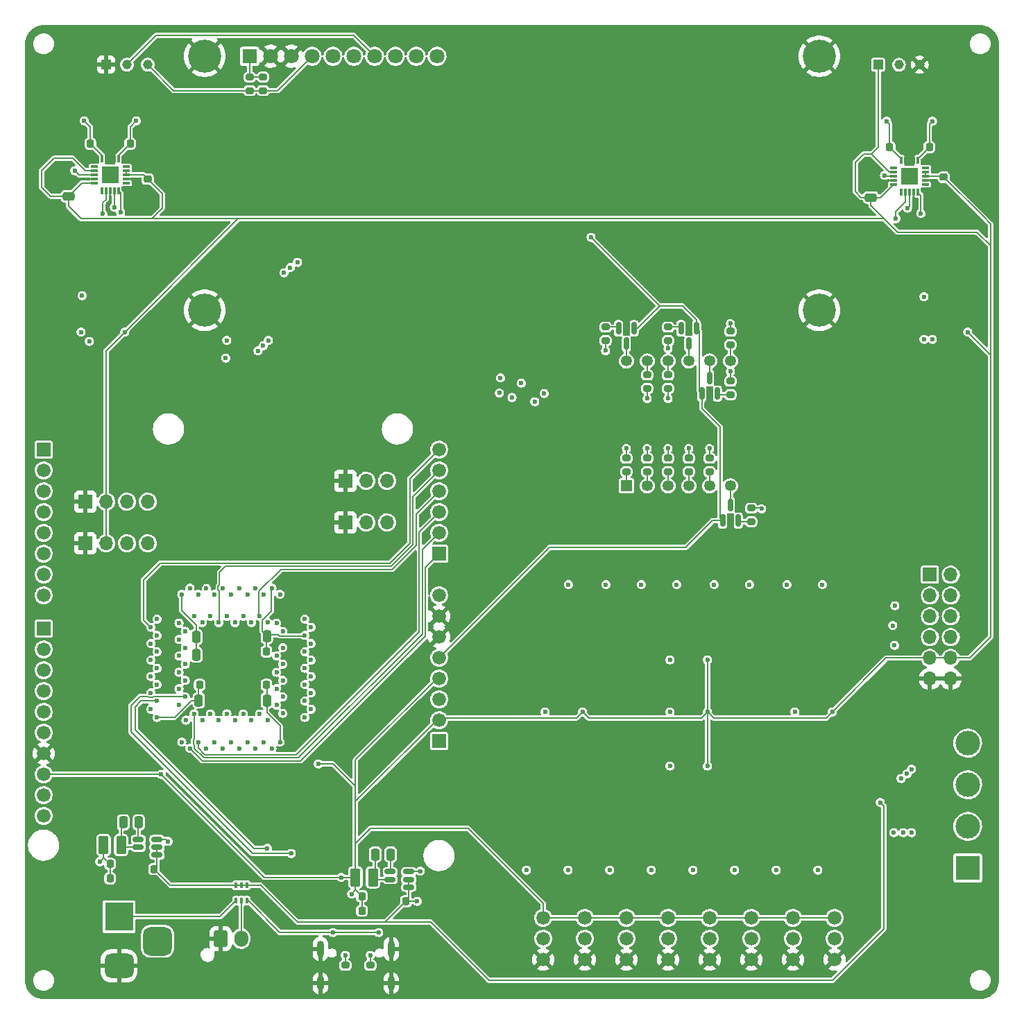
<source format=gbl>
G04 #@! TF.GenerationSoftware,KiCad,Pcbnew,(6.0.9)*
G04 #@! TF.CreationDate,2023-02-22T17:41:12-05:00*
G04 #@! TF.ProjectId,UDuino,55447569-6e6f-42e6-9b69-6361645f7063,rev?*
G04 #@! TF.SameCoordinates,Original*
G04 #@! TF.FileFunction,Copper,L4,Bot*
G04 #@! TF.FilePolarity,Positive*
%FSLAX46Y46*%
G04 Gerber Fmt 4.6, Leading zero omitted, Abs format (unit mm)*
G04 Created by KiCad (PCBNEW (6.0.9)) date 2023-02-22 17:41:12*
%MOMM*%
%LPD*%
G01*
G04 APERTURE LIST*
G04 Aperture macros list*
%AMRoundRect*
0 Rectangle with rounded corners*
0 $1 Rounding radius*
0 $2 $3 $4 $5 $6 $7 $8 $9 X,Y pos of 4 corners*
0 Add a 4 corners polygon primitive as box body*
4,1,4,$2,$3,$4,$5,$6,$7,$8,$9,$2,$3,0*
0 Add four circle primitives for the rounded corners*
1,1,$1+$1,$2,$3*
1,1,$1+$1,$4,$5*
1,1,$1+$1,$6,$7*
1,1,$1+$1,$8,$9*
0 Add four rect primitives between the rounded corners*
20,1,$1+$1,$2,$3,$4,$5,0*
20,1,$1+$1,$4,$5,$6,$7,0*
20,1,$1+$1,$6,$7,$8,$9,0*
20,1,$1+$1,$8,$9,$2,$3,0*%
G04 Aperture macros list end*
G04 #@! TA.AperFunction,ComponentPad*
%ADD10R,1.350000X1.350000*%
G04 #@! TD*
G04 #@! TA.AperFunction,ComponentPad*
%ADD11C,1.350000*%
G04 #@! TD*
G04 #@! TA.AperFunction,ComponentPad*
%ADD12R,1.700000X1.700000*%
G04 #@! TD*
G04 #@! TA.AperFunction,ComponentPad*
%ADD13O,1.700000X1.700000*%
G04 #@! TD*
G04 #@! TA.AperFunction,ComponentPad*
%ADD14C,1.676400*%
G04 #@! TD*
G04 #@! TA.AperFunction,ComponentPad*
%ADD15R,3.000000X3.000000*%
G04 #@! TD*
G04 #@! TA.AperFunction,ComponentPad*
%ADD16C,3.000000*%
G04 #@! TD*
G04 #@! TA.AperFunction,ComponentPad*
%ADD17R,1.676400X1.676400*%
G04 #@! TD*
G04 #@! TA.AperFunction,ComponentPad*
%ADD18RoundRect,0.250000X-0.600000X-0.750000X0.600000X-0.750000X0.600000X0.750000X-0.600000X0.750000X0*%
G04 #@! TD*
G04 #@! TA.AperFunction,ComponentPad*
%ADD19O,1.700000X2.000000*%
G04 #@! TD*
G04 #@! TA.AperFunction,ComponentPad*
%ADD20R,1.160000X1.160000*%
G04 #@! TD*
G04 #@! TA.AperFunction,ComponentPad*
%ADD21C,1.160000*%
G04 #@! TD*
G04 #@! TA.AperFunction,ComponentPad*
%ADD22R,3.500000X3.500000*%
G04 #@! TD*
G04 #@! TA.AperFunction,ComponentPad*
%ADD23RoundRect,0.750000X1.000000X-0.750000X1.000000X0.750000X-1.000000X0.750000X-1.000000X-0.750000X0*%
G04 #@! TD*
G04 #@! TA.AperFunction,ComponentPad*
%ADD24RoundRect,0.875000X0.875000X-0.875000X0.875000X0.875000X-0.875000X0.875000X-0.875000X-0.875000X0*%
G04 #@! TD*
G04 #@! TA.AperFunction,ComponentPad*
%ADD25R,1.800000X1.800000*%
G04 #@! TD*
G04 #@! TA.AperFunction,ComponentPad*
%ADD26C,1.800000*%
G04 #@! TD*
G04 #@! TA.AperFunction,ComponentPad*
%ADD27C,4.050000*%
G04 #@! TD*
G04 #@! TA.AperFunction,ComponentPad*
%ADD28O,0.900000X2.000000*%
G04 #@! TD*
G04 #@! TA.AperFunction,ComponentPad*
%ADD29O,0.900000X1.700000*%
G04 #@! TD*
G04 #@! TA.AperFunction,SMDPad,CuDef*
%ADD30RoundRect,0.225000X-0.225000X-0.250000X0.225000X-0.250000X0.225000X0.250000X-0.225000X0.250000X0*%
G04 #@! TD*
G04 #@! TA.AperFunction,SMDPad,CuDef*
%ADD31RoundRect,0.250000X-0.250000X-0.475000X0.250000X-0.475000X0.250000X0.475000X-0.250000X0.475000X0*%
G04 #@! TD*
G04 #@! TA.AperFunction,SMDPad,CuDef*
%ADD32RoundRect,0.200000X0.275000X-0.200000X0.275000X0.200000X-0.275000X0.200000X-0.275000X-0.200000X0*%
G04 #@! TD*
G04 #@! TA.AperFunction,SMDPad,CuDef*
%ADD33RoundRect,0.225000X0.250000X-0.225000X0.250000X0.225000X-0.250000X0.225000X-0.250000X-0.225000X0*%
G04 #@! TD*
G04 #@! TA.AperFunction,SMDPad,CuDef*
%ADD34RoundRect,0.225000X0.225000X0.250000X-0.225000X0.250000X-0.225000X-0.250000X0.225000X-0.250000X0*%
G04 #@! TD*
G04 #@! TA.AperFunction,SMDPad,CuDef*
%ADD35RoundRect,0.200000X-0.275000X0.200000X-0.275000X-0.200000X0.275000X-0.200000X0.275000X0.200000X0*%
G04 #@! TD*
G04 #@! TA.AperFunction,SMDPad,CuDef*
%ADD36RoundRect,0.250000X0.375000X0.850000X-0.375000X0.850000X-0.375000X-0.850000X0.375000X-0.850000X0*%
G04 #@! TD*
G04 #@! TA.AperFunction,SMDPad,CuDef*
%ADD37RoundRect,0.150000X0.150000X-0.587500X0.150000X0.587500X-0.150000X0.587500X-0.150000X-0.587500X0*%
G04 #@! TD*
G04 #@! TA.AperFunction,SMDPad,CuDef*
%ADD38RoundRect,0.250000X0.250000X0.475000X-0.250000X0.475000X-0.250000X-0.475000X0.250000X-0.475000X0*%
G04 #@! TD*
G04 #@! TA.AperFunction,SMDPad,CuDef*
%ADD39RoundRect,0.150000X-0.150000X0.587500X-0.150000X-0.587500X0.150000X-0.587500X0.150000X0.587500X0*%
G04 #@! TD*
G04 #@! TA.AperFunction,SMDPad,CuDef*
%ADD40RoundRect,0.007800X0.422200X0.122200X-0.422200X0.122200X-0.422200X-0.122200X0.422200X-0.122200X0*%
G04 #@! TD*
G04 #@! TA.AperFunction,SMDPad,CuDef*
%ADD41RoundRect,0.007800X0.122200X-0.422200X0.122200X0.422200X-0.122200X0.422200X-0.122200X-0.422200X0*%
G04 #@! TD*
G04 #@! TA.AperFunction,SMDPad,CuDef*
%ADD42R,2.000000X2.000000*%
G04 #@! TD*
G04 #@! TA.AperFunction,SMDPad,CuDef*
%ADD43RoundRect,0.150000X0.512500X0.150000X-0.512500X0.150000X-0.512500X-0.150000X0.512500X-0.150000X0*%
G04 #@! TD*
G04 #@! TA.AperFunction,SMDPad,CuDef*
%ADD44R,0.400000X0.650000*%
G04 #@! TD*
G04 #@! TA.AperFunction,SMDPad,CuDef*
%ADD45RoundRect,0.250000X0.475000X-0.250000X0.475000X0.250000X-0.475000X0.250000X-0.475000X-0.250000X0*%
G04 #@! TD*
G04 #@! TA.AperFunction,ViaPad*
%ADD46C,0.600000*%
G04 #@! TD*
G04 #@! TA.AperFunction,Conductor*
%ADD47C,0.127000*%
G04 #@! TD*
G04 #@! TA.AperFunction,Conductor*
%ADD48C,0.200000*%
G04 #@! TD*
G04 APERTURE END LIST*
D10*
X73660000Y-56483500D03*
D11*
X76200000Y-56483500D03*
X78740000Y-56483500D03*
X81280000Y-56483500D03*
X83820000Y-56483500D03*
X86360000Y-56483500D03*
X86360000Y-41243500D03*
X83820000Y-41243500D03*
X81280000Y-41243500D03*
X78740000Y-41243500D03*
X76200000Y-41243500D03*
X73660000Y-41243500D03*
D12*
X39370000Y-60960000D03*
D13*
X41910000Y-60960000D03*
X44450000Y-60960000D03*
D14*
X78740000Y-109220000D03*
X78740000Y-111760000D03*
X78740000Y-114300000D03*
D12*
X7630000Y-58420000D03*
D13*
X10170000Y-58420000D03*
X12710000Y-58420000D03*
X15250000Y-58420000D03*
D15*
X115316000Y-103124000D03*
D16*
X115316000Y-98044000D03*
X115316000Y-92964000D03*
X115316000Y-87884000D03*
D14*
X50800000Y-80010000D03*
X50800000Y-77470000D03*
D17*
X50800000Y-64770000D03*
D14*
X50800000Y-62230000D03*
X50800000Y-59690000D03*
X50800000Y-57150000D03*
X50800000Y-54610000D03*
X50800000Y-52070000D03*
X2540000Y-91694000D03*
D17*
X2540000Y-52070000D03*
D14*
X2540000Y-54610000D03*
X2540000Y-57150000D03*
X2540000Y-59690000D03*
X2540000Y-62230000D03*
X2540000Y-64770000D03*
X2540000Y-67310000D03*
X2540000Y-69850000D03*
D17*
X2540000Y-73914000D03*
D14*
X2540000Y-76454000D03*
X2540000Y-78994000D03*
X2540000Y-81534000D03*
X2540000Y-84074000D03*
X2540000Y-86614000D03*
X50800000Y-72390000D03*
X50800000Y-74930000D03*
X2540000Y-89154000D03*
X50800000Y-85090000D03*
D17*
X50800000Y-87630000D03*
D14*
X50800000Y-82550000D03*
X2540000Y-96774000D03*
X2540000Y-94234000D03*
X50800000Y-69850000D03*
D18*
X24150000Y-111743000D03*
D19*
X26650000Y-111743000D03*
D12*
X7630000Y-63500000D03*
D13*
X10170000Y-63500000D03*
X12710000Y-63500000D03*
X15250000Y-63500000D03*
D20*
X10160000Y-5080000D03*
D21*
X12700000Y-5080000D03*
X15240000Y-5080000D03*
D22*
X11742500Y-109062000D03*
D23*
X11742500Y-115062000D03*
D24*
X16442500Y-112062000D03*
D25*
X27690000Y-4058000D03*
D26*
X30230000Y-4058000D03*
X32770000Y-4058000D03*
X35310000Y-4058000D03*
X37850000Y-4058000D03*
X40390000Y-4058000D03*
X42930000Y-4058000D03*
X45470000Y-4058000D03*
X48010000Y-4058000D03*
X50550000Y-4058000D03*
D27*
X22190000Y-4058000D03*
X97190000Y-4058000D03*
X22190000Y-35058000D03*
X97190000Y-35058000D03*
D14*
X63500000Y-109220000D03*
X63500000Y-111760000D03*
X63500000Y-114300000D03*
X93980000Y-109220000D03*
X93980000Y-111760000D03*
X93980000Y-114300000D03*
X73660000Y-109220000D03*
X73660000Y-111760000D03*
X73660000Y-114300000D03*
X88900000Y-109220000D03*
X88900000Y-111760000D03*
X88900000Y-114300000D03*
X83820000Y-109220000D03*
X83820000Y-111760000D03*
X83820000Y-114300000D03*
X99060000Y-109220000D03*
X99060000Y-111760000D03*
X99060000Y-114300000D03*
D28*
X44960000Y-113019000D03*
D29*
X36320000Y-117189000D03*
D28*
X36320000Y-113019000D03*
D29*
X44960000Y-117189000D03*
D12*
X39370000Y-55880000D03*
D13*
X41910000Y-55880000D03*
X44450000Y-55880000D03*
D14*
X68580000Y-109220000D03*
X68580000Y-111760000D03*
X68580000Y-114300000D03*
D20*
X104380000Y-5092500D03*
D21*
X106920000Y-5092500D03*
X109460000Y-5092500D03*
D30*
X11544000Y-14732000D03*
X13094000Y-14732000D03*
D31*
X27879000Y-82677000D03*
X29779000Y-82677000D03*
D30*
X10655000Y-102616000D03*
X12205000Y-102616000D03*
D32*
X27686000Y-8254000D03*
X27686000Y-6604000D03*
D31*
X12258000Y-97536000D03*
X14158000Y-97536000D03*
D30*
X8242000Y-14732000D03*
X9792000Y-14732000D03*
D31*
X42992000Y-101473000D03*
X44892000Y-101473000D03*
D30*
X28181000Y-76708000D03*
X29731000Y-76708000D03*
D33*
X112395000Y-20363000D03*
X112395000Y-18813000D03*
D32*
X83820000Y-54768500D03*
X83820000Y-53118500D03*
X29337000Y-8254000D03*
X29337000Y-6604000D03*
D30*
X109080000Y-15143000D03*
X110630000Y-15143000D03*
D34*
X16015000Y-103251000D03*
X14465000Y-103251000D03*
X46749000Y-107188000D03*
X45199000Y-107188000D03*
D35*
X78740000Y-42958500D03*
X78740000Y-44608500D03*
D12*
X110707000Y-67335000D03*
D13*
X113247000Y-67335000D03*
X110707000Y-69875000D03*
X113247000Y-69875000D03*
X110707000Y-72415000D03*
X113247000Y-72415000D03*
X110707000Y-74955000D03*
X113247000Y-74955000D03*
X110707000Y-77495000D03*
X113247000Y-77495000D03*
X110707000Y-80035000D03*
X113247000Y-80035000D03*
D32*
X71120000Y-38766500D03*
X71120000Y-37116500D03*
D30*
X10655000Y-104394000D03*
X12205000Y-104394000D03*
D36*
X42731000Y-104267000D03*
X40581000Y-104267000D03*
D32*
X76200000Y-54768500D03*
X76200000Y-53118500D03*
D37*
X84770000Y-45229000D03*
X82870000Y-45229000D03*
X83820000Y-43354000D03*
D38*
X23048000Y-77089000D03*
X21148000Y-77089000D03*
D32*
X78740000Y-54768500D03*
X78740000Y-53118500D03*
D39*
X72710000Y-37258000D03*
X74610000Y-37258000D03*
X73660000Y-39133000D03*
D31*
X27879000Y-74803000D03*
X29779000Y-74803000D03*
D40*
X12603000Y-17542000D03*
X12603000Y-18042000D03*
X12603000Y-18542000D03*
X12603000Y-19042000D03*
X12603000Y-19542000D03*
D41*
X11668000Y-20477000D03*
X11168000Y-20477000D03*
X10668000Y-20477000D03*
X10168000Y-20477000D03*
X9668000Y-20477000D03*
D40*
X8733000Y-19542000D03*
X8733000Y-19042000D03*
X8733000Y-18542000D03*
X8733000Y-18042000D03*
X8733000Y-17542000D03*
D41*
X9668000Y-16607000D03*
X10168000Y-16607000D03*
X10668000Y-16607000D03*
X11168000Y-16607000D03*
X11668000Y-16607000D03*
D42*
X10668000Y-18542000D03*
D40*
X110139000Y-17699000D03*
X110139000Y-18199000D03*
X110139000Y-18699000D03*
X110139000Y-19199000D03*
X110139000Y-19699000D03*
D41*
X109204000Y-20634000D03*
X108704000Y-20634000D03*
X108204000Y-20634000D03*
X107704000Y-20634000D03*
X107204000Y-20634000D03*
D40*
X106269000Y-19699000D03*
X106269000Y-19199000D03*
X106269000Y-18699000D03*
X106269000Y-18199000D03*
X106269000Y-17699000D03*
D41*
X107204000Y-16764000D03*
X107704000Y-16764000D03*
X108204000Y-16764000D03*
X108704000Y-16764000D03*
X109204000Y-16764000D03*
D42*
X108204000Y-18699000D03*
D34*
X23127000Y-80772000D03*
X21577000Y-80772000D03*
D38*
X23368000Y-82677000D03*
X21468000Y-82677000D03*
D43*
X47111500Y-103571000D03*
X47111500Y-104521000D03*
X47111500Y-105471000D03*
X44836500Y-105471000D03*
X44836500Y-104521000D03*
X44836500Y-103571000D03*
D38*
X23048000Y-74930000D03*
X21148000Y-74930000D03*
D44*
X27320000Y-107122000D03*
X26670000Y-107122000D03*
X26020000Y-107122000D03*
X26020000Y-105222000D03*
X26670000Y-105222000D03*
X27320000Y-105222000D03*
D32*
X78740000Y-38766500D03*
X78740000Y-37116500D03*
D30*
X41389000Y-106553000D03*
X42939000Y-106553000D03*
D45*
X103505000Y-21300000D03*
X103505000Y-19400000D03*
D43*
X16377500Y-99634000D03*
X16377500Y-100584000D03*
X16377500Y-101534000D03*
X14102500Y-101534000D03*
X14102500Y-100584000D03*
X14102500Y-99634000D03*
D35*
X88900000Y-59214500D03*
X88900000Y-60864500D03*
D32*
X42418000Y-116649000D03*
X42418000Y-114999000D03*
D30*
X28181000Y-80772000D03*
X29731000Y-80772000D03*
D35*
X76200000Y-42958500D03*
X76200000Y-44608500D03*
D37*
X87310000Y-60723000D03*
X85410000Y-60723000D03*
X86360000Y-58848000D03*
D30*
X105778000Y-15143000D03*
X107328000Y-15143000D03*
D32*
X73660000Y-54768500D03*
X73660000Y-53118500D03*
D35*
X86360000Y-43720500D03*
X86360000Y-45370500D03*
D32*
X81280000Y-54768500D03*
X81280000Y-53118500D03*
D33*
X15240000Y-20587000D03*
X15240000Y-19037000D03*
D32*
X86360000Y-39274500D03*
X86360000Y-37624500D03*
D35*
X39370000Y-114999000D03*
X39370000Y-116649000D03*
D36*
X11997000Y-100330000D03*
X9847000Y-100330000D03*
D45*
X5588000Y-21143000D03*
X5588000Y-19243000D03*
D30*
X41389000Y-108331000D03*
X42939000Y-108331000D03*
D39*
X80330000Y-37258000D03*
X82230000Y-37258000D03*
X81280000Y-39133000D03*
D46*
X8890000Y-67310000D03*
X108204000Y-13970000D03*
X5334000Y-18034000D03*
X58920000Y-82042000D03*
X25400000Y-78740000D03*
X46736000Y-10668000D03*
X74160000Y-88900000D03*
X112776000Y-93472000D03*
X72692000Y-67516000D03*
X95044000Y-67516000D03*
X77264000Y-67516000D03*
X112276000Y-21396000D03*
X103640000Y-18094000D03*
X13208000Y-104394000D03*
X74160000Y-82042000D03*
X19900000Y-73169000D03*
X19829000Y-84240000D03*
X74160000Y-75692000D03*
X30971000Y-75240000D03*
X108916666Y-22469334D03*
X68374000Y-67516000D03*
X5969000Y-43053000D03*
X44196000Y-108204000D03*
X12446000Y-33274000D03*
X10668000Y-13462000D03*
X30900000Y-72407000D03*
X15240000Y-21590000D03*
X102997000Y-96266000D03*
X63802000Y-67516000D03*
X107823000Y-36703000D03*
X112776000Y-97536000D03*
X10414000Y-22098000D03*
X115316000Y-33782000D03*
X30900000Y-84311000D03*
X81836000Y-67516000D03*
X90472000Y-67516000D03*
X42926000Y-10668000D03*
X39116000Y-10668000D03*
X89400000Y-82042000D03*
X86154000Y-67516000D03*
X17716500Y-99885500D03*
X69342000Y-26162000D03*
X9398000Y-102362000D03*
X19067000Y-75240000D03*
X22900000Y-72407000D03*
X23400000Y-69723000D03*
X39370000Y-113792000D03*
X19829000Y-82240000D03*
X32766000Y-101346000D03*
X42418000Y-113792000D03*
X15621000Y-77740000D03*
X19829000Y-78240000D03*
X16383000Y-78740000D03*
X19067000Y-79240000D03*
X15621000Y-79740000D03*
X19829000Y-80240000D03*
X40132000Y-106299000D03*
X12446000Y-37719000D03*
X83558000Y-77724000D03*
X19400000Y-69723000D03*
X36068000Y-90424000D03*
X16383000Y-84740000D03*
X48514000Y-103505000D03*
X31400000Y-87757000D03*
X38862000Y-104267000D03*
X68318000Y-84074000D03*
X98798000Y-84074000D03*
X16891000Y-91694000D03*
X83558000Y-84074000D03*
X30400000Y-68961000D03*
X115316000Y-37719000D03*
X83558000Y-90678000D03*
X34417000Y-74740000D03*
X48133000Y-107188000D03*
X104648000Y-95123000D03*
X111006000Y-11998000D03*
X105418000Y-11998000D03*
X13843000Y-11938000D03*
X7493000Y-11938000D03*
X37846000Y-110998000D03*
X43434000Y-110998000D03*
X105164000Y-18599500D03*
X6350000Y-18034000D03*
X20400000Y-88519000D03*
X20900000Y-84311000D03*
X21400000Y-87757000D03*
X28900000Y-72407000D03*
X23900000Y-73169000D03*
X15621000Y-73740000D03*
X16383000Y-74740000D03*
X15621000Y-75740000D03*
X19829000Y-76240000D03*
X16383000Y-76740000D03*
X19067000Y-77240000D03*
X16383000Y-82740000D03*
X29845000Y-100711000D03*
X30971000Y-81240000D03*
X34417000Y-80740000D03*
X29900000Y-85075000D03*
X97584000Y-68532000D03*
X93266000Y-68532000D03*
X30400000Y-88519000D03*
X88694000Y-68532000D03*
X34417000Y-84740000D03*
X31733000Y-84240000D03*
X84376000Y-68532000D03*
X79804000Y-68532000D03*
X35179000Y-83740000D03*
X75486000Y-68532000D03*
X30971000Y-83240000D03*
X34417000Y-82740000D03*
X71168000Y-68532000D03*
X35179000Y-81740000D03*
X66596000Y-68532000D03*
X35179000Y-73740000D03*
X90170000Y-59277500D03*
X30971000Y-73240000D03*
X86360000Y-42513500D03*
X34417000Y-72740000D03*
X78740000Y-39719500D03*
X71120000Y-39973500D03*
X31400000Y-69723000D03*
X27900000Y-73169000D03*
X76200000Y-45815500D03*
X78740000Y-45815500D03*
X63627000Y-45212000D03*
X25400000Y-69723000D03*
X27400000Y-69723000D03*
X86360000Y-36671500D03*
X60833000Y-43942000D03*
X24900000Y-72407000D03*
X83820000Y-51911500D03*
X62484000Y-46228000D03*
X81280000Y-51911500D03*
X26900000Y-72407000D03*
X78740000Y-51911500D03*
X58293000Y-43307000D03*
X24400000Y-68961000D03*
X76200000Y-51911500D03*
X59705000Y-45705000D03*
X26400000Y-68961000D03*
X25900000Y-73169000D03*
X58166000Y-45141500D03*
X73660000Y-51911500D03*
X25900000Y-85075000D03*
X94226000Y-84074000D03*
X78986000Y-90678000D03*
X26400000Y-88519000D03*
X91948000Y-103378000D03*
X24900000Y-84311000D03*
X97028000Y-103378000D03*
X25400000Y-87757000D03*
X61468000Y-103378000D03*
X21900000Y-85075000D03*
X22400000Y-88519000D03*
X66548000Y-103378000D03*
X22900000Y-84311000D03*
X71628000Y-103378000D03*
X76708000Y-103378000D03*
X23400000Y-87757000D03*
X23900000Y-85075000D03*
X81788000Y-103378000D03*
X24400000Y-88519000D03*
X86868000Y-103378000D03*
X78986000Y-84074000D03*
X26900000Y-84311000D03*
X31733000Y-74240000D03*
X30971000Y-77240000D03*
X106426000Y-71120000D03*
X35179000Y-75740000D03*
X35179000Y-77740000D03*
X31733000Y-76240000D03*
X106172000Y-73533000D03*
X35179000Y-79740000D03*
X34417000Y-76740000D03*
X106371000Y-75946000D03*
X31733000Y-80240000D03*
X30971000Y-79240000D03*
X34417000Y-78740000D03*
X28400000Y-88519000D03*
X28900000Y-84311000D03*
X78986000Y-77724000D03*
X63746000Y-84074000D03*
X29400000Y-87757000D03*
X19067000Y-83240000D03*
X107188000Y-92202000D03*
X15621000Y-83740000D03*
X107892666Y-91624334D03*
X107442000Y-98806000D03*
X19067000Y-81240000D03*
X106299000Y-98806000D03*
X15621000Y-81740000D03*
X31733000Y-82240000D03*
X31733000Y-78240000D03*
X19900000Y-85075000D03*
X19400000Y-87757000D03*
X108458000Y-91059000D03*
X16383000Y-80740000D03*
X108458000Y-98806000D03*
X24892000Y-38735000D03*
X22400000Y-69009000D03*
X24765000Y-40894000D03*
X21400000Y-69723000D03*
X21900000Y-73169000D03*
X20400000Y-68961000D03*
X20900000Y-72407000D03*
X109982000Y-33401000D03*
X7239000Y-33274000D03*
X33528000Y-29210000D03*
X16383000Y-72740000D03*
X7112000Y-37719000D03*
X109982000Y-38608000D03*
X31877000Y-30480000D03*
X19067000Y-73240000D03*
X32639000Y-29845000D03*
X19829000Y-74240000D03*
X8128000Y-38862000D03*
X110998000Y-38608000D03*
X107958000Y-22606000D03*
X29900000Y-73169000D03*
X11176000Y-22479000D03*
X29972000Y-38735000D03*
X11938000Y-23114000D03*
X109601000Y-23241000D03*
X29337000Y-39380102D03*
X29400000Y-69723000D03*
X106553000Y-23876000D03*
X9779000Y-23313000D03*
X28702000Y-40005000D03*
X28400000Y-68961000D03*
X27400000Y-87757000D03*
X27900000Y-85075000D03*
D47*
X108704000Y-15519000D02*
X109080000Y-15143000D01*
X106269000Y-19199000D02*
X103706000Y-19199000D01*
X15240000Y-20587000D02*
X15240000Y-21590000D01*
X13454000Y-19042000D02*
X14999000Y-20587000D01*
X44069000Y-108331000D02*
X44196000Y-108204000D01*
X12205000Y-104394000D02*
X13208000Y-104394000D01*
D48*
X27879000Y-76406000D02*
X28181000Y-76708000D01*
D47*
X112395000Y-21277000D02*
X112276000Y-21396000D01*
X10668000Y-20477000D02*
X10668000Y-21844000D01*
X13830000Y-102616000D02*
X14465000Y-103251000D01*
X42939000Y-106553000D02*
X42939000Y-108331000D01*
X107704000Y-15519000D02*
X107328000Y-15143000D01*
X5588000Y-18288000D02*
X5334000Y-18034000D01*
X42939000Y-106553000D02*
X44564000Y-106553000D01*
X44836500Y-106825500D02*
X45199000Y-107188000D01*
X12603000Y-19042000D02*
X13454000Y-19042000D01*
X14102500Y-102888500D02*
X14465000Y-103251000D01*
X107704000Y-16764000D02*
X108204000Y-16764000D01*
X108704000Y-16764000D02*
X108704000Y-15519000D01*
D48*
X27879000Y-74803000D02*
X27879000Y-76406000D01*
D47*
X110139000Y-19199000D02*
X111231000Y-19199000D01*
X112395000Y-20363000D02*
X112395000Y-21277000D01*
X14102500Y-101534000D02*
X14102500Y-102888500D01*
X11168000Y-16607000D02*
X10668000Y-16607000D01*
X44564000Y-106553000D02*
X45199000Y-107188000D01*
X5789000Y-19042000D02*
X5588000Y-19243000D01*
X108204000Y-16764000D02*
X108704000Y-16764000D01*
X103505000Y-19400000D02*
X103505000Y-18229000D01*
X108704000Y-22256668D02*
X108916666Y-22469334D01*
X103706000Y-19199000D02*
X103505000Y-19400000D01*
X10668000Y-21844000D02*
X10414000Y-22098000D01*
X10668000Y-16607000D02*
X10168000Y-16607000D01*
X42939000Y-108331000D02*
X44069000Y-108331000D01*
X11168000Y-15108000D02*
X11544000Y-14732000D01*
X108704000Y-20634000D02*
X108704000Y-22256668D01*
X44836500Y-105471000D02*
X44836500Y-106825500D01*
X5588000Y-19243000D02*
X5588000Y-18288000D01*
X103505000Y-18229000D02*
X103640000Y-18094000D01*
X10168000Y-16607000D02*
X10168000Y-15108000D01*
X12205000Y-104394000D02*
X12205000Y-102616000D01*
X8733000Y-19042000D02*
X5789000Y-19042000D01*
X11168000Y-16607000D02*
X11168000Y-15108000D01*
X14999000Y-20587000D02*
X15240000Y-20587000D01*
X107704000Y-16764000D02*
X107704000Y-15519000D01*
X10168000Y-15108000D02*
X9792000Y-14732000D01*
X12205000Y-102616000D02*
X13830000Y-102616000D01*
X111231000Y-19199000D02*
X112395000Y-20363000D01*
X74610000Y-37258000D02*
X75010000Y-37258000D01*
X77724000Y-34544000D02*
X69342000Y-26162000D01*
X85090000Y-60403000D02*
X85410000Y-60723000D01*
X27686000Y-8254000D02*
X29337000Y-8254000D01*
X9847000Y-101808000D02*
X10655000Y-102616000D01*
X82550000Y-44909000D02*
X82870000Y-45229000D01*
X31114000Y-8254000D02*
X35310000Y-4058000D01*
X9847000Y-100330000D02*
X9847000Y-101913000D01*
X18414000Y-8254000D02*
X27686000Y-8254000D01*
X17716500Y-99885500D02*
X17465000Y-99634000D01*
X17465000Y-99634000D02*
X16377500Y-99634000D01*
X82550000Y-37578000D02*
X82550000Y-44909000D01*
X80867500Y-64008000D02*
X84152500Y-60723000D01*
X84152500Y-60723000D02*
X85410000Y-60723000D01*
X10655000Y-104394000D02*
X10655000Y-102616000D01*
X9847000Y-100330000D02*
X9847000Y-101808000D01*
X9847000Y-101913000D02*
X9398000Y-102362000D01*
X85090000Y-49276000D02*
X85090000Y-60403000D01*
X50800000Y-77470000D02*
X64262000Y-64008000D01*
X82230000Y-36256000D02*
X82230000Y-37258000D01*
X80518000Y-34544000D02*
X82230000Y-36256000D01*
X82870000Y-45229000D02*
X82870000Y-47056000D01*
X15240000Y-5080000D02*
X18414000Y-8254000D01*
X75010000Y-37258000D02*
X77724000Y-34544000D01*
X64262000Y-64008000D02*
X80867500Y-64008000D01*
X29337000Y-8254000D02*
X31114000Y-8254000D01*
X77724000Y-34544000D02*
X80518000Y-34544000D01*
X82870000Y-47056000D02*
X85090000Y-49276000D01*
X82230000Y-37258000D02*
X82550000Y-37578000D01*
X39370000Y-113792000D02*
X39370000Y-114999000D01*
X15854410Y-82303500D02*
X15988910Y-82169000D01*
X13208000Y-86550500D02*
X13208000Y-83312000D01*
X13208000Y-83312000D02*
X14351000Y-82169000D01*
X19758000Y-82169000D02*
X19829000Y-82240000D01*
X15387590Y-82303500D02*
X15854410Y-82303500D01*
X15253090Y-82169000D02*
X15387590Y-82303500D01*
X32766000Y-101346000D02*
X28003500Y-101346000D01*
X14351000Y-82169000D02*
X15253090Y-82169000D01*
X15988910Y-82169000D02*
X19758000Y-82169000D01*
X28003500Y-101346000D02*
X13208000Y-86550500D01*
X42418000Y-113792000D02*
X42418000Y-114999000D01*
X98036000Y-84836000D02*
X84320000Y-84836000D01*
X110139000Y-18699000D02*
X112281000Y-18699000D01*
X106269000Y-19699000D02*
X104668000Y-21300000D01*
X12603000Y-18542000D02*
X14745000Y-18542000D01*
D48*
X21148000Y-74930000D02*
X21148000Y-77089000D01*
D47*
X6096000Y-16510000D02*
X3810000Y-16510000D01*
X102326000Y-21300000D02*
X101600000Y-20574000D01*
X41389000Y-106553000D02*
X41389000Y-108331000D01*
X19400000Y-71724000D02*
X21148000Y-73472000D01*
X67580029Y-84811971D02*
X68318000Y-84074000D01*
X29464000Y-104267000D02*
X16891000Y-91694000D01*
X105104000Y-23876000D02*
X105193500Y-23965500D01*
X30336500Y-69024500D02*
X30336500Y-71771500D01*
X19400000Y-69723000D02*
X19400000Y-71724000D01*
X8733000Y-19542000D02*
X7189000Y-19542000D01*
X7628000Y-18042000D02*
X6096000Y-16510000D01*
X118110000Y-24528000D02*
X117149000Y-23567000D01*
X40581000Y-105745000D02*
X41389000Y-106553000D01*
X103580000Y-16002000D02*
X104394000Y-15188000D01*
X105777000Y-18199000D02*
X106269000Y-18199000D01*
X31400000Y-85756000D02*
X29779000Y-84135000D01*
X40581000Y-93159000D02*
X37846000Y-90424000D01*
X20574000Y-82677000D02*
X21468000Y-82677000D01*
X21468000Y-80881000D02*
X21577000Y-80772000D01*
X26924000Y-23876000D02*
X15748000Y-23876000D01*
X17018000Y-20815000D02*
X17018000Y-22606000D01*
X31331410Y-74803500D02*
X31203910Y-74676000D01*
X3363000Y-21143000D02*
X5588000Y-21143000D01*
X18511000Y-84740000D02*
X20574000Y-82677000D01*
X21148000Y-73472000D02*
X21148000Y-74930000D01*
X115545000Y-77495000D02*
X113247000Y-77495000D01*
X68318000Y-84074000D02*
X69080000Y-84836000D01*
X54356000Y-98298000D02*
X42418000Y-98298000D01*
X5588000Y-21143000D02*
X5588000Y-22352000D01*
X63500000Y-107442000D02*
X54356000Y-98298000D01*
X104394000Y-5106500D02*
X104380000Y-5092500D01*
X103580000Y-16002000D02*
X105777000Y-18199000D01*
X31400000Y-87757000D02*
X31400000Y-85756000D01*
X112281000Y-18699000D02*
X112395000Y-18813000D01*
X110139000Y-18699000D02*
X110139000Y-18199000D01*
X30336500Y-71771500D02*
X29210000Y-72898000D01*
X7112000Y-23876000D02*
X5588000Y-22352000D01*
X2286000Y-20066000D02*
X3363000Y-21143000D01*
X40581000Y-104267000D02*
X40581000Y-100135000D01*
X12603000Y-18042000D02*
X12603000Y-18542000D01*
D48*
X29779000Y-80820000D02*
X29731000Y-80772000D01*
D47*
X83558000Y-77724000D02*
X83558000Y-84074000D01*
X10160000Y-40005000D02*
X12446000Y-37719000D01*
X101600000Y-20574000D02*
X101600000Y-17018000D01*
X16383000Y-84740000D02*
X18511000Y-84740000D01*
X17018000Y-22606000D02*
X15748000Y-23876000D01*
X34353500Y-74803500D02*
X31331410Y-74803500D01*
X30400000Y-68961000D02*
X30336500Y-69024500D01*
X40581000Y-93159000D02*
X40581000Y-95009581D01*
X2540000Y-91694000D02*
X16891000Y-91694000D01*
X37846000Y-90424000D02*
X36068000Y-90424000D01*
X26924000Y-23876000D02*
X105104000Y-23876000D01*
X2286000Y-18034000D02*
X2286000Y-20066000D01*
X118110000Y-74930000D02*
X118110000Y-40513000D01*
X10160000Y-63490000D02*
X10160000Y-40005000D01*
X34417000Y-74740000D02*
X34353500Y-74803500D01*
X118110000Y-74930000D02*
X115545000Y-77495000D01*
D48*
X29731000Y-74851000D02*
X29779000Y-74803000D01*
D47*
X48514000Y-103505000D02*
X48448000Y-103571000D01*
X50778610Y-84811971D02*
X67580029Y-84811971D01*
X26289000Y-23876000D02*
X26924000Y-23876000D01*
X98798000Y-84074000D02*
X98036000Y-84836000D01*
X73660000Y-109220000D02*
X78740000Y-109220000D01*
X40581000Y-100135000D02*
X40581000Y-95009581D01*
X7189000Y-19542000D02*
X5588000Y-21143000D01*
X14745000Y-18542000D02*
X15240000Y-19037000D01*
X40581000Y-105850000D02*
X40581000Y-104267000D01*
X69080000Y-84836000D02*
X82796000Y-84836000D01*
X101600000Y-17018000D02*
X102616000Y-16002000D01*
X84320000Y-84836000D02*
X83558000Y-84074000D01*
X40581000Y-89929581D02*
X40581000Y-93159000D01*
D48*
X29779000Y-82677000D02*
X29779000Y-80820000D01*
D47*
X78740000Y-109220000D02*
X83820000Y-109220000D01*
X103505000Y-22277000D02*
X105193500Y-23965500D01*
X118110000Y-40513000D02*
X118110000Y-26035000D01*
X102616000Y-16002000D02*
X103580000Y-16002000D01*
X15748000Y-23876000D02*
X7112000Y-23876000D01*
X42418000Y-98298000D02*
X40581000Y-100135000D01*
X88900000Y-109220000D02*
X93980000Y-109220000D01*
X40581000Y-104267000D02*
X40581000Y-105745000D01*
X116459000Y-25527000D02*
X118110000Y-27178000D01*
X12446000Y-37719000D02*
X26289000Y-23876000D01*
X29210000Y-74234000D02*
X29779000Y-74803000D01*
X63500000Y-109220000D02*
X68580000Y-109220000D01*
X105193500Y-23965500D02*
X106755000Y-25527000D01*
X63500000Y-109220000D02*
X63500000Y-107442000D01*
X103505000Y-21300000D02*
X102326000Y-21300000D01*
X117149000Y-23567000D02*
X112395000Y-18813000D01*
X83558000Y-84074000D02*
X83558000Y-90678000D01*
X113247000Y-77495000D02*
X110707000Y-77495000D01*
X83820000Y-109220000D02*
X88900000Y-109220000D01*
X93980000Y-109220000D02*
X99060000Y-109220000D01*
X68580000Y-109220000D02*
X73660000Y-109220000D01*
X103505000Y-21300000D02*
X103505000Y-22277000D01*
X40581000Y-95009581D02*
X50778610Y-84811971D01*
X50778610Y-79731971D02*
X40581000Y-89929581D01*
X118110000Y-26035000D02*
X118110000Y-24528000D01*
X104394000Y-15188000D02*
X104394000Y-5106500D01*
X106755000Y-25527000D02*
X116459000Y-25527000D01*
X29779000Y-84135000D02*
X29779000Y-82677000D01*
X40132000Y-106299000D02*
X40581000Y-105850000D01*
X29210000Y-72898000D02*
X29210000Y-74234000D01*
X48448000Y-103571000D02*
X47111500Y-103571000D01*
X15240000Y-19037000D02*
X17018000Y-20815000D01*
D48*
X29731000Y-76708000D02*
X29731000Y-74851000D01*
D47*
X21468000Y-82677000D02*
X21468000Y-80881000D01*
X104668000Y-21300000D02*
X103505000Y-21300000D01*
X29906000Y-74676000D02*
X29779000Y-74803000D01*
X115316000Y-37719000D02*
X118110000Y-40513000D01*
X105377000Y-77495000D02*
X98798000Y-84074000D01*
X82796000Y-84836000D02*
X83558000Y-84074000D01*
X8733000Y-18042000D02*
X7628000Y-18042000D01*
X40581000Y-104267000D02*
X29464000Y-104267000D01*
X10170000Y-63500000D02*
X10160000Y-63490000D01*
X3810000Y-16510000D02*
X2286000Y-18034000D01*
X110707000Y-77495000D02*
X105377000Y-77495000D01*
X31203910Y-74676000D02*
X29906000Y-74676000D01*
X47111500Y-105471000D02*
X47111500Y-106825500D01*
X47111500Y-104521000D02*
X47111500Y-105471000D01*
X16377500Y-101534000D02*
X16377500Y-102888500D01*
X47111500Y-106825500D02*
X46749000Y-107188000D01*
X44209000Y-109728000D02*
X33528000Y-109728000D01*
X27320000Y-105222000D02*
X26670000Y-105222000D01*
X48133000Y-107188000D02*
X46749000Y-107188000D01*
X17986000Y-105222000D02*
X26670000Y-105222000D01*
X16015000Y-103251000D02*
X17986000Y-105222000D01*
X49784000Y-109728000D02*
X44209000Y-109728000D01*
X104648000Y-95123000D02*
X105072000Y-95547000D01*
X98806000Y-116840000D02*
X56896000Y-116840000D01*
X16377500Y-102888500D02*
X16015000Y-103251000D01*
X46749000Y-107188000D02*
X44209000Y-109728000D01*
X105072000Y-110574000D02*
X98806000Y-116840000D01*
X29022000Y-105222000D02*
X26670000Y-105222000D01*
X16377500Y-100584000D02*
X16377500Y-101534000D01*
X56896000Y-116840000D02*
X49784000Y-109728000D01*
X26670000Y-105222000D02*
X26020000Y-105222000D01*
X33528000Y-109728000D02*
X29022000Y-105222000D01*
X105072000Y-95547000D02*
X105072000Y-110574000D01*
X109204000Y-16764000D02*
X109204000Y-16569000D01*
X109204000Y-16569000D02*
X110630000Y-15143000D01*
X110630000Y-12374000D02*
X111006000Y-11998000D01*
X110630000Y-15143000D02*
X110630000Y-12374000D01*
X105778000Y-12358000D02*
X105418000Y-11998000D01*
X107204000Y-16764000D02*
X107204000Y-16569000D01*
X107204000Y-16569000D02*
X105778000Y-15143000D01*
X105778000Y-15143000D02*
X105778000Y-12358000D01*
X11668000Y-16158000D02*
X13094000Y-14732000D01*
X11668000Y-16607000D02*
X11668000Y-16158000D01*
X13094000Y-14732000D02*
X13094000Y-12687000D01*
X13094000Y-12687000D02*
X13843000Y-11938000D01*
X9668000Y-16158000D02*
X8242000Y-14732000D01*
X8242000Y-12687000D02*
X7493000Y-11938000D01*
X8242000Y-14732000D02*
X8242000Y-12687000D01*
X9668000Y-16607000D02*
X9668000Y-16158000D01*
X31369000Y-110998000D02*
X27493000Y-107122000D01*
X27493000Y-107122000D02*
X27320000Y-107122000D01*
X43434000Y-110998000D02*
X37846000Y-110998000D01*
X37846000Y-110998000D02*
X31369000Y-110998000D01*
X24080000Y-109062000D02*
X26020000Y-107122000D01*
X11742500Y-109062000D02*
X24080000Y-109062000D01*
X26650000Y-107142000D02*
X26670000Y-107122000D01*
X26650000Y-111743000D02*
X26650000Y-107142000D01*
X29337000Y-6604000D02*
X27686000Y-6604000D01*
X27686000Y-6604000D02*
X27690000Y-6600000D01*
X27690000Y-6600000D02*
X27690000Y-4058000D01*
X12700000Y-5080000D02*
X16256000Y-1524000D01*
X40396000Y-1524000D02*
X42930000Y-4058000D01*
X16256000Y-1524000D02*
X40396000Y-1524000D01*
X8733000Y-18542000D02*
X6858000Y-18542000D01*
X105263500Y-18699000D02*
X105164000Y-18599500D01*
X6858000Y-18542000D02*
X6350000Y-18034000D01*
X106269000Y-18699000D02*
X105263500Y-18699000D01*
X49149000Y-66421000D02*
X49149000Y-74803000D01*
X33909000Y-90043000D02*
X21924000Y-90043000D01*
X50800000Y-64770000D02*
X49149000Y-66421000D01*
X49149000Y-74803000D02*
X33909000Y-90043000D01*
X21924000Y-90043000D02*
X20400000Y-88519000D01*
X20963500Y-88527500D02*
X20963500Y-88117410D01*
X22098000Y-89662000D02*
X20963500Y-88527500D01*
X48768000Y-64262000D02*
X48768000Y-74549000D01*
X20963500Y-87396590D02*
X20963500Y-84374500D01*
X20963500Y-84374500D02*
X20900000Y-84311000D01*
X50800000Y-62230000D02*
X48768000Y-64262000D01*
X20963500Y-88117410D02*
X20836500Y-87990410D01*
X48768000Y-74549000D02*
X33655000Y-89662000D01*
X20836500Y-87990410D02*
X20836500Y-87523590D01*
X20836500Y-87523590D02*
X20963500Y-87396590D01*
X33655000Y-89662000D02*
X22098000Y-89662000D01*
X21400000Y-88456000D02*
X21400000Y-87757000D01*
X48387000Y-74295000D02*
X33401000Y-89281000D01*
X48387000Y-62103000D02*
X48387000Y-74295000D01*
X33401000Y-89281000D02*
X22225000Y-89281000D01*
X50800000Y-59690000D02*
X48387000Y-62103000D01*
X22225000Y-89281000D02*
X21400000Y-88456000D01*
X50800000Y-57150000D02*
X48006000Y-59944000D01*
X28836500Y-69321410D02*
X28836500Y-72343500D01*
X48006000Y-63754000D02*
X45085000Y-66675000D01*
X48006000Y-59944000D02*
X48006000Y-63754000D01*
X31482910Y-66675000D02*
X28836500Y-69321410D01*
X28836500Y-72343500D02*
X28900000Y-72407000D01*
X45085000Y-66675000D02*
X31482910Y-66675000D01*
X47625000Y-63627000D02*
X44958000Y-66294000D01*
X24003000Y-67056000D02*
X24003000Y-68561090D01*
X23963500Y-73105500D02*
X23900000Y-73169000D01*
X44958000Y-66294000D02*
X24765000Y-66294000D01*
X23836500Y-68727590D02*
X23836500Y-69194410D01*
X23963500Y-69321410D02*
X23963500Y-73105500D01*
X24003000Y-68561090D02*
X23836500Y-68727590D01*
X50800000Y-54610000D02*
X47625000Y-57785000D01*
X24765000Y-66294000D02*
X24003000Y-67056000D01*
X23836500Y-69194410D02*
X23963500Y-69321410D01*
X47625000Y-57785000D02*
X47625000Y-63627000D01*
X47244000Y-63500000D02*
X44831000Y-65913000D01*
X50800000Y-52070000D02*
X47244000Y-55626000D01*
X47244000Y-55626000D02*
X47244000Y-63500000D01*
X16764000Y-65913000D02*
X14732000Y-67945000D01*
X14732000Y-72851000D02*
X15621000Y-73740000D01*
X14732000Y-67945000D02*
X14732000Y-72851000D01*
X44831000Y-65913000D02*
X16764000Y-65913000D01*
X29845000Y-100711000D02*
X28194000Y-100711000D01*
X13716000Y-83439000D02*
X14415000Y-82740000D01*
X14415000Y-82740000D02*
X16383000Y-82740000D01*
X13716000Y-86233000D02*
X13716000Y-83439000D01*
X28194000Y-100711000D02*
X13716000Y-86233000D01*
X73660000Y-56483500D02*
X73660000Y-54768500D01*
X76200000Y-56483500D02*
X76200000Y-54768500D01*
X88900000Y-59214500D02*
X90107000Y-59214500D01*
X90107000Y-59214500D02*
X90170000Y-59277500D01*
X78740000Y-56483500D02*
X78740000Y-54768500D01*
X86360000Y-43720500D02*
X86360000Y-42513500D01*
X81280000Y-56483500D02*
X81280000Y-54768500D01*
X78740000Y-38766500D02*
X78740000Y-39719500D01*
X83820000Y-56483500D02*
X83820000Y-54768500D01*
X71120000Y-38766500D02*
X71120000Y-39973500D01*
X86360000Y-56483500D02*
X86360000Y-58848000D01*
X86360000Y-41243500D02*
X86360000Y-39274500D01*
X76200000Y-44608500D02*
X76200000Y-45815500D01*
X83820000Y-41243500D02*
X83820000Y-43354000D01*
X78740000Y-44608500D02*
X78740000Y-45815500D01*
X81280000Y-39133000D02*
X81280000Y-41243500D01*
X86360000Y-37624500D02*
X86360000Y-36671500D01*
X78740000Y-42958500D02*
X78740000Y-41243500D01*
X83820000Y-53118500D02*
X83820000Y-51911500D01*
X76200000Y-41243500D02*
X76200000Y-42958500D01*
X81280000Y-53118500D02*
X81280000Y-51911500D01*
X73660000Y-39133000D02*
X73660000Y-41243500D01*
X78740000Y-53118500D02*
X78740000Y-51911500D01*
X84911500Y-45370500D02*
X84770000Y-45229000D01*
X86360000Y-45370500D02*
X84911500Y-45370500D01*
X76200000Y-53118500D02*
X76200000Y-51911500D01*
X78740000Y-37116500D02*
X80188500Y-37116500D01*
X80188500Y-37116500D02*
X80330000Y-37258000D01*
X73660000Y-53118500D02*
X73660000Y-51911500D01*
X72568500Y-37116500D02*
X72710000Y-37258000D01*
X71120000Y-37116500D02*
X72568500Y-37116500D01*
X87451500Y-60864500D02*
X87310000Y-60723000D01*
X88900000Y-60864500D02*
X87451500Y-60864500D01*
X11997000Y-100330000D02*
X11997000Y-97797000D01*
X14102500Y-100584000D02*
X12251000Y-100584000D01*
X12251000Y-100584000D02*
X11997000Y-100330000D01*
X11997000Y-97797000D02*
X12258000Y-97536000D01*
X14102500Y-99634000D02*
X14102500Y-97591500D01*
X14102500Y-97591500D02*
X14158000Y-97536000D01*
X42985000Y-104521000D02*
X42731000Y-104267000D01*
X42992000Y-104006000D02*
X42731000Y-104267000D01*
X44836500Y-104521000D02*
X42985000Y-104521000D01*
X42992000Y-101473000D02*
X42992000Y-104006000D01*
X44892000Y-101473000D02*
X44892000Y-103515500D01*
X44892000Y-103515500D02*
X44836500Y-103571000D01*
X11176000Y-22479000D02*
X11168000Y-22471000D01*
X108204000Y-22360000D02*
X108204000Y-20634000D01*
X11168000Y-22471000D02*
X11168000Y-20477000D01*
X107958000Y-22606000D02*
X108204000Y-22360000D01*
X11938000Y-20747000D02*
X11668000Y-20477000D01*
X109601000Y-23241000D02*
X109601000Y-21031000D01*
X11938000Y-23114000D02*
X11938000Y-20747000D01*
X109601000Y-21031000D02*
X109204000Y-20634000D01*
X107704000Y-21869090D02*
X107704000Y-20634000D01*
X9779000Y-23313000D02*
X9779000Y-21936090D01*
X106553000Y-23876000D02*
X106553000Y-23020090D01*
X9779000Y-21936090D02*
X10168000Y-21547090D01*
X10168000Y-21547090D02*
X10168000Y-20477000D01*
X106553000Y-23020090D02*
X107704000Y-21869090D01*
G04 #@! TA.AperFunction,Conductor*
G36*
X116827103Y-256921D02*
G01*
X116840000Y-259486D01*
X116852172Y-257065D01*
X116864580Y-257065D01*
X116864580Y-257385D01*
X116875456Y-256645D01*
X116908145Y-258622D01*
X117107880Y-270704D01*
X117122984Y-272538D01*
X117379458Y-319538D01*
X117394231Y-323179D01*
X117643180Y-400755D01*
X117657398Y-406147D01*
X117895182Y-513165D01*
X117908638Y-520227D01*
X118131788Y-655126D01*
X118144310Y-663769D01*
X118349573Y-824583D01*
X118360961Y-834673D01*
X118545327Y-1019039D01*
X118555417Y-1030427D01*
X118704384Y-1220568D01*
X118716231Y-1235690D01*
X118724873Y-1248211D01*
X118859773Y-1471362D01*
X118866835Y-1484818D01*
X118939228Y-1645669D01*
X118973851Y-1722598D01*
X118979245Y-1736820D01*
X119035449Y-1917185D01*
X119056821Y-1985769D01*
X119060462Y-2000542D01*
X119107462Y-2257016D01*
X119109296Y-2272120D01*
X119123355Y-2504544D01*
X119122615Y-2515420D01*
X119122935Y-2515420D01*
X119122935Y-2527828D01*
X119120514Y-2540000D01*
X119122935Y-2552170D01*
X119123079Y-2552894D01*
X119125500Y-2577476D01*
X119125500Y-116802524D01*
X119123079Y-116827103D01*
X119120514Y-116840000D01*
X119122935Y-116852172D01*
X119122935Y-116864580D01*
X119122615Y-116864580D01*
X119123355Y-116875456D01*
X119109296Y-117107880D01*
X119107462Y-117122984D01*
X119060462Y-117379458D01*
X119056821Y-117394231D01*
X118981967Y-117634447D01*
X118979247Y-117643175D01*
X118973853Y-117657398D01*
X118866835Y-117895182D01*
X118859773Y-117908638D01*
X118747383Y-118094554D01*
X118724874Y-118131788D01*
X118716232Y-118144308D01*
X118571452Y-118329106D01*
X118555417Y-118349573D01*
X118545327Y-118360961D01*
X118360961Y-118545327D01*
X118349573Y-118555417D01*
X118144310Y-118716231D01*
X118131789Y-118724873D01*
X117908638Y-118859773D01*
X117895182Y-118866835D01*
X117657398Y-118973853D01*
X117643180Y-118979245D01*
X117485854Y-119028270D01*
X117394231Y-119056821D01*
X117379458Y-119060462D01*
X117122984Y-119107462D01*
X117107880Y-119109296D01*
X116922424Y-119120514D01*
X116887690Y-119122615D01*
X116875456Y-119123355D01*
X116864580Y-119122615D01*
X116864580Y-119122935D01*
X116852172Y-119122935D01*
X116840000Y-119120514D01*
X116827103Y-119123079D01*
X116802524Y-119125500D01*
X2577476Y-119125500D01*
X2552897Y-119123079D01*
X2540000Y-119120514D01*
X2527828Y-119122935D01*
X2515420Y-119122935D01*
X2515420Y-119122615D01*
X2504544Y-119123355D01*
X2492311Y-119122615D01*
X2457576Y-119120514D01*
X2272120Y-119109296D01*
X2257016Y-119107462D01*
X2000542Y-119060462D01*
X1985769Y-119056821D01*
X1894146Y-119028270D01*
X1736820Y-118979245D01*
X1722602Y-118973853D01*
X1484818Y-118866835D01*
X1471362Y-118859773D01*
X1248211Y-118724873D01*
X1235690Y-118716231D01*
X1030427Y-118555417D01*
X1019039Y-118545327D01*
X834673Y-118360961D01*
X824583Y-118349573D01*
X808548Y-118329106D01*
X663768Y-118144308D01*
X655126Y-118131788D01*
X632617Y-118094554D01*
X520227Y-117908638D01*
X513165Y-117895182D01*
X406147Y-117657398D01*
X400753Y-117643175D01*
X398034Y-117634447D01*
X323179Y-117394231D01*
X319538Y-117379458D01*
X272538Y-117122984D01*
X270704Y-117107880D01*
X256645Y-116875456D01*
X257385Y-116864580D01*
X257065Y-116864580D01*
X257065Y-116852172D01*
X259486Y-116840000D01*
X1264647Y-116840000D01*
X1284022Y-117061463D01*
X1341560Y-117276196D01*
X1343882Y-117281177D01*
X1343883Y-117281178D01*
X1433186Y-117472689D01*
X1433189Y-117472694D01*
X1435512Y-117477676D01*
X1438668Y-117482183D01*
X1438669Y-117482185D01*
X1556489Y-117650449D01*
X1563023Y-117659781D01*
X1720219Y-117816977D01*
X1724727Y-117820134D01*
X1724730Y-117820136D01*
X1800495Y-117873187D01*
X1902323Y-117944488D01*
X1907305Y-117946811D01*
X1907310Y-117946814D01*
X2098822Y-118036117D01*
X2103804Y-118038440D01*
X2109112Y-118039862D01*
X2109114Y-118039863D01*
X2174949Y-118057503D01*
X2318537Y-118095978D01*
X2540000Y-118115353D01*
X2761463Y-118095978D01*
X2905051Y-118057503D01*
X2970886Y-118039863D01*
X2970888Y-118039862D01*
X2976196Y-118038440D01*
X2981178Y-118036117D01*
X3172690Y-117946814D01*
X3172695Y-117946811D01*
X3177677Y-117944488D01*
X3279505Y-117873187D01*
X3355270Y-117820136D01*
X3355273Y-117820134D01*
X3359781Y-117816977D01*
X3516977Y-117659781D01*
X3523512Y-117650449D01*
X3534717Y-117634447D01*
X35362000Y-117634447D01*
X35362323Y-117640822D01*
X35376082Y-117776277D01*
X35378636Y-117788717D01*
X35433016Y-117962244D01*
X35438025Y-117973932D01*
X35526187Y-118132979D01*
X35533438Y-118143412D01*
X35651785Y-118281491D01*
X35660976Y-118290244D01*
X35804680Y-118401711D01*
X35815440Y-118408435D01*
X35978625Y-118488732D01*
X35990519Y-118493155D01*
X36048470Y-118508251D01*
X36062564Y-118507817D01*
X36066000Y-118499636D01*
X36066000Y-118498229D01*
X36574000Y-118498229D01*
X36577973Y-118511760D01*
X36584075Y-118512637D01*
X36736136Y-118456690D01*
X36747549Y-118451123D01*
X36902108Y-118355292D01*
X36912174Y-118347540D01*
X37044303Y-118222592D01*
X37052605Y-118212974D01*
X37156908Y-118064013D01*
X37163108Y-118052919D01*
X37235332Y-117886020D01*
X37239171Y-117873917D01*
X37276675Y-117694400D01*
X37277915Y-117684848D01*
X37278000Y-117681616D01*
X37278000Y-117634447D01*
X44002000Y-117634447D01*
X44002323Y-117640822D01*
X44016082Y-117776277D01*
X44018636Y-117788717D01*
X44073016Y-117962244D01*
X44078025Y-117973932D01*
X44166187Y-118132979D01*
X44173438Y-118143412D01*
X44291785Y-118281491D01*
X44300976Y-118290244D01*
X44444680Y-118401711D01*
X44455440Y-118408435D01*
X44618625Y-118488732D01*
X44630519Y-118493155D01*
X44688470Y-118508251D01*
X44702564Y-118507817D01*
X44706000Y-118499636D01*
X44706000Y-118498229D01*
X45214000Y-118498229D01*
X45217973Y-118511760D01*
X45224075Y-118512637D01*
X45376136Y-118456690D01*
X45387549Y-118451123D01*
X45542108Y-118355292D01*
X45552174Y-118347540D01*
X45684303Y-118222592D01*
X45692605Y-118212974D01*
X45796908Y-118064013D01*
X45803108Y-118052919D01*
X45875332Y-117886020D01*
X45879171Y-117873917D01*
X45916675Y-117694400D01*
X45917915Y-117684848D01*
X45918000Y-117681616D01*
X45918000Y-117461115D01*
X45913525Y-117445876D01*
X45912135Y-117444671D01*
X45904452Y-117443000D01*
X45232115Y-117443000D01*
X45216876Y-117447475D01*
X45215671Y-117448865D01*
X45214000Y-117456548D01*
X45214000Y-118498229D01*
X44706000Y-118498229D01*
X44706000Y-117461115D01*
X44701525Y-117445876D01*
X44700135Y-117444671D01*
X44692452Y-117443000D01*
X44020115Y-117443000D01*
X44004876Y-117447475D01*
X44003671Y-117448865D01*
X44002000Y-117456548D01*
X44002000Y-117634447D01*
X37278000Y-117634447D01*
X37278000Y-117461115D01*
X37273525Y-117445876D01*
X37272135Y-117444671D01*
X37264452Y-117443000D01*
X36592115Y-117443000D01*
X36576876Y-117447475D01*
X36575671Y-117448865D01*
X36574000Y-117456548D01*
X36574000Y-118498229D01*
X36066000Y-118498229D01*
X36066000Y-117461115D01*
X36061525Y-117445876D01*
X36060135Y-117444671D01*
X36052452Y-117443000D01*
X35380115Y-117443000D01*
X35364876Y-117447475D01*
X35363671Y-117448865D01*
X35362000Y-117456548D01*
X35362000Y-117634447D01*
X3534717Y-117634447D01*
X3641331Y-117482185D01*
X3641332Y-117482183D01*
X3644488Y-117477676D01*
X3646811Y-117472694D01*
X3646814Y-117472689D01*
X3736117Y-117281178D01*
X3736118Y-117281177D01*
X3738440Y-117276196D01*
X3795978Y-117061463D01*
X3815353Y-116840000D01*
X3795978Y-116618537D01*
X3738440Y-116403804D01*
X3701731Y-116325081D01*
X3646814Y-116207311D01*
X3646811Y-116207306D01*
X3644488Y-116202324D01*
X3611637Y-116155408D01*
X3520136Y-116024730D01*
X3520134Y-116024727D01*
X3516977Y-116020219D01*
X3368719Y-115871961D01*
X9484501Y-115871961D01*
X9484709Y-115877071D01*
X9495582Y-116010767D01*
X9497352Y-116021320D01*
X9550467Y-116228185D01*
X9554201Y-116238731D01*
X9643010Y-116432705D01*
X9648546Y-116442412D01*
X9770303Y-116617597D01*
X9777476Y-116626176D01*
X9928324Y-116777024D01*
X9936903Y-116784197D01*
X10112088Y-116905954D01*
X10121795Y-116911490D01*
X10315769Y-117000299D01*
X10326315Y-117004033D01*
X10533179Y-117057147D01*
X10543734Y-117058918D01*
X10677430Y-117069793D01*
X10682536Y-117070000D01*
X11470385Y-117070000D01*
X11485624Y-117065525D01*
X11486829Y-117064135D01*
X11488500Y-117056452D01*
X11488500Y-117051884D01*
X11996500Y-117051884D01*
X12000975Y-117067123D01*
X12002365Y-117068328D01*
X12010048Y-117069999D01*
X12802461Y-117069999D01*
X12807571Y-117069791D01*
X12941267Y-117058918D01*
X12951820Y-117057148D01*
X13158685Y-117004033D01*
X13169231Y-117000299D01*
X13351421Y-116916885D01*
X35362000Y-116916885D01*
X35366475Y-116932124D01*
X35367865Y-116933329D01*
X35375548Y-116935000D01*
X36047885Y-116935000D01*
X36063124Y-116930525D01*
X36064329Y-116929135D01*
X36066000Y-116921452D01*
X36066000Y-116916885D01*
X36574000Y-116916885D01*
X36578475Y-116932124D01*
X36579865Y-116933329D01*
X36587548Y-116935000D01*
X37259885Y-116935000D01*
X37275124Y-116930525D01*
X37276329Y-116929135D01*
X37278000Y-116921452D01*
X37278000Y-116916885D01*
X44002000Y-116916885D01*
X44006475Y-116932124D01*
X44007865Y-116933329D01*
X44015548Y-116935000D01*
X44687885Y-116935000D01*
X44703124Y-116930525D01*
X44704329Y-116929135D01*
X44706000Y-116921452D01*
X44706000Y-116916885D01*
X45214000Y-116916885D01*
X45218475Y-116932124D01*
X45219865Y-116933329D01*
X45227548Y-116935000D01*
X45899885Y-116935000D01*
X45915124Y-116930525D01*
X45916329Y-116929135D01*
X45918000Y-116921452D01*
X45918000Y-116743553D01*
X45917677Y-116737178D01*
X45903918Y-116601723D01*
X45901364Y-116589283D01*
X45846984Y-116415756D01*
X45841975Y-116404068D01*
X45753813Y-116245021D01*
X45746562Y-116234588D01*
X45628215Y-116096509D01*
X45619024Y-116087756D01*
X45475320Y-115976289D01*
X45464560Y-115969565D01*
X45301375Y-115889268D01*
X45289481Y-115884845D01*
X45231530Y-115869749D01*
X45217436Y-115870183D01*
X45214000Y-115878364D01*
X45214000Y-116916885D01*
X44706000Y-116916885D01*
X44706000Y-115879771D01*
X44702027Y-115866240D01*
X44695925Y-115865363D01*
X44543864Y-115921310D01*
X44532451Y-115926877D01*
X44377892Y-116022708D01*
X44367826Y-116030460D01*
X44235697Y-116155408D01*
X44227395Y-116165026D01*
X44123092Y-116313987D01*
X44116892Y-116325081D01*
X44044668Y-116491980D01*
X44040829Y-116504083D01*
X44003325Y-116683600D01*
X44002085Y-116693152D01*
X44002000Y-116696384D01*
X44002000Y-116916885D01*
X37278000Y-116916885D01*
X37278000Y-116743553D01*
X37277677Y-116737178D01*
X37263918Y-116601723D01*
X37261364Y-116589283D01*
X37206984Y-116415756D01*
X37201975Y-116404068D01*
X37113813Y-116245021D01*
X37106562Y-116234588D01*
X36988215Y-116096509D01*
X36979024Y-116087756D01*
X36835320Y-115976289D01*
X36824560Y-115969565D01*
X36661375Y-115889268D01*
X36649481Y-115884845D01*
X36591530Y-115869749D01*
X36577436Y-115870183D01*
X36574000Y-115878364D01*
X36574000Y-116916885D01*
X36066000Y-116916885D01*
X36066000Y-115879771D01*
X36062027Y-115866240D01*
X36055925Y-115865363D01*
X35903864Y-115921310D01*
X35892451Y-115926877D01*
X35737892Y-116022708D01*
X35727826Y-116030460D01*
X35595697Y-116155408D01*
X35587395Y-116165026D01*
X35483092Y-116313987D01*
X35476892Y-116325081D01*
X35404668Y-116491980D01*
X35400829Y-116504083D01*
X35363325Y-116683600D01*
X35362085Y-116693152D01*
X35362000Y-116696384D01*
X35362000Y-116916885D01*
X13351421Y-116916885D01*
X13363205Y-116911490D01*
X13372912Y-116905954D01*
X13548097Y-116784197D01*
X13556676Y-116777024D01*
X13707524Y-116626176D01*
X13714697Y-116617597D01*
X13836454Y-116442412D01*
X13841990Y-116432705D01*
X13930799Y-116238731D01*
X13934533Y-116228185D01*
X13987647Y-116021321D01*
X13989418Y-116010766D01*
X14000293Y-115877070D01*
X14000500Y-115871964D01*
X14000500Y-115334115D01*
X13996025Y-115318876D01*
X13994635Y-115317671D01*
X13986952Y-115316000D01*
X12014615Y-115316000D01*
X11999376Y-115320475D01*
X11998171Y-115321865D01*
X11996500Y-115329548D01*
X11996500Y-117051884D01*
X11488500Y-117051884D01*
X11488500Y-115334115D01*
X11484025Y-115318876D01*
X11482635Y-115317671D01*
X11474952Y-115316000D01*
X9502616Y-115316000D01*
X9487377Y-115320475D01*
X9486172Y-115321865D01*
X9484501Y-115329548D01*
X9484501Y-115871961D01*
X3368719Y-115871961D01*
X3359781Y-115863023D01*
X3355273Y-115859866D01*
X3355270Y-115859864D01*
X3279505Y-115806813D01*
X3177677Y-115735512D01*
X3172695Y-115733189D01*
X3172690Y-115733186D01*
X2981178Y-115643883D01*
X2981177Y-115643882D01*
X2976196Y-115641560D01*
X2970888Y-115640138D01*
X2970886Y-115640137D01*
X2905051Y-115622497D01*
X2761463Y-115584022D01*
X2540000Y-115564647D01*
X2318537Y-115584022D01*
X2174949Y-115622497D01*
X2109114Y-115640137D01*
X2109112Y-115640138D01*
X2103804Y-115641560D01*
X2098823Y-115643882D01*
X2098822Y-115643883D01*
X1907311Y-115733186D01*
X1907306Y-115733189D01*
X1902324Y-115735512D01*
X1897817Y-115738668D01*
X1897815Y-115738669D01*
X1724730Y-115859864D01*
X1724727Y-115859866D01*
X1720219Y-115863023D01*
X1563023Y-116020219D01*
X1559866Y-116024727D01*
X1559864Y-116024730D01*
X1468363Y-116155408D01*
X1435512Y-116202324D01*
X1433189Y-116207306D01*
X1433186Y-116207311D01*
X1378269Y-116325081D01*
X1341560Y-116403804D01*
X1284022Y-116618537D01*
X1265577Y-116829368D01*
X1264647Y-116840000D01*
X259486Y-116840000D01*
X256921Y-116827103D01*
X254500Y-116802524D01*
X254500Y-114789885D01*
X9484500Y-114789885D01*
X9488975Y-114805124D01*
X9490365Y-114806329D01*
X9498048Y-114808000D01*
X11470385Y-114808000D01*
X11485624Y-114803525D01*
X11486829Y-114802135D01*
X11488500Y-114794452D01*
X11488500Y-114789885D01*
X11996500Y-114789885D01*
X12000975Y-114805124D01*
X12002365Y-114806329D01*
X12010048Y-114808000D01*
X13982384Y-114808000D01*
X13997623Y-114803525D01*
X13998828Y-114802135D01*
X14000499Y-114794452D01*
X14000499Y-114744685D01*
X38640500Y-114744685D01*
X38640501Y-115253314D01*
X38643507Y-115285127D01*
X38688791Y-115414076D01*
X38769990Y-115524010D01*
X38879924Y-115605209D01*
X39008873Y-115650493D01*
X39016515Y-115651215D01*
X39016518Y-115651216D01*
X39031421Y-115652624D01*
X39040685Y-115653500D01*
X39369777Y-115653500D01*
X39699314Y-115653499D01*
X39702262Y-115653220D01*
X39702271Y-115653220D01*
X39723478Y-115651216D01*
X39723480Y-115651216D01*
X39731127Y-115650493D01*
X39860076Y-115605209D01*
X39970010Y-115524010D01*
X40051209Y-115414076D01*
X40096493Y-115285127D01*
X40099500Y-115253315D01*
X40099499Y-114744686D01*
X40099499Y-114744685D01*
X41688500Y-114744685D01*
X41688501Y-115253314D01*
X41691507Y-115285127D01*
X41736791Y-115414076D01*
X41817990Y-115524010D01*
X41927924Y-115605209D01*
X42056873Y-115650493D01*
X42064515Y-115651215D01*
X42064518Y-115651216D01*
X42079421Y-115652624D01*
X42088685Y-115653500D01*
X42417777Y-115653500D01*
X42747314Y-115653499D01*
X42750262Y-115653220D01*
X42750271Y-115653220D01*
X42771478Y-115651216D01*
X42771480Y-115651216D01*
X42779127Y-115650493D01*
X42908076Y-115605209D01*
X43018010Y-115524010D01*
X43099209Y-115414076D01*
X43144493Y-115285127D01*
X43147500Y-115253315D01*
X43147499Y-114744686D01*
X43144493Y-114712873D01*
X43099209Y-114583924D01*
X43018010Y-114473990D01*
X42908076Y-114392791D01*
X42873529Y-114380659D01*
X42815884Y-114339216D01*
X42789797Y-114273186D01*
X42803548Y-114203534D01*
X42815317Y-114185073D01*
X42897325Y-114078198D01*
X42897327Y-114078195D01*
X42902355Y-114071642D01*
X42905544Y-114063945D01*
X42951309Y-113953458D01*
X42995858Y-113898178D01*
X43063221Y-113875757D01*
X43132012Y-113893315D01*
X43160465Y-113916389D01*
X43166543Y-113922998D01*
X43173226Y-113930266D01*
X43180521Y-113934789D01*
X43180522Y-113934790D01*
X43295044Y-114005797D01*
X43302344Y-114010323D01*
X43448235Y-114052709D01*
X43459007Y-114053500D01*
X43568057Y-114053500D01*
X43572303Y-114052918D01*
X43572309Y-114052918D01*
X43651054Y-114042131D01*
X43680518Y-114038095D01*
X43724184Y-114019199D01*
X43812064Y-113981169D01*
X43812065Y-113981169D01*
X43819946Y-113977758D01*
X43826618Y-113972355D01*
X43826620Y-113972354D01*
X43890489Y-113920634D01*
X43956017Y-113893309D01*
X44025915Y-113905749D01*
X44079985Y-113957468D01*
X44166189Y-114112983D01*
X44173438Y-114123412D01*
X44291785Y-114261491D01*
X44300976Y-114270244D01*
X44444680Y-114381711D01*
X44455440Y-114388435D01*
X44618625Y-114468732D01*
X44630519Y-114473155D01*
X44688470Y-114488251D01*
X44702564Y-114487817D01*
X44706000Y-114479636D01*
X44706000Y-114478229D01*
X45214000Y-114478229D01*
X45217973Y-114491760D01*
X45224075Y-114492637D01*
X45376136Y-114436690D01*
X45387549Y-114431123D01*
X45542108Y-114335292D01*
X45552174Y-114327540D01*
X45684303Y-114202592D01*
X45692605Y-114192974D01*
X45796908Y-114044013D01*
X45803108Y-114032919D01*
X45875332Y-113866020D01*
X45879171Y-113853917D01*
X45916675Y-113674400D01*
X45917915Y-113664848D01*
X45918000Y-113661616D01*
X45918000Y-113291115D01*
X45913525Y-113275876D01*
X45912135Y-113274671D01*
X45904452Y-113273000D01*
X45232115Y-113273000D01*
X45216876Y-113277475D01*
X45215671Y-113278865D01*
X45214000Y-113286548D01*
X45214000Y-114478229D01*
X44706000Y-114478229D01*
X44706000Y-112746885D01*
X45214000Y-112746885D01*
X45218475Y-112762124D01*
X45219865Y-112763329D01*
X45227548Y-112765000D01*
X45899885Y-112765000D01*
X45915124Y-112760525D01*
X45916329Y-112759135D01*
X45918000Y-112751452D01*
X45918000Y-112423553D01*
X45917677Y-112417178D01*
X45903918Y-112281723D01*
X45901364Y-112269283D01*
X45846984Y-112095756D01*
X45841975Y-112084068D01*
X45753813Y-111925021D01*
X45746562Y-111914588D01*
X45628215Y-111776509D01*
X45619024Y-111767756D01*
X45475320Y-111656289D01*
X45464560Y-111649565D01*
X45301375Y-111569268D01*
X45289481Y-111564845D01*
X45231530Y-111549749D01*
X45217436Y-111550183D01*
X45214000Y-111558364D01*
X45214000Y-112746885D01*
X44706000Y-112746885D01*
X44706000Y-111559771D01*
X44702027Y-111546240D01*
X44695925Y-111545363D01*
X44543864Y-111601310D01*
X44532451Y-111606877D01*
X44377892Y-111702708D01*
X44367826Y-111710460D01*
X44235697Y-111835408D01*
X44227395Y-111845026D01*
X44123092Y-111993987D01*
X44116892Y-112005081D01*
X44044668Y-112171980D01*
X44040829Y-112184083D01*
X44003325Y-112363600D01*
X44002085Y-112373152D01*
X44002000Y-112376384D01*
X44002000Y-112912800D01*
X43981998Y-112980921D01*
X43928342Y-113027414D01*
X43858068Y-113037518D01*
X43809604Y-113019886D01*
X43757656Y-112987677D01*
X43611765Y-112945291D01*
X43600993Y-112944500D01*
X43491943Y-112944500D01*
X43487697Y-112945082D01*
X43487691Y-112945082D01*
X43408946Y-112955869D01*
X43379482Y-112959905D01*
X43371598Y-112963317D01*
X43371597Y-112963317D01*
X43284701Y-113000921D01*
X43240054Y-113020242D01*
X43224945Y-113032477D01*
X43128661Y-113110445D01*
X43128659Y-113110447D01*
X43121987Y-113115850D01*
X43117013Y-113122849D01*
X43117012Y-113122850D01*
X43038956Y-113232685D01*
X43033980Y-113239687D01*
X43031070Y-113247771D01*
X43031069Y-113247772D01*
X43000430Y-113332876D01*
X42958536Y-113390195D01*
X42892303Y-113415764D01*
X42822761Y-113401466D01*
X42805175Y-113390158D01*
X42704196Y-113312673D01*
X42704194Y-113312672D01*
X42697643Y-113307645D01*
X42562754Y-113251772D01*
X42538410Y-113248567D01*
X42457012Y-113237851D01*
X42418000Y-113232715D01*
X42409812Y-113233793D01*
X42281432Y-113250694D01*
X42281430Y-113250695D01*
X42273246Y-113251772D01*
X42247704Y-113262352D01*
X42145986Y-113304485D01*
X42145984Y-113304486D01*
X42138358Y-113307645D01*
X42022526Y-113396526D01*
X41933645Y-113512358D01*
X41930486Y-113519984D01*
X41930485Y-113519986D01*
X41897757Y-113598999D01*
X41877772Y-113647246D01*
X41876695Y-113655430D01*
X41876694Y-113655432D01*
X41864214Y-113750230D01*
X41858715Y-113792000D01*
X41859793Y-113800188D01*
X41876617Y-113927979D01*
X41877772Y-113936754D01*
X41886352Y-113957468D01*
X41930457Y-114063945D01*
X41933645Y-114071642D01*
X41938673Y-114078195D01*
X41938675Y-114078198D01*
X42020683Y-114185073D01*
X42046284Y-114251293D01*
X42032019Y-114320842D01*
X41982418Y-114371638D01*
X41962472Y-114380658D01*
X41927924Y-114392791D01*
X41817990Y-114473990D01*
X41736791Y-114583924D01*
X41691507Y-114712873D01*
X41688500Y-114744685D01*
X40099499Y-114744685D01*
X40096493Y-114712873D01*
X40051209Y-114583924D01*
X39970010Y-114473990D01*
X39860076Y-114392791D01*
X39825529Y-114380659D01*
X39767884Y-114339216D01*
X39741797Y-114273186D01*
X39755548Y-114203534D01*
X39767317Y-114185073D01*
X39849325Y-114078198D01*
X39849327Y-114078195D01*
X39854355Y-114071642D01*
X39857544Y-114063945D01*
X39901648Y-113957468D01*
X39910228Y-113936754D01*
X39911384Y-113927979D01*
X39928207Y-113800188D01*
X39929285Y-113792000D01*
X39923786Y-113750230D01*
X39911306Y-113655432D01*
X39911305Y-113655430D01*
X39910228Y-113647246D01*
X39890243Y-113598999D01*
X39857515Y-113519986D01*
X39857514Y-113519984D01*
X39854355Y-113512358D01*
X39765474Y-113396526D01*
X39758924Y-113391500D01*
X39758921Y-113391497D01*
X39656196Y-113312673D01*
X39656194Y-113312672D01*
X39649643Y-113307645D01*
X39514754Y-113251772D01*
X39490410Y-113248567D01*
X39409012Y-113237851D01*
X39370000Y-113232715D01*
X39361812Y-113233793D01*
X39233432Y-113250694D01*
X39233430Y-113250695D01*
X39225246Y-113251772D01*
X39199704Y-113262352D01*
X39097986Y-113304485D01*
X39097984Y-113304486D01*
X39090358Y-113307645D01*
X38974526Y-113396526D01*
X38885645Y-113512358D01*
X38882486Y-113519984D01*
X38882485Y-113519986D01*
X38849757Y-113598999D01*
X38829772Y-113647246D01*
X38828695Y-113655430D01*
X38828694Y-113655432D01*
X38816214Y-113750230D01*
X38810715Y-113792000D01*
X38811793Y-113800188D01*
X38828617Y-113927979D01*
X38829772Y-113936754D01*
X38838352Y-113957468D01*
X38882457Y-114063945D01*
X38885645Y-114071642D01*
X38890673Y-114078195D01*
X38890675Y-114078198D01*
X38972683Y-114185073D01*
X38998284Y-114251293D01*
X38984019Y-114320842D01*
X38934418Y-114371638D01*
X38914472Y-114380658D01*
X38879924Y-114392791D01*
X38769990Y-114473990D01*
X38688791Y-114583924D01*
X38643507Y-114712873D01*
X38640500Y-114744685D01*
X14000499Y-114744685D01*
X14000499Y-114252039D01*
X14000291Y-114246929D01*
X13989418Y-114113233D01*
X13987648Y-114102680D01*
X13934533Y-113895815D01*
X13930799Y-113885269D01*
X13841990Y-113691295D01*
X13836454Y-113681588D01*
X13714697Y-113506403D01*
X13707524Y-113497824D01*
X13556676Y-113346976D01*
X13548097Y-113339803D01*
X13372912Y-113218046D01*
X13363205Y-113212510D01*
X13169231Y-113123701D01*
X13158685Y-113119967D01*
X12951821Y-113066853D01*
X12941266Y-113065082D01*
X12807570Y-113054207D01*
X12802464Y-113054000D01*
X12014615Y-113054000D01*
X11999376Y-113058475D01*
X11998171Y-113059865D01*
X11996500Y-113067548D01*
X11996500Y-114789885D01*
X11488500Y-114789885D01*
X11488500Y-113072116D01*
X11484025Y-113056877D01*
X11482635Y-113055672D01*
X11474952Y-113054001D01*
X10682539Y-113054001D01*
X10677429Y-113054209D01*
X10543733Y-113065082D01*
X10533180Y-113066852D01*
X10326315Y-113119967D01*
X10315769Y-113123701D01*
X10121795Y-113212510D01*
X10112088Y-113218046D01*
X9936903Y-113339803D01*
X9928324Y-113346976D01*
X9777476Y-113497824D01*
X9770303Y-113506403D01*
X9648546Y-113681588D01*
X9643010Y-113691295D01*
X9554201Y-113885269D01*
X9550467Y-113895815D01*
X9497353Y-114102679D01*
X9495582Y-114113234D01*
X9484707Y-114246930D01*
X9484500Y-114252036D01*
X9484500Y-114789885D01*
X254500Y-114789885D01*
X254500Y-113023478D01*
X14438000Y-113023478D01*
X14441080Y-113073312D01*
X14442118Y-113078053D01*
X14484802Y-113273000D01*
X14487178Y-113283854D01*
X14572257Y-113481880D01*
X14693246Y-113660245D01*
X14697489Y-113664481D01*
X14697491Y-113664483D01*
X14734913Y-113701840D01*
X14845781Y-113812515D01*
X14850748Y-113815872D01*
X14850751Y-113815874D01*
X14953441Y-113885269D01*
X15024358Y-113933193D01*
X15029873Y-113935551D01*
X15217015Y-114015567D01*
X15217018Y-114015568D01*
X15222533Y-114017926D01*
X15228396Y-114019199D01*
X15428391Y-114062622D01*
X15428393Y-114062622D01*
X15433154Y-114063656D01*
X15439180Y-114064014D01*
X15479166Y-114066390D01*
X15479175Y-114066390D01*
X15481022Y-114066500D01*
X17403978Y-114066500D01*
X17453812Y-114063420D01*
X17472095Y-114059417D01*
X17658499Y-114018604D01*
X17658500Y-114018604D01*
X17664354Y-114017322D01*
X17813001Y-113953458D01*
X17856871Y-113934610D01*
X17856872Y-113934609D01*
X17862380Y-113932243D01*
X18040745Y-113811254D01*
X18054258Y-113797718D01*
X18156778Y-113695019D01*
X21691801Y-113695019D01*
X21692158Y-113701836D01*
X21692158Y-113701840D01*
X21696473Y-113784160D01*
X21701518Y-113880424D01*
X21703328Y-113886996D01*
X21703329Y-113887001D01*
X21738743Y-114015567D01*
X21750821Y-114059417D01*
X21837410Y-114223648D01*
X21957245Y-114365454D01*
X21962668Y-114369601D01*
X21962670Y-114369602D01*
X22099315Y-114474075D01*
X22099319Y-114474077D01*
X22104736Y-114478219D01*
X22110916Y-114481101D01*
X22110918Y-114481102D01*
X22266823Y-114553802D01*
X22266826Y-114553803D01*
X22273000Y-114556682D01*
X22279648Y-114558168D01*
X22279651Y-114558169D01*
X22407048Y-114586645D01*
X22454188Y-114597182D01*
X22459876Y-114597500D01*
X22596385Y-114597500D01*
X22734573Y-114582488D01*
X22892980Y-114529178D01*
X22904064Y-114525448D01*
X22904066Y-114525447D01*
X22910535Y-114523270D01*
X23069677Y-114427649D01*
X23074634Y-114422961D01*
X23074637Y-114422959D01*
X23199614Y-114304773D01*
X23199616Y-114304771D01*
X23204572Y-114300084D01*
X23308928Y-114146529D01*
X23311463Y-114140192D01*
X23375342Y-113980484D01*
X23375343Y-113980479D01*
X23377876Y-113974147D01*
X23378990Y-113967420D01*
X23378991Y-113967415D01*
X23407084Y-113797718D01*
X23407084Y-113797715D01*
X23408199Y-113790981D01*
X23407824Y-113783812D01*
X23398947Y-113614447D01*
X35362000Y-113614447D01*
X35362323Y-113620822D01*
X35376082Y-113756277D01*
X35378636Y-113768717D01*
X35433016Y-113942244D01*
X35438025Y-113953932D01*
X35526187Y-114112979D01*
X35533438Y-114123412D01*
X35651785Y-114261491D01*
X35660976Y-114270244D01*
X35804680Y-114381711D01*
X35815440Y-114388435D01*
X35978625Y-114468732D01*
X35990519Y-114473155D01*
X36048470Y-114488251D01*
X36062564Y-114487817D01*
X36066000Y-114479636D01*
X36066000Y-113291115D01*
X36061525Y-113275876D01*
X36060135Y-113274671D01*
X36052452Y-113273000D01*
X35380115Y-113273000D01*
X35364876Y-113277475D01*
X35363671Y-113278865D01*
X35362000Y-113286548D01*
X35362000Y-113614447D01*
X23398947Y-113614447D01*
X23398839Y-113612389D01*
X23398482Y-113605576D01*
X23396672Y-113599004D01*
X23396671Y-113598999D01*
X23350992Y-113433164D01*
X23350991Y-113433162D01*
X23349179Y-113426583D01*
X23345994Y-113420542D01*
X23345897Y-113420297D01*
X23339416Y-113349597D01*
X23372188Y-113286616D01*
X23433806Y-113251351D01*
X23475890Y-113248567D01*
X23496438Y-113250672D01*
X23502854Y-113251000D01*
X23877885Y-113251000D01*
X23893124Y-113246525D01*
X23894329Y-113245135D01*
X23896000Y-113237452D01*
X23896000Y-112015115D01*
X23891525Y-111999876D01*
X23890135Y-111998671D01*
X23882452Y-111997000D01*
X22810116Y-111997000D01*
X22794877Y-112001475D01*
X22793672Y-112002865D01*
X22792001Y-112010548D01*
X22792001Y-112540095D01*
X22792338Y-112546614D01*
X22802257Y-112642206D01*
X22805149Y-112655600D01*
X22831513Y-112734624D01*
X22834097Y-112805574D01*
X22797913Y-112866658D01*
X22734449Y-112898482D01*
X22684504Y-112897466D01*
X22650852Y-112889944D01*
X22650845Y-112889943D01*
X22645812Y-112888818D01*
X22640124Y-112888500D01*
X22503615Y-112888500D01*
X22365427Y-112903512D01*
X22258215Y-112939593D01*
X22195936Y-112960552D01*
X22195934Y-112960553D01*
X22189465Y-112962730D01*
X22030323Y-113058351D01*
X22025366Y-113063039D01*
X22025363Y-113063041D01*
X21902145Y-113179564D01*
X21895428Y-113185916D01*
X21791072Y-113339471D01*
X21788539Y-113345805D01*
X21788537Y-113345808D01*
X21724658Y-113505516D01*
X21724657Y-113505521D01*
X21722124Y-113511853D01*
X21721010Y-113518580D01*
X21721009Y-113518585D01*
X21695214Y-113674400D01*
X21691801Y-113695019D01*
X18156778Y-113695019D01*
X18193015Y-113658719D01*
X18200769Y-113647246D01*
X18310335Y-113485111D01*
X18313693Y-113480142D01*
X18341219Y-113415764D01*
X18396067Y-113287485D01*
X18396068Y-113287482D01*
X18398426Y-113281967D01*
X18399699Y-113276104D01*
X18443122Y-113076109D01*
X18443122Y-113076107D01*
X18444156Y-113071346D01*
X18446363Y-113034202D01*
X18446890Y-113025334D01*
X18446890Y-113025325D01*
X18447000Y-113023478D01*
X18447000Y-111470885D01*
X22792000Y-111470885D01*
X22796475Y-111486124D01*
X22797865Y-111487329D01*
X22805548Y-111489000D01*
X23877885Y-111489000D01*
X23893124Y-111484525D01*
X23894329Y-111483135D01*
X23896000Y-111475452D01*
X23896000Y-110253116D01*
X23891525Y-110237877D01*
X23890135Y-110236672D01*
X23882452Y-110235001D01*
X23502905Y-110235001D01*
X23496386Y-110235338D01*
X23400794Y-110245257D01*
X23387400Y-110248149D01*
X23233216Y-110299588D01*
X23220038Y-110305761D01*
X23082193Y-110391063D01*
X23070792Y-110400099D01*
X22956261Y-110514829D01*
X22947249Y-110526240D01*
X22862184Y-110664243D01*
X22856037Y-110677424D01*
X22804862Y-110831710D01*
X22801995Y-110845086D01*
X22792328Y-110939438D01*
X22792000Y-110945854D01*
X22792000Y-111470885D01*
X18447000Y-111470885D01*
X18447000Y-111100522D01*
X18443920Y-111050688D01*
X18438451Y-111025709D01*
X18399104Y-110846001D01*
X18399104Y-110846000D01*
X18397822Y-110840146D01*
X18324133Y-110668631D01*
X18315110Y-110647629D01*
X18315109Y-110647628D01*
X18312743Y-110642120D01*
X18191754Y-110463755D01*
X18186201Y-110458211D01*
X18115150Y-110387284D01*
X18039219Y-110311485D01*
X18034252Y-110308128D01*
X18034249Y-110308126D01*
X17865611Y-110194165D01*
X17865612Y-110194165D01*
X17860642Y-110190807D01*
X17711882Y-110127202D01*
X17667985Y-110108433D01*
X17667982Y-110108432D01*
X17662467Y-110106074D01*
X17656604Y-110104801D01*
X17456609Y-110061378D01*
X17456607Y-110061378D01*
X17451846Y-110060344D01*
X17441001Y-110059700D01*
X17405834Y-110057610D01*
X17405825Y-110057610D01*
X17403978Y-110057500D01*
X15481022Y-110057500D01*
X15431188Y-110060580D01*
X15426447Y-110061618D01*
X15329224Y-110082905D01*
X15220646Y-110106678D01*
X15088974Y-110163249D01*
X15030320Y-110188449D01*
X15022620Y-110191757D01*
X14844255Y-110312746D01*
X14691985Y-110465281D01*
X14688628Y-110470248D01*
X14688626Y-110470251D01*
X14611635Y-110584181D01*
X14571307Y-110643858D01*
X14568949Y-110649373D01*
X14490988Y-110831710D01*
X14486574Y-110842033D01*
X14485301Y-110847896D01*
X14447545Y-111021793D01*
X14440844Y-111052654D01*
X14438000Y-111100522D01*
X14438000Y-113023478D01*
X254500Y-113023478D01*
X254500Y-107286933D01*
X9738000Y-107286933D01*
X9738001Y-110837066D01*
X9752766Y-110911301D01*
X9809016Y-110995484D01*
X9893199Y-111051734D01*
X9967433Y-111066500D01*
X11742213Y-111066500D01*
X13517566Y-111066499D01*
X13553318Y-111059388D01*
X13579626Y-111054156D01*
X13579628Y-111054155D01*
X13591801Y-111051734D01*
X13602121Y-111044839D01*
X13602122Y-111044838D01*
X13665668Y-111002377D01*
X13675984Y-110995484D01*
X13732234Y-110911301D01*
X13747000Y-110837067D01*
X13747000Y-109506000D01*
X13767002Y-109437879D01*
X13820658Y-109391386D01*
X13873000Y-109380000D01*
X24060608Y-109380000D01*
X24071590Y-109380479D01*
X24108143Y-109383677D01*
X24121866Y-109380000D01*
X24143581Y-109374182D01*
X24154310Y-109371804D01*
X24179579Y-109367348D01*
X24179584Y-109367346D01*
X24190440Y-109365432D01*
X24199987Y-109359919D01*
X24202953Y-109358840D01*
X24205814Y-109357506D01*
X24216466Y-109354652D01*
X24246520Y-109333608D01*
X24255790Y-109327703D01*
X24278011Y-109314874D01*
X24278015Y-109314871D01*
X24287560Y-109309360D01*
X24311143Y-109281255D01*
X24318569Y-109273151D01*
X25853315Y-107738405D01*
X25915627Y-107704379D01*
X25942410Y-107701500D01*
X26093159Y-107701499D01*
X26206000Y-107701499D01*
X26274120Y-107721501D01*
X26320613Y-107775156D01*
X26332000Y-107827499D01*
X26332000Y-110443147D01*
X26311998Y-110511268D01*
X26258152Y-110557847D01*
X26096916Y-110631157D01*
X25925014Y-110753096D01*
X25779272Y-110905340D01*
X25776021Y-110910375D01*
X25736447Y-110971664D01*
X25682692Y-111018042D01*
X25612396Y-111027995D01*
X25547879Y-110998363D01*
X25509623Y-110938555D01*
X25505268Y-110916319D01*
X25497743Y-110843794D01*
X25494851Y-110830400D01*
X25443412Y-110676216D01*
X25437239Y-110663038D01*
X25351937Y-110525193D01*
X25342901Y-110513792D01*
X25228171Y-110399261D01*
X25216760Y-110390249D01*
X25078757Y-110305184D01*
X25065576Y-110299037D01*
X24911290Y-110247862D01*
X24897914Y-110244995D01*
X24803562Y-110235328D01*
X24797145Y-110235000D01*
X24422115Y-110235000D01*
X24406876Y-110239475D01*
X24405671Y-110240865D01*
X24404000Y-110248548D01*
X24404000Y-113232884D01*
X24408475Y-113248123D01*
X24409865Y-113249328D01*
X24417548Y-113250999D01*
X24797095Y-113250999D01*
X24803614Y-113250662D01*
X24899206Y-113240743D01*
X24912600Y-113237851D01*
X25066784Y-113186412D01*
X25079962Y-113180239D01*
X25217807Y-113094937D01*
X25229208Y-113085901D01*
X25343739Y-112971171D01*
X25352751Y-112959760D01*
X25437816Y-112821757D01*
X25443963Y-112808576D01*
X25495138Y-112654290D01*
X25498005Y-112640914D01*
X25504869Y-112573919D01*
X25531710Y-112508192D01*
X25589824Y-112467410D01*
X25660762Y-112464520D01*
X25722001Y-112500442D01*
X25729299Y-112508928D01*
X25846514Y-112658149D01*
X25851044Y-112662080D01*
X25851045Y-112662081D01*
X26001165Y-112792350D01*
X26001170Y-112792354D01*
X26005696Y-112796281D01*
X26188126Y-112901819D01*
X26387222Y-112970957D01*
X26393155Y-112971817D01*
X26393158Y-112971818D01*
X26589860Y-113000338D01*
X26589863Y-113000338D01*
X26595800Y-113001199D01*
X26806333Y-112991455D01*
X26812157Y-112990051D01*
X26812160Y-112990051D01*
X27005393Y-112943482D01*
X27005395Y-112943481D01*
X27011226Y-112942076D01*
X27016684Y-112939594D01*
X27016688Y-112939593D01*
X27177098Y-112866658D01*
X27203084Y-112854843D01*
X27348838Y-112751452D01*
X27370100Y-112736370D01*
X27370101Y-112736369D01*
X27374986Y-112732904D01*
X27520728Y-112580660D01*
X27546920Y-112540095D01*
X27631800Y-112408640D01*
X27631801Y-112408637D01*
X27635052Y-112403603D01*
X27713834Y-112208122D01*
X27751318Y-112016179D01*
X27753361Y-112005717D01*
X27753361Y-112005714D01*
X27754229Y-112001271D01*
X27754500Y-111995730D01*
X27754500Y-111540341D01*
X27739507Y-111383194D01*
X27733159Y-111361554D01*
X27681868Y-111186722D01*
X27680177Y-111180958D01*
X27637794Y-111098666D01*
X27586422Y-110998921D01*
X27586420Y-110998918D01*
X27583676Y-110993590D01*
X27514355Y-110905340D01*
X27457192Y-110832568D01*
X27457188Y-110832564D01*
X27453486Y-110827851D01*
X27435875Y-110812569D01*
X27298835Y-110693650D01*
X27298830Y-110693646D01*
X27294304Y-110689719D01*
X27134892Y-110597497D01*
X27117072Y-110587188D01*
X27117071Y-110587188D01*
X27111874Y-110584181D01*
X27103112Y-110581138D01*
X27052666Y-110563620D01*
X26994876Y-110522378D01*
X26968558Y-110456440D01*
X26968000Y-110444593D01*
X26968000Y-107827408D01*
X26988002Y-107759287D01*
X27041658Y-107712794D01*
X27094933Y-107703920D01*
X27094933Y-107701500D01*
X27545066Y-107701499D01*
X27551140Y-107700291D01*
X27555953Y-107699817D01*
X27625706Y-107713048D01*
X27657396Y-107736116D01*
X31130431Y-111209151D01*
X31137857Y-111217255D01*
X31161440Y-111245360D01*
X31170985Y-111250871D01*
X31170989Y-111250874D01*
X31193210Y-111263703D01*
X31202480Y-111269608D01*
X31232534Y-111290652D01*
X31243186Y-111293506D01*
X31246047Y-111294840D01*
X31249013Y-111295919D01*
X31258560Y-111301432D01*
X31269416Y-111303346D01*
X31269421Y-111303348D01*
X31294690Y-111307804D01*
X31305419Y-111310182D01*
X31330212Y-111316825D01*
X31330214Y-111316825D01*
X31340857Y-111319677D01*
X31351832Y-111318717D01*
X31351833Y-111318717D01*
X31366668Y-111317419D01*
X31377416Y-111316479D01*
X31388394Y-111316000D01*
X35971957Y-111316000D01*
X36040078Y-111336002D01*
X36086571Y-111389658D01*
X36096675Y-111459932D01*
X36067181Y-111524512D01*
X36015464Y-111560250D01*
X35903863Y-111601310D01*
X35892451Y-111606877D01*
X35737892Y-111702708D01*
X35727826Y-111710460D01*
X35595697Y-111835408D01*
X35587395Y-111845026D01*
X35483092Y-111993987D01*
X35476892Y-112005081D01*
X35404668Y-112171980D01*
X35400829Y-112184083D01*
X35363325Y-112363600D01*
X35362085Y-112373152D01*
X35362000Y-112376384D01*
X35362000Y-112746885D01*
X35366475Y-112762124D01*
X35367865Y-112763329D01*
X35375548Y-112765000D01*
X36448000Y-112765000D01*
X36516121Y-112785002D01*
X36562614Y-112838658D01*
X36574000Y-112891000D01*
X36574000Y-114478229D01*
X36577973Y-114491760D01*
X36584075Y-114492637D01*
X36736136Y-114436690D01*
X36747549Y-114431123D01*
X36902108Y-114335292D01*
X36912174Y-114327540D01*
X37044303Y-114202592D01*
X37052605Y-114192974D01*
X37156908Y-114044013D01*
X37163110Y-114032916D01*
X37190317Y-113970043D01*
X37235727Y-113915469D01*
X37303434Y-113894108D01*
X37371941Y-113912744D01*
X37386269Y-113922998D01*
X37387413Y-113923944D01*
X37393226Y-113930266D01*
X37522344Y-114010323D01*
X37668235Y-114052709D01*
X37679007Y-114053500D01*
X37788057Y-114053500D01*
X37792303Y-114052918D01*
X37792309Y-114052918D01*
X37871054Y-114042131D01*
X37900518Y-114038095D01*
X37944184Y-114019199D01*
X38032064Y-113981169D01*
X38032065Y-113981169D01*
X38039946Y-113977758D01*
X38093005Y-113934792D01*
X38151339Y-113887555D01*
X38151341Y-113887553D01*
X38158013Y-113882150D01*
X38164082Y-113873611D01*
X38241044Y-113765315D01*
X38241044Y-113765314D01*
X38246020Y-113758313D01*
X38297482Y-113615371D01*
X38298202Y-113605576D01*
X38305528Y-113505807D01*
X38308609Y-113463855D01*
X38278580Y-113314929D01*
X38264119Y-113286548D01*
X38213508Y-113187217D01*
X38213506Y-113187214D01*
X38209608Y-113179564D01*
X38157457Y-113122850D01*
X38112584Y-113074052D01*
X38112583Y-113074051D01*
X38106774Y-113067734D01*
X38087321Y-113055672D01*
X37984956Y-112992203D01*
X37984955Y-112992202D01*
X37977656Y-112987677D01*
X37831765Y-112945291D01*
X37820993Y-112944500D01*
X37711943Y-112944500D01*
X37707697Y-112945082D01*
X37707691Y-112945082D01*
X37628946Y-112955869D01*
X37599482Y-112959905D01*
X37591598Y-112963317D01*
X37591597Y-112963317D01*
X37504701Y-113000921D01*
X37460054Y-113020242D01*
X37459364Y-113018646D01*
X37400648Y-113034202D01*
X37333083Y-113012395D01*
X37288034Y-112957522D01*
X37278000Y-112908247D01*
X37278000Y-112423553D01*
X37277677Y-112417178D01*
X37263918Y-112281723D01*
X37261364Y-112269283D01*
X37206984Y-112095756D01*
X37201975Y-112084068D01*
X37113813Y-111925021D01*
X37106562Y-111914588D01*
X36988215Y-111776509D01*
X36979024Y-111767756D01*
X36835320Y-111656289D01*
X36824560Y-111649565D01*
X36661381Y-111569271D01*
X36649474Y-111564843D01*
X36645972Y-111563931D01*
X36644262Y-111562905D01*
X36643498Y-111562621D01*
X36643551Y-111562478D01*
X36585093Y-111527404D01*
X36553626Y-111463761D01*
X36561563Y-111393210D01*
X36606383Y-111338149D01*
X36677733Y-111316000D01*
X37328942Y-111316000D01*
X37397063Y-111336002D01*
X37428902Y-111365293D01*
X37450526Y-111393474D01*
X37457076Y-111398500D01*
X37557361Y-111475452D01*
X37566357Y-111482355D01*
X37701246Y-111538228D01*
X37846000Y-111557285D01*
X37854188Y-111556207D01*
X37982566Y-111539306D01*
X37990754Y-111538228D01*
X38125643Y-111482355D01*
X38134640Y-111475452D01*
X38234924Y-111398500D01*
X38241474Y-111393474D01*
X38263097Y-111365294D01*
X38320434Y-111323428D01*
X38363058Y-111316000D01*
X42916942Y-111316000D01*
X42985063Y-111336002D01*
X43016902Y-111365293D01*
X43038526Y-111393474D01*
X43045076Y-111398500D01*
X43145361Y-111475452D01*
X43154357Y-111482355D01*
X43289246Y-111538228D01*
X43434000Y-111557285D01*
X43442188Y-111556207D01*
X43570566Y-111539306D01*
X43578754Y-111538228D01*
X43713643Y-111482355D01*
X43720196Y-111477327D01*
X43822921Y-111398503D01*
X43822924Y-111398500D01*
X43829474Y-111393474D01*
X43918355Y-111277642D01*
X43974228Y-111142754D01*
X43993285Y-110998000D01*
X43980516Y-110901010D01*
X43975306Y-110861432D01*
X43975305Y-110861430D01*
X43974228Y-110853246D01*
X43938720Y-110767522D01*
X43921515Y-110725986D01*
X43921514Y-110725984D01*
X43918355Y-110718358D01*
X43851097Y-110630705D01*
X43834501Y-110609077D01*
X43834500Y-110609076D01*
X43829474Y-110602526D01*
X43822923Y-110597499D01*
X43822921Y-110597497D01*
X43720196Y-110518673D01*
X43720194Y-110518672D01*
X43713643Y-110513645D01*
X43578754Y-110457772D01*
X43568637Y-110456440D01*
X43442188Y-110439793D01*
X43434000Y-110438715D01*
X43425812Y-110439793D01*
X43297432Y-110456694D01*
X43297430Y-110456695D01*
X43289246Y-110457772D01*
X43241430Y-110477578D01*
X43161986Y-110510485D01*
X43161984Y-110510486D01*
X43154358Y-110513645D01*
X43114898Y-110543924D01*
X43062434Y-110584181D01*
X43038526Y-110602526D01*
X43016903Y-110630706D01*
X42959566Y-110672572D01*
X42916942Y-110680000D01*
X38363058Y-110680000D01*
X38294937Y-110659998D01*
X38263098Y-110630707D01*
X38241474Y-110602526D01*
X38214999Y-110582211D01*
X38132196Y-110518673D01*
X38132194Y-110518672D01*
X38125643Y-110513645D01*
X37990754Y-110457772D01*
X37980637Y-110456440D01*
X37854188Y-110439793D01*
X37846000Y-110438715D01*
X37837812Y-110439793D01*
X37709432Y-110456694D01*
X37709430Y-110456695D01*
X37701246Y-110457772D01*
X37653430Y-110477578D01*
X37573986Y-110510485D01*
X37573984Y-110510486D01*
X37566358Y-110513645D01*
X37526898Y-110543924D01*
X37474434Y-110584181D01*
X37450526Y-110602526D01*
X37428903Y-110630706D01*
X37371566Y-110672572D01*
X37328942Y-110680000D01*
X31552910Y-110680000D01*
X31484789Y-110659998D01*
X31463815Y-110643095D01*
X27811404Y-106990684D01*
X27777378Y-106928372D01*
X27774499Y-106901589D01*
X27774499Y-106771934D01*
X27763809Y-106718188D01*
X27762156Y-106709874D01*
X27762155Y-106709872D01*
X27759734Y-106697699D01*
X27726374Y-106647772D01*
X27710377Y-106623832D01*
X27703484Y-106613516D01*
X27619301Y-106557266D01*
X27545067Y-106542500D01*
X27320037Y-106542500D01*
X27094934Y-106542501D01*
X27020699Y-106557266D01*
X27019864Y-106553066D01*
X26972676Y-106558157D01*
X26969320Y-106557172D01*
X26969301Y-106557266D01*
X26901135Y-106543707D01*
X26895067Y-106542500D01*
X26670037Y-106542500D01*
X26444934Y-106542501D01*
X26370699Y-106557266D01*
X26369864Y-106553066D01*
X26322676Y-106558157D01*
X26319320Y-106557172D01*
X26319301Y-106557266D01*
X26251135Y-106543707D01*
X26245067Y-106542500D01*
X26020037Y-106542500D01*
X25794934Y-106542501D01*
X25759182Y-106549612D01*
X25732874Y-106554844D01*
X25732872Y-106554845D01*
X25720699Y-106557266D01*
X25710379Y-106564161D01*
X25710378Y-106564162D01*
X25688708Y-106578642D01*
X25636516Y-106613516D01*
X25580266Y-106697699D01*
X25565500Y-106771933D01*
X25565501Y-106928372D01*
X25565501Y-107074589D01*
X25545499Y-107142709D01*
X25528596Y-107163684D01*
X23985185Y-108707095D01*
X23922873Y-108741121D01*
X23896090Y-108744000D01*
X13872999Y-108744000D01*
X13804878Y-108723998D01*
X13758385Y-108670342D01*
X13746999Y-108618000D01*
X13746999Y-107286934D01*
X13739575Y-107249609D01*
X13734656Y-107224874D01*
X13734655Y-107224872D01*
X13732234Y-107212699D01*
X13715731Y-107188000D01*
X13682877Y-107138832D01*
X13675984Y-107128516D01*
X13591801Y-107072266D01*
X13517567Y-107057500D01*
X11742787Y-107057500D01*
X9967434Y-107057501D01*
X9931682Y-107064612D01*
X9905374Y-107069844D01*
X9905372Y-107069845D01*
X9893199Y-107072266D01*
X9882879Y-107079161D01*
X9882878Y-107079162D01*
X9822485Y-107119516D01*
X9809016Y-107128516D01*
X9752766Y-107212699D01*
X9738000Y-107286933D01*
X254500Y-107286933D01*
X254500Y-102362000D01*
X8838715Y-102362000D01*
X8839793Y-102370188D01*
X8852094Y-102463621D01*
X8857772Y-102506754D01*
X8875132Y-102548664D01*
X8901696Y-102612794D01*
X8913645Y-102641642D01*
X9002526Y-102757474D01*
X9009076Y-102762500D01*
X9009079Y-102762503D01*
X9111804Y-102841327D01*
X9118357Y-102846355D01*
X9253246Y-102902228D01*
X9261434Y-102903306D01*
X9322824Y-102911388D01*
X9398000Y-102921285D01*
X9406188Y-102920207D01*
X9534566Y-102903306D01*
X9542754Y-102902228D01*
X9677643Y-102846355D01*
X9747798Y-102792523D01*
X9814017Y-102766923D01*
X9883566Y-102781188D01*
X9934362Y-102830789D01*
X9950501Y-102892486D01*
X9950501Y-102911388D01*
X9950870Y-102914782D01*
X9950870Y-102914788D01*
X9955676Y-102959030D01*
X9956870Y-102970024D01*
X10005083Y-103098635D01*
X10010463Y-103105814D01*
X10010465Y-103105817D01*
X10058407Y-103169785D01*
X10087456Y-103208544D01*
X10094633Y-103213923D01*
X10190183Y-103285535D01*
X10190186Y-103285537D01*
X10197365Y-103290917D01*
X10205769Y-103294067D01*
X10205770Y-103294068D01*
X10255229Y-103312609D01*
X10311994Y-103355250D01*
X10336694Y-103421812D01*
X10337000Y-103430591D01*
X10337000Y-103579409D01*
X10316998Y-103647530D01*
X10263342Y-103694023D01*
X10255229Y-103697391D01*
X10224814Y-103708793D01*
X10197365Y-103719083D01*
X10190186Y-103724463D01*
X10190183Y-103724465D01*
X10105848Y-103787672D01*
X10087456Y-103801456D01*
X10082077Y-103808633D01*
X10010465Y-103904183D01*
X10010463Y-103904186D01*
X10005083Y-103911365D01*
X10001933Y-103919769D01*
X10001932Y-103919770D01*
X9965332Y-104017404D01*
X9956870Y-104039976D01*
X9950500Y-104098611D01*
X9950501Y-104689388D01*
X9950870Y-104692782D01*
X9950870Y-104692788D01*
X9955306Y-104733622D01*
X9956870Y-104748024D01*
X9983892Y-104820106D01*
X10000905Y-104865489D01*
X10005083Y-104876635D01*
X10010463Y-104883814D01*
X10010465Y-104883817D01*
X10074402Y-104969126D01*
X10087456Y-104986544D01*
X10094633Y-104991923D01*
X10190183Y-105063535D01*
X10190186Y-105063537D01*
X10197365Y-105068917D01*
X10205769Y-105072067D01*
X10205770Y-105072068D01*
X10318581Y-105114358D01*
X10318582Y-105114358D01*
X10325976Y-105117130D01*
X10333826Y-105117983D01*
X10333827Y-105117983D01*
X10381205Y-105123130D01*
X10384611Y-105123500D01*
X10654920Y-105123500D01*
X10925388Y-105123499D01*
X10928782Y-105123130D01*
X10928788Y-105123130D01*
X10976166Y-105117984D01*
X10976170Y-105117983D01*
X10984024Y-105117130D01*
X11082332Y-105080277D01*
X11104230Y-105072068D01*
X11104231Y-105072067D01*
X11112635Y-105068917D01*
X11119814Y-105063537D01*
X11119817Y-105063535D01*
X11215367Y-104991923D01*
X11222544Y-104986544D01*
X11235598Y-104969126D01*
X11299535Y-104883817D01*
X11299537Y-104883814D01*
X11304917Y-104876635D01*
X11308846Y-104866155D01*
X11350358Y-104755419D01*
X11350358Y-104755418D01*
X11353130Y-104748024D01*
X11359500Y-104689389D01*
X11359499Y-104098612D01*
X11357152Y-104077000D01*
X11353984Y-104047834D01*
X11353983Y-104047830D01*
X11353130Y-104039976D01*
X11314230Y-103936207D01*
X11308068Y-103919770D01*
X11308067Y-103919769D01*
X11304917Y-103911365D01*
X11299537Y-103904186D01*
X11299535Y-103904183D01*
X11227923Y-103808633D01*
X11222544Y-103801456D01*
X11204152Y-103787672D01*
X11119817Y-103724465D01*
X11119814Y-103724463D01*
X11112635Y-103719083D01*
X11085186Y-103708793D01*
X11054771Y-103697391D01*
X10998006Y-103654750D01*
X10973306Y-103588188D01*
X10973000Y-103579409D01*
X10973000Y-103430591D01*
X10993002Y-103362470D01*
X11046658Y-103315977D01*
X11054771Y-103312609D01*
X11104230Y-103294068D01*
X11104231Y-103294067D01*
X11112635Y-103290917D01*
X11119814Y-103285537D01*
X11119817Y-103285535D01*
X11215367Y-103213923D01*
X11222544Y-103208544D01*
X11251593Y-103169785D01*
X11299535Y-103105817D01*
X11299537Y-103105814D01*
X11304917Y-103098635D01*
X11317985Y-103063776D01*
X11350358Y-102977419D01*
X11350358Y-102977418D01*
X11353130Y-102970024D01*
X11354696Y-102955611D01*
X15310500Y-102955611D01*
X15310501Y-103546388D01*
X15310870Y-103549782D01*
X15310870Y-103549788D01*
X15314088Y-103579409D01*
X15316870Y-103605024D01*
X15333638Y-103649754D01*
X15358447Y-103715932D01*
X15365083Y-103733635D01*
X15370463Y-103740814D01*
X15370465Y-103740817D01*
X15411881Y-103796077D01*
X15447456Y-103843544D01*
X15454633Y-103848923D01*
X15550183Y-103920535D01*
X15550186Y-103920537D01*
X15557365Y-103925917D01*
X15565769Y-103929067D01*
X15565770Y-103929068D01*
X15678581Y-103971358D01*
X15678582Y-103971358D01*
X15685976Y-103974130D01*
X15693826Y-103974983D01*
X15693827Y-103974983D01*
X15736133Y-103979579D01*
X15744611Y-103980500D01*
X15784583Y-103980500D01*
X16242589Y-103980499D01*
X16310710Y-104000501D01*
X16331684Y-104017404D01*
X17747431Y-105433151D01*
X17754857Y-105441255D01*
X17778440Y-105469360D01*
X17787985Y-105474871D01*
X17787989Y-105474874D01*
X17810210Y-105487703D01*
X17819480Y-105493608D01*
X17849534Y-105514652D01*
X17860186Y-105517506D01*
X17863047Y-105518840D01*
X17866013Y-105519919D01*
X17875560Y-105525432D01*
X17886416Y-105527346D01*
X17886421Y-105527348D01*
X17911690Y-105531804D01*
X17922419Y-105534182D01*
X17944134Y-105540000D01*
X17957857Y-105543677D01*
X17994410Y-105540479D01*
X18005392Y-105540000D01*
X25455716Y-105540000D01*
X25523837Y-105560002D01*
X25570330Y-105613658D01*
X25573740Y-105624215D01*
X25577844Y-105634124D01*
X25580266Y-105646301D01*
X25636516Y-105730484D01*
X25720699Y-105786734D01*
X25794933Y-105801500D01*
X26019963Y-105801500D01*
X26245066Y-105801499D01*
X26319301Y-105786734D01*
X26320136Y-105790934D01*
X26367324Y-105785843D01*
X26370680Y-105786828D01*
X26370699Y-105786734D01*
X26444933Y-105801500D01*
X26669963Y-105801500D01*
X26895066Y-105801499D01*
X26969301Y-105786734D01*
X26970136Y-105790934D01*
X27017324Y-105785843D01*
X27020680Y-105786828D01*
X27020699Y-105786734D01*
X27094933Y-105801500D01*
X27319963Y-105801500D01*
X27545066Y-105801499D01*
X27580818Y-105794388D01*
X27607126Y-105789156D01*
X27607128Y-105789155D01*
X27619301Y-105786734D01*
X27629621Y-105779839D01*
X27629622Y-105779838D01*
X27693168Y-105737377D01*
X27703484Y-105730484D01*
X27759734Y-105646301D01*
X27762155Y-105634129D01*
X27766904Y-105622664D01*
X27769873Y-105623894D01*
X27793611Y-105578511D01*
X27855305Y-105543378D01*
X27884284Y-105540000D01*
X28838090Y-105540000D01*
X28906211Y-105560002D01*
X28927185Y-105576905D01*
X33289431Y-109939151D01*
X33296857Y-109947255D01*
X33320440Y-109975360D01*
X33329985Y-109980871D01*
X33329989Y-109980874D01*
X33352218Y-109993707D01*
X33361479Y-109999607D01*
X33391534Y-110020651D01*
X33402179Y-110023504D01*
X33405051Y-110024843D01*
X33408017Y-110025923D01*
X33417560Y-110031432D01*
X33428409Y-110033345D01*
X33428417Y-110033348D01*
X33453694Y-110037805D01*
X33464422Y-110040183D01*
X33489205Y-110046823D01*
X33489206Y-110046823D01*
X33499857Y-110049677D01*
X33536410Y-110046479D01*
X33547392Y-110046000D01*
X44189608Y-110046000D01*
X44200590Y-110046479D01*
X44226167Y-110048717D01*
X44226169Y-110048717D01*
X44237143Y-110049677D01*
X44247786Y-110046825D01*
X44251731Y-110046480D01*
X44262713Y-110046000D01*
X49600090Y-110046000D01*
X49668211Y-110066002D01*
X49689185Y-110082905D01*
X56657431Y-117051151D01*
X56664857Y-117059255D01*
X56688440Y-117087360D01*
X56697985Y-117092871D01*
X56697989Y-117092874D01*
X56720210Y-117105703D01*
X56729480Y-117111608D01*
X56759534Y-117132652D01*
X56770186Y-117135506D01*
X56773047Y-117136840D01*
X56776013Y-117137919D01*
X56785560Y-117143432D01*
X56796416Y-117145346D01*
X56796421Y-117145348D01*
X56821690Y-117149804D01*
X56832419Y-117152182D01*
X56854134Y-117158000D01*
X56867857Y-117161677D01*
X56904410Y-117158479D01*
X56915392Y-117158000D01*
X98786608Y-117158000D01*
X98797590Y-117158479D01*
X98834143Y-117161677D01*
X98847866Y-117158000D01*
X98869581Y-117152182D01*
X98880310Y-117149804D01*
X98905579Y-117145348D01*
X98905584Y-117145346D01*
X98916440Y-117143432D01*
X98925987Y-117137919D01*
X98928953Y-117136840D01*
X98931814Y-117135506D01*
X98942466Y-117132652D01*
X98972520Y-117111608D01*
X98981790Y-117105703D01*
X99004011Y-117092874D01*
X99004015Y-117092871D01*
X99013560Y-117087360D01*
X99037143Y-117059255D01*
X99044569Y-117051151D01*
X99255720Y-116840000D01*
X115564647Y-116840000D01*
X115584022Y-117061463D01*
X115641560Y-117276196D01*
X115643882Y-117281177D01*
X115643883Y-117281178D01*
X115733186Y-117472689D01*
X115733189Y-117472694D01*
X115735512Y-117477676D01*
X115738668Y-117482183D01*
X115738669Y-117482185D01*
X115856489Y-117650449D01*
X115863023Y-117659781D01*
X116020219Y-117816977D01*
X116024727Y-117820134D01*
X116024730Y-117820136D01*
X116100495Y-117873187D01*
X116202323Y-117944488D01*
X116207305Y-117946811D01*
X116207310Y-117946814D01*
X116398822Y-118036117D01*
X116403804Y-118038440D01*
X116409112Y-118039862D01*
X116409114Y-118039863D01*
X116474949Y-118057503D01*
X116618537Y-118095978D01*
X116840000Y-118115353D01*
X117061463Y-118095978D01*
X117205051Y-118057503D01*
X117270886Y-118039863D01*
X117270888Y-118039862D01*
X117276196Y-118038440D01*
X117281178Y-118036117D01*
X117472690Y-117946814D01*
X117472695Y-117946811D01*
X117477677Y-117944488D01*
X117579505Y-117873187D01*
X117655270Y-117820136D01*
X117655273Y-117820134D01*
X117659781Y-117816977D01*
X117816977Y-117659781D01*
X117823512Y-117650449D01*
X117941331Y-117482185D01*
X117941332Y-117482183D01*
X117944488Y-117477676D01*
X117946811Y-117472694D01*
X117946814Y-117472689D01*
X118036117Y-117281178D01*
X118036118Y-117281177D01*
X118038440Y-117276196D01*
X118095978Y-117061463D01*
X118115353Y-116840000D01*
X118095978Y-116618537D01*
X118038440Y-116403804D01*
X118001731Y-116325081D01*
X117946814Y-116207311D01*
X117946811Y-116207306D01*
X117944488Y-116202324D01*
X117911637Y-116155408D01*
X117820136Y-116024730D01*
X117820134Y-116024727D01*
X117816977Y-116020219D01*
X117659781Y-115863023D01*
X117655273Y-115859866D01*
X117655270Y-115859864D01*
X117579505Y-115806813D01*
X117477677Y-115735512D01*
X117472695Y-115733189D01*
X117472690Y-115733186D01*
X117281178Y-115643883D01*
X117281177Y-115643882D01*
X117276196Y-115641560D01*
X117270888Y-115640138D01*
X117270886Y-115640137D01*
X117205051Y-115622497D01*
X117061463Y-115584022D01*
X116840000Y-115564647D01*
X116618537Y-115584022D01*
X116474949Y-115622497D01*
X116409114Y-115640137D01*
X116409112Y-115640138D01*
X116403804Y-115641560D01*
X116398823Y-115643882D01*
X116398822Y-115643883D01*
X116207311Y-115733186D01*
X116207306Y-115733189D01*
X116202324Y-115735512D01*
X116197817Y-115738668D01*
X116197815Y-115738669D01*
X116024730Y-115859864D01*
X116024727Y-115859866D01*
X116020219Y-115863023D01*
X115863023Y-116020219D01*
X115859866Y-116024727D01*
X115859864Y-116024730D01*
X115768363Y-116155408D01*
X115735512Y-116202324D01*
X115733189Y-116207306D01*
X115733186Y-116207311D01*
X115678269Y-116325081D01*
X115641560Y-116403804D01*
X115584022Y-116618537D01*
X115565577Y-116829368D01*
X115564647Y-116840000D01*
X99255720Y-116840000D01*
X105283151Y-110812569D01*
X105291255Y-110805143D01*
X105310913Y-110788648D01*
X105319360Y-110781560D01*
X105324871Y-110772015D01*
X105324874Y-110772011D01*
X105337703Y-110749790D01*
X105343608Y-110740520D01*
X105358329Y-110719496D01*
X105364652Y-110710466D01*
X105367506Y-110699814D01*
X105368840Y-110696953D01*
X105369919Y-110693987D01*
X105375432Y-110684440D01*
X105377346Y-110673584D01*
X105377348Y-110673579D01*
X105381804Y-110648310D01*
X105384182Y-110637581D01*
X105390823Y-110612794D01*
X105393677Y-110602143D01*
X105390479Y-110565590D01*
X105390000Y-110554608D01*
X105390000Y-101598933D01*
X113561500Y-101598933D01*
X113561501Y-104649066D01*
X113568612Y-104684818D01*
X113572949Y-104706623D01*
X113576266Y-104723301D01*
X113583161Y-104733620D01*
X113583162Y-104733622D01*
X113595011Y-104751355D01*
X113632516Y-104807484D01*
X113716699Y-104863734D01*
X113790933Y-104878500D01*
X115315753Y-104878500D01*
X116841066Y-104878499D01*
X116876818Y-104871388D01*
X116903126Y-104866156D01*
X116903128Y-104866155D01*
X116915301Y-104863734D01*
X116925621Y-104856839D01*
X116925622Y-104856838D01*
X116989168Y-104814377D01*
X116999484Y-104807484D01*
X117055734Y-104723301D01*
X117070500Y-104649067D01*
X117070499Y-101598934D01*
X117055734Y-101524699D01*
X117033053Y-101490754D01*
X117006377Y-101450832D01*
X116999484Y-101440516D01*
X116915301Y-101384266D01*
X116841067Y-101369500D01*
X115316247Y-101369500D01*
X113790934Y-101369501D01*
X113755182Y-101376612D01*
X113728874Y-101381844D01*
X113728872Y-101381845D01*
X113716699Y-101384266D01*
X113706379Y-101391161D01*
X113706378Y-101391162D01*
X113656090Y-101424764D01*
X113632516Y-101440516D01*
X113576266Y-101524699D01*
X113561500Y-101598933D01*
X105390000Y-101598933D01*
X105390000Y-98806000D01*
X105739715Y-98806000D01*
X105758772Y-98950754D01*
X105761931Y-98958380D01*
X105807385Y-99068114D01*
X105814645Y-99085642D01*
X105830541Y-99106358D01*
X105898498Y-99194921D01*
X105903526Y-99201474D01*
X105910076Y-99206500D01*
X105910079Y-99206503D01*
X105969815Y-99252340D01*
X106019357Y-99290355D01*
X106154246Y-99346228D01*
X106299000Y-99365285D01*
X106307188Y-99364207D01*
X106435566Y-99347306D01*
X106443754Y-99346228D01*
X106578643Y-99290355D01*
X106628185Y-99252340D01*
X106687921Y-99206503D01*
X106687924Y-99206500D01*
X106694474Y-99201474D01*
X106699501Y-99194923D01*
X106699505Y-99194919D01*
X106770538Y-99102347D01*
X106827876Y-99060480D01*
X106898747Y-99056258D01*
X106960649Y-99091022D01*
X106970462Y-99102347D01*
X107041495Y-99194919D01*
X107041499Y-99194923D01*
X107046526Y-99201474D01*
X107053076Y-99206500D01*
X107053079Y-99206503D01*
X107112815Y-99252340D01*
X107162357Y-99290355D01*
X107297246Y-99346228D01*
X107442000Y-99365285D01*
X107450188Y-99364207D01*
X107578566Y-99347306D01*
X107586754Y-99346228D01*
X107721643Y-99290355D01*
X107771185Y-99252340D01*
X107830921Y-99206503D01*
X107830924Y-99206500D01*
X107837474Y-99201474D01*
X107849186Y-99186211D01*
X107850038Y-99185101D01*
X107907377Y-99143234D01*
X107978248Y-99139013D01*
X108040150Y-99173778D01*
X108049962Y-99185101D01*
X108050814Y-99186211D01*
X108062526Y-99201474D01*
X108069076Y-99206500D01*
X108069079Y-99206503D01*
X108128815Y-99252340D01*
X108178357Y-99290355D01*
X108313246Y-99346228D01*
X108458000Y-99365285D01*
X108466188Y-99364207D01*
X108594566Y-99347306D01*
X108602754Y-99346228D01*
X108737643Y-99290355D01*
X108787185Y-99252340D01*
X108846921Y-99206503D01*
X108846924Y-99206500D01*
X108853474Y-99201474D01*
X108858503Y-99194921D01*
X108926459Y-99106358D01*
X108942355Y-99085642D01*
X108949616Y-99068114D01*
X108995069Y-98958380D01*
X108998228Y-98950754D01*
X109017285Y-98806000D01*
X109007267Y-98729902D01*
X108999306Y-98669432D01*
X108999305Y-98669430D01*
X108998228Y-98661246D01*
X108961832Y-98573379D01*
X108945515Y-98533986D01*
X108945514Y-98533984D01*
X108942355Y-98526358D01*
X108877158Y-98441391D01*
X108858501Y-98417077D01*
X108858500Y-98417076D01*
X108853474Y-98410526D01*
X108846924Y-98405500D01*
X108846921Y-98405497D01*
X108744196Y-98326673D01*
X108744194Y-98326672D01*
X108737643Y-98321645D01*
X108602754Y-98265772D01*
X108581752Y-98263007D01*
X108466188Y-98247793D01*
X108458000Y-98246715D01*
X108449812Y-98247793D01*
X108321432Y-98264694D01*
X108321430Y-98264695D01*
X108313246Y-98265772D01*
X108265430Y-98285578D01*
X108185986Y-98318485D01*
X108185984Y-98318486D01*
X108178358Y-98321645D01*
X108062526Y-98410526D01*
X108057503Y-98417072D01*
X108057502Y-98417073D01*
X108049962Y-98426899D01*
X107992623Y-98468766D01*
X107921752Y-98472987D01*
X107859850Y-98438222D01*
X107850038Y-98426899D01*
X107842502Y-98417079D01*
X107837474Y-98410526D01*
X107830924Y-98405500D01*
X107830921Y-98405497D01*
X107728196Y-98326673D01*
X107728194Y-98326672D01*
X107721643Y-98321645D01*
X107586754Y-98265772D01*
X107565752Y-98263007D01*
X107450188Y-98247793D01*
X107442000Y-98246715D01*
X107433812Y-98247793D01*
X107305432Y-98264694D01*
X107305430Y-98264695D01*
X107297246Y-98265772D01*
X107249430Y-98285578D01*
X107169986Y-98318485D01*
X107169984Y-98318486D01*
X107162358Y-98321645D01*
X107046526Y-98410526D01*
X107041503Y-98417072D01*
X107041499Y-98417076D01*
X106970462Y-98509653D01*
X106913124Y-98551520D01*
X106842253Y-98555742D01*
X106780351Y-98520978D01*
X106770538Y-98509653D01*
X106699505Y-98417081D01*
X106699500Y-98417076D01*
X106694474Y-98410526D01*
X106687924Y-98405500D01*
X106687921Y-98405497D01*
X106585196Y-98326673D01*
X106585194Y-98326672D01*
X106578643Y-98321645D01*
X106443754Y-98265772D01*
X106422752Y-98263007D01*
X106307188Y-98247793D01*
X106299000Y-98246715D01*
X106290812Y-98247793D01*
X106162432Y-98264694D01*
X106162430Y-98264695D01*
X106154246Y-98265772D01*
X106106430Y-98285578D01*
X106026986Y-98318485D01*
X106026984Y-98318486D01*
X106019358Y-98321645D01*
X105903526Y-98410526D01*
X105814645Y-98526358D01*
X105811486Y-98533984D01*
X105811485Y-98533986D01*
X105795168Y-98573379D01*
X105758772Y-98661246D01*
X105757695Y-98669430D01*
X105757694Y-98669432D01*
X105749733Y-98729902D01*
X105739715Y-98806000D01*
X105390000Y-98806000D01*
X105390000Y-97997944D01*
X113557183Y-97997944D01*
X113557407Y-98002611D01*
X113557407Y-98002616D01*
X113557842Y-98011671D01*
X113569694Y-98258419D01*
X113620569Y-98514185D01*
X113708690Y-98759621D01*
X113710906Y-98763745D01*
X113825132Y-98976330D01*
X113832120Y-98989336D01*
X113834915Y-98993079D01*
X113834917Y-98993082D01*
X113985357Y-99194545D01*
X113985362Y-99194551D01*
X113988149Y-99198283D01*
X113991458Y-99201563D01*
X113991463Y-99201569D01*
X114170031Y-99378585D01*
X114173348Y-99381873D01*
X114177110Y-99384631D01*
X114177113Y-99384634D01*
X114379882Y-99533311D01*
X114383649Y-99536073D01*
X114387780Y-99538247D01*
X114387781Y-99538247D01*
X114610298Y-99655319D01*
X114610304Y-99655321D01*
X114614433Y-99657494D01*
X114860629Y-99743469D01*
X114865222Y-99744341D01*
X115112239Y-99791239D01*
X115112242Y-99791239D01*
X115116828Y-99792110D01*
X115240725Y-99796978D01*
X115372735Y-99802165D01*
X115372740Y-99802165D01*
X115377403Y-99802348D01*
X115470885Y-99792110D01*
X115631976Y-99774468D01*
X115631981Y-99774467D01*
X115636629Y-99773958D01*
X115655431Y-99769008D01*
X115874275Y-99711391D01*
X115888811Y-99707564D01*
X116010416Y-99655319D01*
X116124107Y-99606474D01*
X116124110Y-99606472D01*
X116128410Y-99604625D01*
X116132390Y-99602162D01*
X116132394Y-99602160D01*
X116346188Y-99469860D01*
X116346192Y-99469857D01*
X116350161Y-99467401D01*
X116549194Y-99298907D01*
X116721135Y-99102845D01*
X116726502Y-99094502D01*
X116859680Y-98887453D01*
X116862208Y-98883523D01*
X116969314Y-98645757D01*
X117040099Y-98394772D01*
X117056870Y-98262946D01*
X117072611Y-98139212D01*
X117072611Y-98139206D01*
X117073009Y-98136081D01*
X117073419Y-98120448D01*
X117075025Y-98059087D01*
X117075420Y-98044000D01*
X117074346Y-98029546D01*
X117056440Y-97788593D01*
X117056439Y-97788589D01*
X117056094Y-97783941D01*
X116998542Y-97529595D01*
X116980023Y-97481972D01*
X116905722Y-97290909D01*
X116904027Y-97286550D01*
X116866188Y-97220345D01*
X116776945Y-97064205D01*
X116774625Y-97060145D01*
X116613180Y-96855353D01*
X116423239Y-96676674D01*
X116234646Y-96545842D01*
X116212815Y-96530697D01*
X116212812Y-96530695D01*
X116208973Y-96528032D01*
X116204783Y-96525966D01*
X116204780Y-96525964D01*
X115979278Y-96414759D01*
X115979275Y-96414758D01*
X115975090Y-96412694D01*
X115726728Y-96333193D01*
X115722121Y-96332443D01*
X115722118Y-96332442D01*
X115473955Y-96292026D01*
X115473956Y-96292026D01*
X115469344Y-96291275D01*
X115342875Y-96289620D01*
X115213267Y-96287923D01*
X115213264Y-96287923D01*
X115208590Y-96287862D01*
X114950196Y-96323028D01*
X114945710Y-96324336D01*
X114945708Y-96324336D01*
X114915321Y-96333193D01*
X114699838Y-96396000D01*
X114463016Y-96505177D01*
X114459111Y-96507737D01*
X114459106Y-96507740D01*
X114248846Y-96645592D01*
X114248841Y-96645596D01*
X114244933Y-96648158D01*
X114050379Y-96821804D01*
X113883629Y-97022300D01*
X113748345Y-97245240D01*
X113746538Y-97249548D01*
X113746538Y-97249549D01*
X113715868Y-97322690D01*
X113647500Y-97485728D01*
X113583310Y-97738480D01*
X113557183Y-97997944D01*
X105390000Y-97997944D01*
X105390000Y-95566394D01*
X105390479Y-95555413D01*
X105392717Y-95529833D01*
X105392717Y-95529832D01*
X105393677Y-95518857D01*
X105390825Y-95508212D01*
X105384182Y-95483419D01*
X105381804Y-95472690D01*
X105377348Y-95447421D01*
X105377346Y-95447416D01*
X105375432Y-95436560D01*
X105369919Y-95427013D01*
X105368840Y-95424047D01*
X105367506Y-95421186D01*
X105364652Y-95410534D01*
X105343608Y-95380480D01*
X105337703Y-95371210D01*
X105324874Y-95348989D01*
X105324871Y-95348985D01*
X105319360Y-95339440D01*
X105291255Y-95315857D01*
X105283151Y-95308431D01*
X105238476Y-95263756D01*
X105204450Y-95201444D01*
X105202649Y-95158215D01*
X105206207Y-95131188D01*
X105207285Y-95123000D01*
X105194181Y-95023466D01*
X105189306Y-94986432D01*
X105189305Y-94986430D01*
X105188228Y-94978246D01*
X105132355Y-94843358D01*
X105043474Y-94727526D01*
X105036924Y-94722500D01*
X105036921Y-94722497D01*
X104934196Y-94643673D01*
X104934194Y-94643672D01*
X104927643Y-94638645D01*
X104792754Y-94582772D01*
X104764369Y-94579035D01*
X104656188Y-94564793D01*
X104648000Y-94563715D01*
X104639812Y-94564793D01*
X104511432Y-94581694D01*
X104511430Y-94581695D01*
X104503246Y-94582772D01*
X104474418Y-94594713D01*
X104375986Y-94635485D01*
X104375984Y-94635486D01*
X104368358Y-94638645D01*
X104307444Y-94685386D01*
X104259513Y-94722165D01*
X104252526Y-94727526D01*
X104163645Y-94843358D01*
X104107772Y-94978246D01*
X104106695Y-94986430D01*
X104106694Y-94986432D01*
X104101819Y-95023466D01*
X104088715Y-95123000D01*
X104089793Y-95131188D01*
X104103903Y-95238363D01*
X104107772Y-95267754D01*
X104163645Y-95402642D01*
X104168672Y-95409193D01*
X104244652Y-95508212D01*
X104252526Y-95518474D01*
X104259076Y-95523500D01*
X104259079Y-95523503D01*
X104361804Y-95602327D01*
X104368357Y-95607355D01*
X104503246Y-95663228D01*
X104644446Y-95681817D01*
X104709373Y-95710539D01*
X104748465Y-95769804D01*
X104754000Y-95806739D01*
X104754000Y-110390090D01*
X104733998Y-110458211D01*
X104717095Y-110479185D01*
X100609635Y-114586645D01*
X100547323Y-114620671D01*
X100476508Y-114615606D01*
X100419672Y-114573059D01*
X100394861Y-114506539D01*
X100395019Y-114486568D01*
X100410863Y-114305475D01*
X100410863Y-114294525D01*
X100391291Y-114070822D01*
X100389388Y-114060027D01*
X100331269Y-113843124D01*
X100327523Y-113832832D01*
X100232623Y-113629316D01*
X100227140Y-113619821D01*
X100184919Y-113559523D01*
X100174442Y-113551148D01*
X100160995Y-113558216D01*
X99060000Y-114659210D01*
X98317493Y-115401718D01*
X98311065Y-115413490D01*
X98320361Y-115425506D01*
X98379821Y-115467140D01*
X98389316Y-115472623D01*
X98592832Y-115567523D01*
X98603124Y-115571269D01*
X98820027Y-115629388D01*
X98830822Y-115631291D01*
X99054525Y-115650863D01*
X99065475Y-115650863D01*
X99246568Y-115635019D01*
X99316173Y-115649008D01*
X99367165Y-115698407D01*
X99383356Y-115767533D01*
X99359604Y-115834439D01*
X99346645Y-115849635D01*
X98711185Y-116485095D01*
X98648873Y-116519121D01*
X98622090Y-116522000D01*
X57079910Y-116522000D01*
X57011789Y-116501998D01*
X56990815Y-116485095D01*
X55919210Y-115413490D01*
X62751064Y-115413490D01*
X62760358Y-115425504D01*
X62819821Y-115467140D01*
X62829316Y-115472623D01*
X63032832Y-115567523D01*
X63043124Y-115571269D01*
X63260027Y-115629388D01*
X63270822Y-115631291D01*
X63494525Y-115650863D01*
X63505475Y-115650863D01*
X63729178Y-115631291D01*
X63739973Y-115629388D01*
X63956876Y-115571269D01*
X63967168Y-115567523D01*
X64170684Y-115472623D01*
X64180179Y-115467140D01*
X64240477Y-115424919D01*
X64248852Y-115414442D01*
X64248352Y-115413490D01*
X67831064Y-115413490D01*
X67840358Y-115425504D01*
X67899821Y-115467140D01*
X67909316Y-115472623D01*
X68112832Y-115567523D01*
X68123124Y-115571269D01*
X68340027Y-115629388D01*
X68350822Y-115631291D01*
X68574525Y-115650863D01*
X68585475Y-115650863D01*
X68809178Y-115631291D01*
X68819973Y-115629388D01*
X69036876Y-115571269D01*
X69047168Y-115567523D01*
X69250684Y-115472623D01*
X69260179Y-115467140D01*
X69320477Y-115424919D01*
X69328852Y-115414442D01*
X69328352Y-115413490D01*
X72911064Y-115413490D01*
X72920358Y-115425504D01*
X72979821Y-115467140D01*
X72989316Y-115472623D01*
X73192832Y-115567523D01*
X73203124Y-115571269D01*
X73420027Y-115629388D01*
X73430822Y-115631291D01*
X73654525Y-115650863D01*
X73665475Y-115650863D01*
X73889178Y-115631291D01*
X73899973Y-115629388D01*
X74116876Y-115571269D01*
X74127168Y-115567523D01*
X74330684Y-115472623D01*
X74340179Y-115467140D01*
X74400477Y-115424919D01*
X74408852Y-115414442D01*
X74408352Y-115413490D01*
X77991064Y-115413490D01*
X78000358Y-115425504D01*
X78059821Y-115467140D01*
X78069316Y-115472623D01*
X78272832Y-115567523D01*
X78283124Y-115571269D01*
X78500027Y-115629388D01*
X78510822Y-115631291D01*
X78734525Y-115650863D01*
X78745475Y-115650863D01*
X78969178Y-115631291D01*
X78979973Y-115629388D01*
X79196876Y-115571269D01*
X79207168Y-115567523D01*
X79410684Y-115472623D01*
X79420179Y-115467140D01*
X79480477Y-115424919D01*
X79488852Y-115414442D01*
X79488352Y-115413490D01*
X83071064Y-115413490D01*
X83080358Y-115425504D01*
X83139821Y-115467140D01*
X83149316Y-115472623D01*
X83352832Y-115567523D01*
X83363124Y-115571269D01*
X83580027Y-115629388D01*
X83590822Y-115631291D01*
X83814525Y-115650863D01*
X83825475Y-115650863D01*
X84049178Y-115631291D01*
X84059973Y-115629388D01*
X84276876Y-115571269D01*
X84287168Y-115567523D01*
X84490684Y-115472623D01*
X84500179Y-115467140D01*
X84560477Y-115424919D01*
X84568852Y-115414442D01*
X84568352Y-115413490D01*
X88151064Y-115413490D01*
X88160358Y-115425504D01*
X88219821Y-115467140D01*
X88229316Y-115472623D01*
X88432832Y-115567523D01*
X88443124Y-115571269D01*
X88660027Y-115629388D01*
X88670822Y-115631291D01*
X88894525Y-115650863D01*
X88905475Y-115650863D01*
X89129178Y-115631291D01*
X89139973Y-115629388D01*
X89356876Y-115571269D01*
X89367168Y-115567523D01*
X89570684Y-115472623D01*
X89580179Y-115467140D01*
X89640477Y-115424919D01*
X89648852Y-115414442D01*
X89648352Y-115413490D01*
X93231064Y-115413490D01*
X93240358Y-115425504D01*
X93299821Y-115467140D01*
X93309316Y-115472623D01*
X93512832Y-115567523D01*
X93523124Y-115571269D01*
X93740027Y-115629388D01*
X93750822Y-115631291D01*
X93974525Y-115650863D01*
X93985475Y-115650863D01*
X94209178Y-115631291D01*
X94219973Y-115629388D01*
X94436876Y-115571269D01*
X94447168Y-115567523D01*
X94650684Y-115472623D01*
X94660179Y-115467140D01*
X94720477Y-115424919D01*
X94728852Y-115414442D01*
X94721785Y-115400996D01*
X93992811Y-114672021D01*
X93978868Y-114664408D01*
X93977034Y-114664539D01*
X93970420Y-114668790D01*
X93237491Y-115401720D01*
X93231064Y-115413490D01*
X89648352Y-115413490D01*
X89641785Y-115400996D01*
X88912811Y-114672021D01*
X88898868Y-114664408D01*
X88897034Y-114664539D01*
X88890420Y-114668790D01*
X88157491Y-115401720D01*
X88151064Y-115413490D01*
X84568352Y-115413490D01*
X84561785Y-115400996D01*
X83832811Y-114672021D01*
X83818868Y-114664408D01*
X83817034Y-114664539D01*
X83810420Y-114668790D01*
X83077491Y-115401720D01*
X83071064Y-115413490D01*
X79488352Y-115413490D01*
X79481785Y-115400996D01*
X78752811Y-114672021D01*
X78738868Y-114664408D01*
X78737034Y-114664539D01*
X78730420Y-114668790D01*
X77997491Y-115401720D01*
X77991064Y-115413490D01*
X74408352Y-115413490D01*
X74401785Y-115400996D01*
X73672811Y-114672021D01*
X73658868Y-114664408D01*
X73657034Y-114664539D01*
X73650420Y-114668790D01*
X72917491Y-115401720D01*
X72911064Y-115413490D01*
X69328352Y-115413490D01*
X69321785Y-115400996D01*
X68592811Y-114672021D01*
X68578868Y-114664408D01*
X68577034Y-114664539D01*
X68570420Y-114668790D01*
X67837491Y-115401720D01*
X67831064Y-115413490D01*
X64248352Y-115413490D01*
X64241785Y-115400996D01*
X63512811Y-114672021D01*
X63498868Y-114664408D01*
X63497034Y-114664539D01*
X63490420Y-114668790D01*
X62757491Y-115401720D01*
X62751064Y-115413490D01*
X55919210Y-115413490D01*
X54811195Y-114305475D01*
X62149137Y-114305475D01*
X62168709Y-114529178D01*
X62170612Y-114539973D01*
X62228731Y-114756876D01*
X62232477Y-114767168D01*
X62327377Y-114970684D01*
X62332860Y-114980179D01*
X62375081Y-115040477D01*
X62385558Y-115048852D01*
X62399004Y-115041785D01*
X63127979Y-114312811D01*
X63134356Y-114301132D01*
X63864408Y-114301132D01*
X63864539Y-114302966D01*
X63868790Y-114309580D01*
X64601720Y-115042509D01*
X64613490Y-115048936D01*
X64625504Y-115039642D01*
X64667140Y-114980179D01*
X64672623Y-114970684D01*
X64767523Y-114767168D01*
X64771269Y-114756876D01*
X64829388Y-114539973D01*
X64831291Y-114529178D01*
X64850863Y-114305475D01*
X67229137Y-114305475D01*
X67248709Y-114529178D01*
X67250612Y-114539973D01*
X67308731Y-114756876D01*
X67312477Y-114767168D01*
X67407377Y-114970684D01*
X67412860Y-114980179D01*
X67455081Y-115040477D01*
X67465558Y-115048852D01*
X67479004Y-115041785D01*
X68207979Y-114312811D01*
X68214356Y-114301132D01*
X68944408Y-114301132D01*
X68944539Y-114302966D01*
X68948790Y-114309580D01*
X69681720Y-115042509D01*
X69693490Y-115048936D01*
X69705504Y-115039642D01*
X69747140Y-114980179D01*
X69752623Y-114970684D01*
X69847523Y-114767168D01*
X69851269Y-114756876D01*
X69909388Y-114539973D01*
X69911291Y-114529178D01*
X69930863Y-114305475D01*
X72309137Y-114305475D01*
X72328709Y-114529178D01*
X72330612Y-114539973D01*
X72388731Y-114756876D01*
X72392477Y-114767168D01*
X72487377Y-114970684D01*
X72492860Y-114980179D01*
X72535081Y-115040477D01*
X72545558Y-115048852D01*
X72559004Y-115041785D01*
X73287979Y-114312811D01*
X73294356Y-114301132D01*
X74024408Y-114301132D01*
X74024539Y-114302966D01*
X74028790Y-114309580D01*
X74761720Y-115042509D01*
X74773490Y-115048936D01*
X74785504Y-115039642D01*
X74827140Y-114980179D01*
X74832623Y-114970684D01*
X74927523Y-114767168D01*
X74931269Y-114756876D01*
X74989388Y-114539973D01*
X74991291Y-114529178D01*
X75010863Y-114305475D01*
X77389137Y-114305475D01*
X77408709Y-114529178D01*
X77410612Y-114539973D01*
X77468731Y-114756876D01*
X77472477Y-114767168D01*
X77567377Y-114970684D01*
X77572860Y-114980179D01*
X77615081Y-115040477D01*
X77625558Y-115048852D01*
X77639004Y-115041785D01*
X78367979Y-114312811D01*
X78374356Y-114301132D01*
X79104408Y-114301132D01*
X79104539Y-114302966D01*
X79108790Y-114309580D01*
X79841720Y-115042509D01*
X79853490Y-115048936D01*
X79865504Y-115039642D01*
X79907140Y-114980179D01*
X79912623Y-114970684D01*
X80007523Y-114767168D01*
X80011269Y-114756876D01*
X80069388Y-114539973D01*
X80071291Y-114529178D01*
X80090863Y-114305475D01*
X82469137Y-114305475D01*
X82488709Y-114529178D01*
X82490612Y-114539973D01*
X82548731Y-114756876D01*
X82552477Y-114767168D01*
X82647377Y-114970684D01*
X82652860Y-114980179D01*
X82695081Y-115040477D01*
X82705558Y-115048852D01*
X82719004Y-115041785D01*
X83447979Y-114312811D01*
X83454356Y-114301132D01*
X84184408Y-114301132D01*
X84184539Y-114302966D01*
X84188790Y-114309580D01*
X84921720Y-115042509D01*
X84933490Y-115048936D01*
X84945504Y-115039642D01*
X84987140Y-114980179D01*
X84992623Y-114970684D01*
X85087523Y-114767168D01*
X85091269Y-114756876D01*
X85149388Y-114539973D01*
X85151291Y-114529178D01*
X85170863Y-114305475D01*
X87549137Y-114305475D01*
X87568709Y-114529178D01*
X87570612Y-114539973D01*
X87628731Y-114756876D01*
X87632477Y-114767168D01*
X87727377Y-114970684D01*
X87732860Y-114980179D01*
X87775081Y-115040477D01*
X87785558Y-115048852D01*
X87799004Y-115041785D01*
X88527979Y-114312811D01*
X88534356Y-114301132D01*
X89264408Y-114301132D01*
X89264539Y-114302966D01*
X89268790Y-114309580D01*
X90001720Y-115042509D01*
X90013490Y-115048936D01*
X90025504Y-115039642D01*
X90067140Y-114980179D01*
X90072623Y-114970684D01*
X90167523Y-114767168D01*
X90171269Y-114756876D01*
X90229388Y-114539973D01*
X90231291Y-114529178D01*
X90250863Y-114305475D01*
X92629137Y-114305475D01*
X92648709Y-114529178D01*
X92650612Y-114539973D01*
X92708731Y-114756876D01*
X92712477Y-114767168D01*
X92807377Y-114970684D01*
X92812860Y-114980179D01*
X92855081Y-115040477D01*
X92865558Y-115048852D01*
X92879004Y-115041785D01*
X93607979Y-114312811D01*
X93614356Y-114301132D01*
X94344408Y-114301132D01*
X94344539Y-114302966D01*
X94348790Y-114309580D01*
X95081720Y-115042509D01*
X95093490Y-115048936D01*
X95105504Y-115039642D01*
X95147140Y-114980179D01*
X95152623Y-114970684D01*
X95247523Y-114767168D01*
X95251269Y-114756876D01*
X95309388Y-114539973D01*
X95311291Y-114529178D01*
X95330863Y-114305475D01*
X97709137Y-114305475D01*
X97728709Y-114529178D01*
X97730612Y-114539973D01*
X97788731Y-114756876D01*
X97792477Y-114767168D01*
X97887377Y-114970684D01*
X97892860Y-114980179D01*
X97935081Y-115040477D01*
X97945558Y-115048852D01*
X97959004Y-115041785D01*
X98687979Y-114312811D01*
X98695592Y-114298868D01*
X98695461Y-114297034D01*
X98691210Y-114290420D01*
X97958280Y-113557491D01*
X97946510Y-113551064D01*
X97934496Y-113560358D01*
X97892860Y-113619821D01*
X97887377Y-113629316D01*
X97792477Y-113832832D01*
X97788731Y-113843124D01*
X97730612Y-114060027D01*
X97728709Y-114070822D01*
X97709137Y-114294525D01*
X97709137Y-114305475D01*
X95330863Y-114305475D01*
X95330863Y-114294525D01*
X95311291Y-114070822D01*
X95309388Y-114060027D01*
X95251269Y-113843124D01*
X95247523Y-113832832D01*
X95152623Y-113629316D01*
X95147140Y-113619821D01*
X95104919Y-113559523D01*
X95094442Y-113551148D01*
X95080996Y-113558215D01*
X94352021Y-114287189D01*
X94344408Y-114301132D01*
X93614356Y-114301132D01*
X93615592Y-114298868D01*
X93615461Y-114297034D01*
X93611210Y-114290420D01*
X92878280Y-113557491D01*
X92866510Y-113551064D01*
X92854496Y-113560358D01*
X92812860Y-113619821D01*
X92807377Y-113629316D01*
X92712477Y-113832832D01*
X92708731Y-113843124D01*
X92650612Y-114060027D01*
X92648709Y-114070822D01*
X92629137Y-114294525D01*
X92629137Y-114305475D01*
X90250863Y-114305475D01*
X90250863Y-114294525D01*
X90231291Y-114070822D01*
X90229388Y-114060027D01*
X90171269Y-113843124D01*
X90167523Y-113832832D01*
X90072623Y-113629316D01*
X90067140Y-113619821D01*
X90024919Y-113559523D01*
X90014442Y-113551148D01*
X90000996Y-113558215D01*
X89272021Y-114287189D01*
X89264408Y-114301132D01*
X88534356Y-114301132D01*
X88535592Y-114298868D01*
X88535461Y-114297034D01*
X88531210Y-114290420D01*
X87798280Y-113557491D01*
X87786510Y-113551064D01*
X87774496Y-113560358D01*
X87732860Y-113619821D01*
X87727377Y-113629316D01*
X87632477Y-113832832D01*
X87628731Y-113843124D01*
X87570612Y-114060027D01*
X87568709Y-114070822D01*
X87549137Y-114294525D01*
X87549137Y-114305475D01*
X85170863Y-114305475D01*
X85170863Y-114294525D01*
X85151291Y-114070822D01*
X85149388Y-114060027D01*
X85091269Y-113843124D01*
X85087523Y-113832832D01*
X84992623Y-113629316D01*
X84987140Y-113619821D01*
X84944919Y-113559523D01*
X84934442Y-113551148D01*
X84920996Y-113558215D01*
X84192021Y-114287189D01*
X84184408Y-114301132D01*
X83454356Y-114301132D01*
X83455592Y-114298868D01*
X83455461Y-114297034D01*
X83451210Y-114290420D01*
X82718280Y-113557491D01*
X82706510Y-113551064D01*
X82694496Y-113560358D01*
X82652860Y-113619821D01*
X82647377Y-113629316D01*
X82552477Y-113832832D01*
X82548731Y-113843124D01*
X82490612Y-114060027D01*
X82488709Y-114070822D01*
X82469137Y-114294525D01*
X82469137Y-114305475D01*
X80090863Y-114305475D01*
X80090863Y-114294525D01*
X80071291Y-114070822D01*
X80069388Y-114060027D01*
X80011269Y-113843124D01*
X80007523Y-113832832D01*
X79912623Y-113629316D01*
X79907140Y-113619821D01*
X79864919Y-113559523D01*
X79854442Y-113551148D01*
X79840996Y-113558215D01*
X79112021Y-114287189D01*
X79104408Y-114301132D01*
X78374356Y-114301132D01*
X78375592Y-114298868D01*
X78375461Y-114297034D01*
X78371210Y-114290420D01*
X77638280Y-113557491D01*
X77626510Y-113551064D01*
X77614496Y-113560358D01*
X77572860Y-113619821D01*
X77567377Y-113629316D01*
X77472477Y-113832832D01*
X77468731Y-113843124D01*
X77410612Y-114060027D01*
X77408709Y-114070822D01*
X77389137Y-114294525D01*
X77389137Y-114305475D01*
X75010863Y-114305475D01*
X75010863Y-114294525D01*
X74991291Y-114070822D01*
X74989388Y-114060027D01*
X74931269Y-113843124D01*
X74927523Y-113832832D01*
X74832623Y-113629316D01*
X74827140Y-113619821D01*
X74784919Y-113559523D01*
X74774442Y-113551148D01*
X74760996Y-113558215D01*
X74032021Y-114287189D01*
X74024408Y-114301132D01*
X73294356Y-114301132D01*
X73295592Y-114298868D01*
X73295461Y-114297034D01*
X73291210Y-114290420D01*
X72558280Y-113557491D01*
X72546510Y-113551064D01*
X72534496Y-113560358D01*
X72492860Y-113619821D01*
X72487377Y-113629316D01*
X72392477Y-113832832D01*
X72388731Y-113843124D01*
X72330612Y-114060027D01*
X72328709Y-114070822D01*
X72309137Y-114294525D01*
X72309137Y-114305475D01*
X69930863Y-114305475D01*
X69930863Y-114294525D01*
X69911291Y-114070822D01*
X69909388Y-114060027D01*
X69851269Y-113843124D01*
X69847523Y-113832832D01*
X69752623Y-113629316D01*
X69747140Y-113619821D01*
X69704919Y-113559523D01*
X69694442Y-113551148D01*
X69680996Y-113558215D01*
X68952021Y-114287189D01*
X68944408Y-114301132D01*
X68214356Y-114301132D01*
X68215592Y-114298868D01*
X68215461Y-114297034D01*
X68211210Y-114290420D01*
X67478280Y-113557491D01*
X67466510Y-113551064D01*
X67454496Y-113560358D01*
X67412860Y-113619821D01*
X67407377Y-113629316D01*
X67312477Y-113832832D01*
X67308731Y-113843124D01*
X67250612Y-114060027D01*
X67248709Y-114070822D01*
X67229137Y-114294525D01*
X67229137Y-114305475D01*
X64850863Y-114305475D01*
X64850863Y-114294525D01*
X64831291Y-114070822D01*
X64829388Y-114060027D01*
X64771269Y-113843124D01*
X64767523Y-113832832D01*
X64672623Y-113629316D01*
X64667140Y-113619821D01*
X64624919Y-113559523D01*
X64614442Y-113551148D01*
X64600996Y-113558215D01*
X63872021Y-114287189D01*
X63864408Y-114301132D01*
X63134356Y-114301132D01*
X63135592Y-114298868D01*
X63135461Y-114297034D01*
X63131210Y-114290420D01*
X62398280Y-113557491D01*
X62386510Y-113551064D01*
X62374496Y-113560358D01*
X62332860Y-113619821D01*
X62327377Y-113629316D01*
X62232477Y-113832832D01*
X62228731Y-113843124D01*
X62170612Y-114060027D01*
X62168709Y-114070822D01*
X62149137Y-114294525D01*
X62149137Y-114305475D01*
X54811195Y-114305475D01*
X52236994Y-111731274D01*
X62402995Y-111731274D01*
X62416130Y-111931668D01*
X62465563Y-112126313D01*
X62549640Y-112308690D01*
X62552973Y-112313406D01*
X62659770Y-112464520D01*
X62665545Y-112472692D01*
X62809396Y-112612825D01*
X62976375Y-112724397D01*
X62981678Y-112726675D01*
X62981681Y-112726677D01*
X63104437Y-112779417D01*
X63159130Y-112824685D01*
X63180667Y-112892337D01*
X63162210Y-112960892D01*
X63109619Y-113008586D01*
X63087309Y-113016892D01*
X63043126Y-113028730D01*
X63032832Y-113032477D01*
X62829316Y-113127377D01*
X62819821Y-113132860D01*
X62759523Y-113175081D01*
X62751148Y-113185558D01*
X62758215Y-113199004D01*
X63487189Y-113927979D01*
X63501132Y-113935592D01*
X63502966Y-113935461D01*
X63509580Y-113931210D01*
X64242509Y-113198280D01*
X64248936Y-113186510D01*
X64239642Y-113174496D01*
X64180179Y-113132860D01*
X64170684Y-113127377D01*
X63967168Y-113032477D01*
X63956868Y-113028728D01*
X63913905Y-113017216D01*
X63853282Y-112980264D01*
X63822261Y-112916404D01*
X63830691Y-112845909D01*
X63875894Y-112791163D01*
X63906016Y-112776197D01*
X63917129Y-112772424D01*
X63946345Y-112762507D01*
X64121563Y-112664380D01*
X64179693Y-112616035D01*
X64271534Y-112539652D01*
X64275966Y-112535966D01*
X64386050Y-112403603D01*
X64400691Y-112385999D01*
X64400693Y-112385997D01*
X64404380Y-112381563D01*
X64502507Y-112206345D01*
X64567060Y-112016179D01*
X64568991Y-112002865D01*
X64591876Y-111845026D01*
X64595877Y-111817432D01*
X64597381Y-111760000D01*
X64594741Y-111731274D01*
X67482995Y-111731274D01*
X67496130Y-111931668D01*
X67545563Y-112126313D01*
X67629640Y-112308690D01*
X67632973Y-112313406D01*
X67739770Y-112464520D01*
X67745545Y-112472692D01*
X67889396Y-112612825D01*
X68056375Y-112724397D01*
X68061678Y-112726675D01*
X68061681Y-112726677D01*
X68184437Y-112779417D01*
X68239130Y-112824685D01*
X68260667Y-112892337D01*
X68242210Y-112960892D01*
X68189619Y-113008586D01*
X68167309Y-113016892D01*
X68123126Y-113028730D01*
X68112832Y-113032477D01*
X67909316Y-113127377D01*
X67899821Y-113132860D01*
X67839523Y-113175081D01*
X67831148Y-113185558D01*
X67838215Y-113199004D01*
X68567189Y-113927979D01*
X68581132Y-113935592D01*
X68582966Y-113935461D01*
X68589580Y-113931210D01*
X69322509Y-113198280D01*
X69328936Y-113186510D01*
X69319642Y-113174496D01*
X69260179Y-113132860D01*
X69250684Y-113127377D01*
X69047168Y-113032477D01*
X69036868Y-113028728D01*
X68993905Y-113017216D01*
X68933282Y-112980264D01*
X68902261Y-112916404D01*
X68910691Y-112845909D01*
X68955894Y-112791163D01*
X68986016Y-112776197D01*
X68997129Y-112772424D01*
X69026345Y-112762507D01*
X69201563Y-112664380D01*
X69259693Y-112616035D01*
X69351534Y-112539652D01*
X69355966Y-112535966D01*
X69466050Y-112403603D01*
X69480691Y-112385999D01*
X69480693Y-112385997D01*
X69484380Y-112381563D01*
X69582507Y-112206345D01*
X69647060Y-112016179D01*
X69648991Y-112002865D01*
X69671876Y-111845026D01*
X69675877Y-111817432D01*
X69677381Y-111760000D01*
X69674741Y-111731274D01*
X72562995Y-111731274D01*
X72576130Y-111931668D01*
X72625563Y-112126313D01*
X72709640Y-112308690D01*
X72712973Y-112313406D01*
X72819770Y-112464520D01*
X72825545Y-112472692D01*
X72969396Y-112612825D01*
X73136375Y-112724397D01*
X73141678Y-112726675D01*
X73141681Y-112726677D01*
X73264437Y-112779417D01*
X73319130Y-112824685D01*
X73340667Y-112892337D01*
X73322210Y-112960892D01*
X73269619Y-113008586D01*
X73247309Y-113016892D01*
X73203126Y-113028730D01*
X73192832Y-113032477D01*
X72989316Y-113127377D01*
X72979821Y-113132860D01*
X72919523Y-113175081D01*
X72911148Y-113185558D01*
X72918215Y-113199004D01*
X73647189Y-113927979D01*
X73661132Y-113935592D01*
X73662966Y-113935461D01*
X73669580Y-113931210D01*
X74402509Y-113198280D01*
X74408936Y-113186510D01*
X74399642Y-113174496D01*
X74340179Y-113132860D01*
X74330684Y-113127377D01*
X74127168Y-113032477D01*
X74116868Y-113028728D01*
X74073905Y-113017216D01*
X74013282Y-112980264D01*
X73982261Y-112916404D01*
X73990691Y-112845909D01*
X74035894Y-112791163D01*
X74066016Y-112776197D01*
X74077129Y-112772424D01*
X74106345Y-112762507D01*
X74281563Y-112664380D01*
X74339693Y-112616035D01*
X74431534Y-112539652D01*
X74435966Y-112535966D01*
X74546050Y-112403603D01*
X74560691Y-112385999D01*
X74560693Y-112385997D01*
X74564380Y-112381563D01*
X74662507Y-112206345D01*
X74727060Y-112016179D01*
X74728991Y-112002865D01*
X74751876Y-111845026D01*
X74755877Y-111817432D01*
X74757381Y-111760000D01*
X74754741Y-111731274D01*
X77642995Y-111731274D01*
X77656130Y-111931668D01*
X77705563Y-112126313D01*
X77789640Y-112308690D01*
X77792973Y-112313406D01*
X77899770Y-112464520D01*
X77905545Y-112472692D01*
X78049396Y-112612825D01*
X78216375Y-112724397D01*
X78221678Y-112726675D01*
X78221681Y-112726677D01*
X78344437Y-112779417D01*
X78399130Y-112824685D01*
X78420667Y-112892337D01*
X78402210Y-112960892D01*
X78349619Y-113008586D01*
X78327309Y-113016892D01*
X78283126Y-113028730D01*
X78272832Y-113032477D01*
X78069316Y-113127377D01*
X78059821Y-113132860D01*
X77999523Y-113175081D01*
X77991148Y-113185558D01*
X77998215Y-113199004D01*
X78727189Y-113927979D01*
X78741132Y-113935592D01*
X78742966Y-113935461D01*
X78749580Y-113931210D01*
X79482509Y-113198280D01*
X79488936Y-113186510D01*
X79479642Y-113174496D01*
X79420179Y-113132860D01*
X79410684Y-113127377D01*
X79207168Y-113032477D01*
X79196868Y-113028728D01*
X79153905Y-113017216D01*
X79093282Y-112980264D01*
X79062261Y-112916404D01*
X79070691Y-112845909D01*
X79115894Y-112791163D01*
X79146016Y-112776197D01*
X79157129Y-112772424D01*
X79186345Y-112762507D01*
X79361563Y-112664380D01*
X79419693Y-112616035D01*
X79511534Y-112539652D01*
X79515966Y-112535966D01*
X79626050Y-112403603D01*
X79640691Y-112385999D01*
X79640693Y-112385997D01*
X79644380Y-112381563D01*
X79742507Y-112206345D01*
X79807060Y-112016179D01*
X79808991Y-112002865D01*
X79831876Y-111845026D01*
X79835877Y-111817432D01*
X79837381Y-111760000D01*
X79834741Y-111731274D01*
X82722995Y-111731274D01*
X82736130Y-111931668D01*
X82785563Y-112126313D01*
X82869640Y-112308690D01*
X82872973Y-112313406D01*
X82979770Y-112464520D01*
X82985545Y-112472692D01*
X83129396Y-112612825D01*
X83296375Y-112724397D01*
X83301678Y-112726675D01*
X83301681Y-112726677D01*
X83424437Y-112779417D01*
X83479130Y-112824685D01*
X83500667Y-112892337D01*
X83482210Y-112960892D01*
X83429619Y-113008586D01*
X83407309Y-113016892D01*
X83363126Y-113028730D01*
X83352832Y-113032477D01*
X83149316Y-113127377D01*
X83139821Y-113132860D01*
X83079523Y-113175081D01*
X83071148Y-113185558D01*
X83078215Y-113199004D01*
X83807189Y-113927979D01*
X83821132Y-113935592D01*
X83822966Y-113935461D01*
X83829580Y-113931210D01*
X84562509Y-113198280D01*
X84568936Y-113186510D01*
X84559642Y-113174496D01*
X84500179Y-113132860D01*
X84490684Y-113127377D01*
X84287168Y-113032477D01*
X84276868Y-113028728D01*
X84233905Y-113017216D01*
X84173282Y-112980264D01*
X84142261Y-112916404D01*
X84150691Y-112845909D01*
X84195894Y-112791163D01*
X84226016Y-112776197D01*
X84237129Y-112772424D01*
X84266345Y-112762507D01*
X84441563Y-112664380D01*
X84499693Y-112616035D01*
X84591534Y-112539652D01*
X84595966Y-112535966D01*
X84706050Y-112403603D01*
X84720691Y-112385999D01*
X84720693Y-112385997D01*
X84724380Y-112381563D01*
X84822507Y-112206345D01*
X84887060Y-112016179D01*
X84888991Y-112002865D01*
X84911876Y-111845026D01*
X84915877Y-111817432D01*
X84917381Y-111760000D01*
X84914741Y-111731274D01*
X87802995Y-111731274D01*
X87816130Y-111931668D01*
X87865563Y-112126313D01*
X87949640Y-112308690D01*
X87952973Y-112313406D01*
X88059770Y-112464520D01*
X88065545Y-112472692D01*
X88209396Y-112612825D01*
X88376375Y-112724397D01*
X88381678Y-112726675D01*
X88381681Y-112726677D01*
X88504437Y-112779417D01*
X88559130Y-112824685D01*
X88580667Y-112892337D01*
X88562210Y-112960892D01*
X88509619Y-113008586D01*
X88487309Y-113016892D01*
X88443126Y-113028730D01*
X88432832Y-113032477D01*
X88229316Y-113127377D01*
X88219821Y-113132860D01*
X88159523Y-113175081D01*
X88151148Y-113185558D01*
X88158215Y-113199004D01*
X88887189Y-113927979D01*
X88901132Y-113935592D01*
X88902966Y-113935461D01*
X88909580Y-113931210D01*
X89642509Y-113198280D01*
X89648936Y-113186510D01*
X89639642Y-113174496D01*
X89580179Y-113132860D01*
X89570684Y-113127377D01*
X89367168Y-113032477D01*
X89356868Y-113028728D01*
X89313905Y-113017216D01*
X89253282Y-112980264D01*
X89222261Y-112916404D01*
X89230691Y-112845909D01*
X89275894Y-112791163D01*
X89306016Y-112776197D01*
X89317129Y-112772424D01*
X89346345Y-112762507D01*
X89521563Y-112664380D01*
X89579693Y-112616035D01*
X89671534Y-112539652D01*
X89675966Y-112535966D01*
X89786050Y-112403603D01*
X89800691Y-112385999D01*
X89800693Y-112385997D01*
X89804380Y-112381563D01*
X89902507Y-112206345D01*
X89967060Y-112016179D01*
X89968991Y-112002865D01*
X89991876Y-111845026D01*
X89995877Y-111817432D01*
X89997381Y-111760000D01*
X89994741Y-111731274D01*
X92882995Y-111731274D01*
X92896130Y-111931668D01*
X92945563Y-112126313D01*
X93029640Y-112308690D01*
X93032973Y-112313406D01*
X93139770Y-112464520D01*
X93145545Y-112472692D01*
X93289396Y-112612825D01*
X93456375Y-112724397D01*
X93461678Y-112726675D01*
X93461681Y-112726677D01*
X93584437Y-112779417D01*
X93639130Y-112824685D01*
X93660667Y-112892337D01*
X93642210Y-112960892D01*
X93589619Y-113008586D01*
X93567309Y-113016892D01*
X93523126Y-113028730D01*
X93512832Y-113032477D01*
X93309316Y-113127377D01*
X93299821Y-113132860D01*
X93239523Y-113175081D01*
X93231148Y-113185558D01*
X93238215Y-113199004D01*
X93967189Y-113927979D01*
X93981132Y-113935592D01*
X93982966Y-113935461D01*
X93989580Y-113931210D01*
X94722509Y-113198280D01*
X94728936Y-113186510D01*
X94719642Y-113174496D01*
X94660179Y-113132860D01*
X94650684Y-113127377D01*
X94447168Y-113032477D01*
X94436868Y-113028728D01*
X94393905Y-113017216D01*
X94333282Y-112980264D01*
X94302261Y-112916404D01*
X94310691Y-112845909D01*
X94355894Y-112791163D01*
X94386016Y-112776197D01*
X94397129Y-112772424D01*
X94426345Y-112762507D01*
X94601563Y-112664380D01*
X94659693Y-112616035D01*
X94751534Y-112539652D01*
X94755966Y-112535966D01*
X94866050Y-112403603D01*
X94880691Y-112385999D01*
X94880693Y-112385997D01*
X94884380Y-112381563D01*
X94982507Y-112206345D01*
X95047060Y-112016179D01*
X95048991Y-112002865D01*
X95071876Y-111845026D01*
X95075877Y-111817432D01*
X95077381Y-111760000D01*
X95074741Y-111731274D01*
X97962995Y-111731274D01*
X97976130Y-111931668D01*
X98025563Y-112126313D01*
X98109640Y-112308690D01*
X98112973Y-112313406D01*
X98219770Y-112464520D01*
X98225545Y-112472692D01*
X98369396Y-112612825D01*
X98536375Y-112724397D01*
X98541678Y-112726675D01*
X98541681Y-112726677D01*
X98664437Y-112779417D01*
X98719130Y-112824685D01*
X98740667Y-112892337D01*
X98722210Y-112960892D01*
X98669619Y-113008586D01*
X98647309Y-113016892D01*
X98603126Y-113028730D01*
X98592832Y-113032477D01*
X98389316Y-113127377D01*
X98379821Y-113132860D01*
X98319523Y-113175081D01*
X98311148Y-113185558D01*
X98318215Y-113199004D01*
X99047189Y-113927979D01*
X99061132Y-113935592D01*
X99062966Y-113935461D01*
X99069580Y-113931210D01*
X99802509Y-113198280D01*
X99808936Y-113186510D01*
X99799642Y-113174496D01*
X99740179Y-113132860D01*
X99730684Y-113127377D01*
X99527168Y-113032477D01*
X99516868Y-113028728D01*
X99473905Y-113017216D01*
X99413282Y-112980264D01*
X99382261Y-112916404D01*
X99390691Y-112845909D01*
X99435894Y-112791163D01*
X99466016Y-112776197D01*
X99477129Y-112772424D01*
X99506345Y-112762507D01*
X99681563Y-112664380D01*
X99739693Y-112616035D01*
X99831534Y-112539652D01*
X99835966Y-112535966D01*
X99946050Y-112403603D01*
X99960691Y-112385999D01*
X99960693Y-112385997D01*
X99964380Y-112381563D01*
X100062507Y-112206345D01*
X100127060Y-112016179D01*
X100128991Y-112002865D01*
X100151876Y-111845026D01*
X100155877Y-111817432D01*
X100157381Y-111760000D01*
X100142799Y-111601310D01*
X100139534Y-111565772D01*
X100139533Y-111565769D01*
X100139005Y-111560018D01*
X100134300Y-111543334D01*
X100086061Y-111372293D01*
X100086060Y-111372291D01*
X100084493Y-111366734D01*
X100074056Y-111345568D01*
X99998226Y-111191801D01*
X99995671Y-111186620D01*
X99981347Y-111167437D01*
X99878966Y-111030333D01*
X99878965Y-111030332D01*
X99875513Y-111025709D01*
X99780556Y-110937932D01*
X99732284Y-110893309D01*
X99732282Y-110893307D01*
X99728043Y-110889389D01*
X99658674Y-110845620D01*
X99563081Y-110785305D01*
X99563080Y-110785305D01*
X99558201Y-110782226D01*
X99371673Y-110707809D01*
X99231865Y-110680000D01*
X99180375Y-110669758D01*
X99180373Y-110669758D01*
X99174708Y-110668631D01*
X99168933Y-110668555D01*
X99168929Y-110668555D01*
X99068518Y-110667241D01*
X98973900Y-110666002D01*
X98968203Y-110666981D01*
X98968202Y-110666981D01*
X98781674Y-110699032D01*
X98781673Y-110699032D01*
X98775977Y-110700011D01*
X98587565Y-110769520D01*
X98582604Y-110772472D01*
X98582603Y-110772472D01*
X98419944Y-110869244D01*
X98419941Y-110869246D01*
X98414976Y-110872200D01*
X98263988Y-111004613D01*
X98139659Y-111162323D01*
X98136970Y-111167434D01*
X98136968Y-111167437D01*
X98112975Y-111213041D01*
X98046152Y-111340050D01*
X97986599Y-111531842D01*
X97962995Y-111731274D01*
X95074741Y-111731274D01*
X95062799Y-111601310D01*
X95059534Y-111565772D01*
X95059533Y-111565769D01*
X95059005Y-111560018D01*
X95054300Y-111543334D01*
X95006061Y-111372293D01*
X95006060Y-111372291D01*
X95004493Y-111366734D01*
X94994056Y-111345568D01*
X94918226Y-111191801D01*
X94915671Y-111186620D01*
X94901347Y-111167437D01*
X94798966Y-111030333D01*
X94798965Y-111030332D01*
X94795513Y-111025709D01*
X94700556Y-110937932D01*
X94652284Y-110893309D01*
X94652282Y-110893307D01*
X94648043Y-110889389D01*
X94578674Y-110845620D01*
X94483081Y-110785305D01*
X94483080Y-110785305D01*
X94478201Y-110782226D01*
X94291673Y-110707809D01*
X94151865Y-110680000D01*
X94100375Y-110669758D01*
X94100373Y-110669758D01*
X94094708Y-110668631D01*
X94088933Y-110668555D01*
X94088929Y-110668555D01*
X93988518Y-110667241D01*
X93893900Y-110666002D01*
X93888203Y-110666981D01*
X93888202Y-110666981D01*
X93701674Y-110699032D01*
X93701673Y-110699032D01*
X93695977Y-110700011D01*
X93507565Y-110769520D01*
X93502604Y-110772472D01*
X93502603Y-110772472D01*
X93339944Y-110869244D01*
X93339941Y-110869246D01*
X93334976Y-110872200D01*
X93183988Y-111004613D01*
X93059659Y-111162323D01*
X93056970Y-111167434D01*
X93056968Y-111167437D01*
X93032975Y-111213041D01*
X92966152Y-111340050D01*
X92906599Y-111531842D01*
X92882995Y-111731274D01*
X89994741Y-111731274D01*
X89982799Y-111601310D01*
X89979534Y-111565772D01*
X89979533Y-111565769D01*
X89979005Y-111560018D01*
X89974300Y-111543334D01*
X89926061Y-111372293D01*
X89926060Y-111372291D01*
X89924493Y-111366734D01*
X89914056Y-111345568D01*
X89838226Y-111191801D01*
X89835671Y-111186620D01*
X89821347Y-111167437D01*
X89718966Y-111030333D01*
X89718965Y-111030332D01*
X89715513Y-111025709D01*
X89620556Y-110937932D01*
X89572284Y-110893309D01*
X89572282Y-110893307D01*
X89568043Y-110889389D01*
X89498674Y-110845620D01*
X89403081Y-110785305D01*
X89403080Y-110785305D01*
X89398201Y-110782226D01*
X89211673Y-110707809D01*
X89071865Y-110680000D01*
X89020375Y-110669758D01*
X89020373Y-110669758D01*
X89014708Y-110668631D01*
X89008933Y-110668555D01*
X89008929Y-110668555D01*
X88908518Y-110667241D01*
X88813900Y-110666002D01*
X88808203Y-110666981D01*
X88808202Y-110666981D01*
X88621674Y-110699032D01*
X88621673Y-110699032D01*
X88615977Y-110700011D01*
X88427565Y-110769520D01*
X88422604Y-110772472D01*
X88422603Y-110772472D01*
X88259944Y-110869244D01*
X88259941Y-110869246D01*
X88254976Y-110872200D01*
X88103988Y-111004613D01*
X87979659Y-111162323D01*
X87976970Y-111167434D01*
X87976968Y-111167437D01*
X87952975Y-111213041D01*
X87886152Y-111340050D01*
X87826599Y-111531842D01*
X87802995Y-111731274D01*
X84914741Y-111731274D01*
X84902799Y-111601310D01*
X84899534Y-111565772D01*
X84899533Y-111565769D01*
X84899005Y-111560018D01*
X84894300Y-111543334D01*
X84846061Y-111372293D01*
X84846060Y-111372291D01*
X84844493Y-111366734D01*
X84834056Y-111345568D01*
X84758226Y-111191801D01*
X84755671Y-111186620D01*
X84741347Y-111167437D01*
X84638966Y-111030333D01*
X84638965Y-111030332D01*
X84635513Y-111025709D01*
X84540556Y-110937932D01*
X84492284Y-110893309D01*
X84492282Y-110893307D01*
X84488043Y-110889389D01*
X84418674Y-110845620D01*
X84323081Y-110785305D01*
X84323080Y-110785305D01*
X84318201Y-110782226D01*
X84131673Y-110707809D01*
X83991865Y-110680000D01*
X83940375Y-110669758D01*
X83940373Y-110669758D01*
X83934708Y-110668631D01*
X83928933Y-110668555D01*
X83928929Y-110668555D01*
X83828518Y-110667241D01*
X83733900Y-110666002D01*
X83728203Y-110666981D01*
X83728202Y-110666981D01*
X83541674Y-110699032D01*
X83541673Y-110699032D01*
X83535977Y-110700011D01*
X83347565Y-110769520D01*
X83342604Y-110772472D01*
X83342603Y-110772472D01*
X83179944Y-110869244D01*
X83179941Y-110869246D01*
X83174976Y-110872200D01*
X83023988Y-111004613D01*
X82899659Y-111162323D01*
X82896970Y-111167434D01*
X82896968Y-111167437D01*
X82872975Y-111213041D01*
X82806152Y-111340050D01*
X82746599Y-111531842D01*
X82722995Y-111731274D01*
X79834741Y-111731274D01*
X79822799Y-111601310D01*
X79819534Y-111565772D01*
X79819533Y-111565769D01*
X79819005Y-111560018D01*
X79814300Y-111543334D01*
X79766061Y-111372293D01*
X79766060Y-111372291D01*
X79764493Y-111366734D01*
X79754056Y-111345568D01*
X79678226Y-111191801D01*
X79675671Y-111186620D01*
X79661347Y-111167437D01*
X79558966Y-111030333D01*
X79558965Y-111030332D01*
X79555513Y-111025709D01*
X79460556Y-110937932D01*
X79412284Y-110893309D01*
X79412282Y-110893307D01*
X79408043Y-110889389D01*
X79338674Y-110845620D01*
X79243081Y-110785305D01*
X79243080Y-110785305D01*
X79238201Y-110782226D01*
X79051673Y-110707809D01*
X78911865Y-110680000D01*
X78860375Y-110669758D01*
X78860373Y-110669758D01*
X78854708Y-110668631D01*
X78848933Y-110668555D01*
X78848929Y-110668555D01*
X78748518Y-110667241D01*
X78653900Y-110666002D01*
X78648203Y-110666981D01*
X78648202Y-110666981D01*
X78461674Y-110699032D01*
X78461673Y-110699032D01*
X78455977Y-110700011D01*
X78267565Y-110769520D01*
X78262604Y-110772472D01*
X78262603Y-110772472D01*
X78099944Y-110869244D01*
X78099941Y-110869246D01*
X78094976Y-110872200D01*
X77943988Y-111004613D01*
X77819659Y-111162323D01*
X77816970Y-111167434D01*
X77816968Y-111167437D01*
X77792975Y-111213041D01*
X77726152Y-111340050D01*
X77666599Y-111531842D01*
X77642995Y-111731274D01*
X74754741Y-111731274D01*
X74742799Y-111601310D01*
X74739534Y-111565772D01*
X74739533Y-111565769D01*
X74739005Y-111560018D01*
X74734300Y-111543334D01*
X74686061Y-111372293D01*
X74686060Y-111372291D01*
X74684493Y-111366734D01*
X74674056Y-111345568D01*
X74598226Y-111191801D01*
X74595671Y-111186620D01*
X74581347Y-111167437D01*
X74478966Y-111030333D01*
X74478965Y-111030332D01*
X74475513Y-111025709D01*
X74380556Y-110937932D01*
X74332284Y-110893309D01*
X74332282Y-110893307D01*
X74328043Y-110889389D01*
X74258674Y-110845620D01*
X74163081Y-110785305D01*
X74163080Y-110785305D01*
X74158201Y-110782226D01*
X73971673Y-110707809D01*
X73831865Y-110680000D01*
X73780375Y-110669758D01*
X73780373Y-110669758D01*
X73774708Y-110668631D01*
X73768933Y-110668555D01*
X73768929Y-110668555D01*
X73668518Y-110667241D01*
X73573900Y-110666002D01*
X73568203Y-110666981D01*
X73568202Y-110666981D01*
X73381674Y-110699032D01*
X73381673Y-110699032D01*
X73375977Y-110700011D01*
X73187565Y-110769520D01*
X73182604Y-110772472D01*
X73182603Y-110772472D01*
X73019944Y-110869244D01*
X73019941Y-110869246D01*
X73014976Y-110872200D01*
X72863988Y-111004613D01*
X72739659Y-111162323D01*
X72736970Y-111167434D01*
X72736968Y-111167437D01*
X72712975Y-111213041D01*
X72646152Y-111340050D01*
X72586599Y-111531842D01*
X72562995Y-111731274D01*
X69674741Y-111731274D01*
X69662799Y-111601310D01*
X69659534Y-111565772D01*
X69659533Y-111565769D01*
X69659005Y-111560018D01*
X69654300Y-111543334D01*
X69606061Y-111372293D01*
X69606060Y-111372291D01*
X69604493Y-111366734D01*
X69594056Y-111345568D01*
X69518226Y-111191801D01*
X69515671Y-111186620D01*
X69501347Y-111167437D01*
X69398966Y-111030333D01*
X69398965Y-111030332D01*
X69395513Y-111025709D01*
X69300556Y-110937932D01*
X69252284Y-110893309D01*
X69252282Y-110893307D01*
X69248043Y-110889389D01*
X69178674Y-110845620D01*
X69083081Y-110785305D01*
X69083080Y-110785305D01*
X69078201Y-110782226D01*
X68891673Y-110707809D01*
X68751865Y-110680000D01*
X68700375Y-110669758D01*
X68700373Y-110669758D01*
X68694708Y-110668631D01*
X68688933Y-110668555D01*
X68688929Y-110668555D01*
X68588518Y-110667241D01*
X68493900Y-110666002D01*
X68488203Y-110666981D01*
X68488202Y-110666981D01*
X68301674Y-110699032D01*
X68301673Y-110699032D01*
X68295977Y-110700011D01*
X68107565Y-110769520D01*
X68102604Y-110772472D01*
X68102603Y-110772472D01*
X67939944Y-110869244D01*
X67939941Y-110869246D01*
X67934976Y-110872200D01*
X67783988Y-111004613D01*
X67659659Y-111162323D01*
X67656970Y-111167434D01*
X67656968Y-111167437D01*
X67632975Y-111213041D01*
X67566152Y-111340050D01*
X67506599Y-111531842D01*
X67482995Y-111731274D01*
X64594741Y-111731274D01*
X64582799Y-111601310D01*
X64579534Y-111565772D01*
X64579533Y-111565769D01*
X64579005Y-111560018D01*
X64574300Y-111543334D01*
X64526061Y-111372293D01*
X64526060Y-111372291D01*
X64524493Y-111366734D01*
X64514056Y-111345568D01*
X64438226Y-111191801D01*
X64435671Y-111186620D01*
X64421347Y-111167437D01*
X64318966Y-111030333D01*
X64318965Y-111030332D01*
X64315513Y-111025709D01*
X64220556Y-110937932D01*
X64172284Y-110893309D01*
X64172282Y-110893307D01*
X64168043Y-110889389D01*
X64098674Y-110845620D01*
X64003081Y-110785305D01*
X64003080Y-110785305D01*
X63998201Y-110782226D01*
X63811673Y-110707809D01*
X63671865Y-110680000D01*
X63620375Y-110669758D01*
X63620373Y-110669758D01*
X63614708Y-110668631D01*
X63608933Y-110668555D01*
X63608929Y-110668555D01*
X63508518Y-110667241D01*
X63413900Y-110666002D01*
X63408203Y-110666981D01*
X63408202Y-110666981D01*
X63221674Y-110699032D01*
X63221673Y-110699032D01*
X63215977Y-110700011D01*
X63027565Y-110769520D01*
X63022604Y-110772472D01*
X63022603Y-110772472D01*
X62859944Y-110869244D01*
X62859941Y-110869246D01*
X62854976Y-110872200D01*
X62703988Y-111004613D01*
X62579659Y-111162323D01*
X62576970Y-111167434D01*
X62576968Y-111167437D01*
X62552975Y-111213041D01*
X62486152Y-111340050D01*
X62426599Y-111531842D01*
X62402995Y-111731274D01*
X52236994Y-111731274D01*
X50022569Y-109516849D01*
X50015143Y-109508745D01*
X49998648Y-109489087D01*
X49991560Y-109480640D01*
X49982015Y-109475129D01*
X49982011Y-109475126D01*
X49959790Y-109462297D01*
X49950520Y-109456392D01*
X49929496Y-109441671D01*
X49920466Y-109435348D01*
X49909814Y-109432494D01*
X49906953Y-109431160D01*
X49903987Y-109430081D01*
X49894440Y-109424568D01*
X49883584Y-109422654D01*
X49883579Y-109422652D01*
X49858310Y-109418196D01*
X49847581Y-109415818D01*
X49822794Y-109409177D01*
X49812143Y-109406323D01*
X49779522Y-109409177D01*
X49775590Y-109409521D01*
X49764608Y-109410000D01*
X45280910Y-109410000D01*
X45212789Y-109389998D01*
X45166296Y-109336342D01*
X45156192Y-109266068D01*
X45185686Y-109201488D01*
X45191815Y-109194905D01*
X46432315Y-107954405D01*
X46494627Y-107920379D01*
X46521410Y-107917500D01*
X46979395Y-107917499D01*
X47019388Y-107917499D01*
X47022782Y-107917130D01*
X47022788Y-107917130D01*
X47070166Y-107911984D01*
X47070170Y-107911983D01*
X47078024Y-107911130D01*
X47206635Y-107862917D01*
X47213814Y-107857537D01*
X47213817Y-107857535D01*
X47309367Y-107785923D01*
X47316544Y-107780544D01*
X47321923Y-107773367D01*
X47393535Y-107677817D01*
X47393537Y-107677814D01*
X47398917Y-107670635D01*
X47404372Y-107656083D01*
X47429981Y-107587771D01*
X47472622Y-107531006D01*
X47539184Y-107506306D01*
X47547963Y-107506000D01*
X47615942Y-107506000D01*
X47684063Y-107526002D01*
X47715902Y-107555293D01*
X47737526Y-107583474D01*
X47744076Y-107588500D01*
X47828045Y-107652932D01*
X47853357Y-107672355D01*
X47988246Y-107728228D01*
X48133000Y-107747285D01*
X48141188Y-107746207D01*
X48269566Y-107729306D01*
X48277754Y-107728228D01*
X48412643Y-107672355D01*
X48419196Y-107667327D01*
X48521921Y-107588503D01*
X48521924Y-107588500D01*
X48528474Y-107583474D01*
X48617355Y-107467642D01*
X48621055Y-107458711D01*
X48670069Y-107340380D01*
X48673228Y-107332754D01*
X48678001Y-107296504D01*
X48691207Y-107196188D01*
X48692285Y-107188000D01*
X48684225Y-107126779D01*
X48674306Y-107051432D01*
X48674305Y-107051430D01*
X48673228Y-107043246D01*
X48617355Y-106908358D01*
X48528474Y-106792526D01*
X48521923Y-106787499D01*
X48521921Y-106787497D01*
X48419196Y-106708673D01*
X48419194Y-106708672D01*
X48412643Y-106703645D01*
X48277754Y-106647772D01*
X48133000Y-106628715D01*
X48124812Y-106629793D01*
X47996432Y-106646694D01*
X47996430Y-106646695D01*
X47988246Y-106647772D01*
X47940430Y-106667578D01*
X47860986Y-106700485D01*
X47860984Y-106700486D01*
X47853358Y-106703645D01*
X47840163Y-106713770D01*
X47744797Y-106786947D01*
X47737526Y-106792526D01*
X47715903Y-106820706D01*
X47658566Y-106862572D01*
X47615942Y-106870000D01*
X47555500Y-106870000D01*
X47487379Y-106849998D01*
X47440886Y-106796342D01*
X47429500Y-106744000D01*
X47429500Y-106151500D01*
X47449502Y-106083379D01*
X47503158Y-106036886D01*
X47555500Y-106025500D01*
X47655834Y-106025500D01*
X47750555Y-106010498D01*
X47864723Y-105952326D01*
X47955326Y-105861723D01*
X48013498Y-105747555D01*
X48028500Y-105652834D01*
X48028500Y-105289166D01*
X48013498Y-105194445D01*
X47984412Y-105137361D01*
X47959827Y-105089110D01*
X47959826Y-105089109D01*
X47955326Y-105080277D01*
X47948315Y-105073266D01*
X47945987Y-105070062D01*
X47922128Y-105003195D01*
X47938207Y-104934043D01*
X47945987Y-104921938D01*
X47948315Y-104918734D01*
X47955326Y-104911723D01*
X47960983Y-104900622D01*
X47986579Y-104850386D01*
X48013498Y-104797555D01*
X48028500Y-104702834D01*
X48028500Y-104339166D01*
X48013498Y-104244445D01*
X47955326Y-104130277D01*
X47948315Y-104123266D01*
X47945987Y-104120062D01*
X47922128Y-104053195D01*
X47938207Y-103984043D01*
X47945986Y-103971939D01*
X47948313Y-103968736D01*
X47955326Y-103961723D01*
X47959829Y-103952886D01*
X47965057Y-103945690D01*
X48021279Y-103902336D01*
X48092015Y-103896261D01*
X48143697Y-103919789D01*
X48177452Y-103945690D01*
X48234357Y-103989355D01*
X48369246Y-104045228D01*
X48377434Y-104046306D01*
X48389041Y-104047834D01*
X48514000Y-104064285D01*
X48522188Y-104063207D01*
X48650566Y-104046306D01*
X48658754Y-104045228D01*
X48793643Y-103989355D01*
X48805183Y-103980500D01*
X48902921Y-103905503D01*
X48902924Y-103905500D01*
X48909474Y-103900474D01*
X48918279Y-103889000D01*
X48985453Y-103801456D01*
X48998355Y-103784642D01*
X49011531Y-103752834D01*
X49045977Y-103669673D01*
X49054228Y-103649754D01*
X49059143Y-103612425D01*
X49072207Y-103513188D01*
X49073285Y-103505000D01*
X49058688Y-103394120D01*
X49055306Y-103368432D01*
X49055305Y-103368430D01*
X49054228Y-103360246D01*
X49032401Y-103307552D01*
X49001515Y-103232986D01*
X49001514Y-103232984D01*
X48998355Y-103225358D01*
X48933093Y-103140307D01*
X48914501Y-103116077D01*
X48914500Y-103116076D01*
X48909474Y-103109526D01*
X48902924Y-103104500D01*
X48902921Y-103104497D01*
X48800196Y-103025673D01*
X48800194Y-103025672D01*
X48793643Y-103020645D01*
X48658754Y-102964772D01*
X48639013Y-102962173D01*
X48522188Y-102946793D01*
X48514000Y-102945715D01*
X48505812Y-102946793D01*
X48377432Y-102963694D01*
X48377430Y-102963695D01*
X48369246Y-102964772D01*
X48321430Y-102984578D01*
X48241986Y-103017485D01*
X48241984Y-103017486D01*
X48234358Y-103020645D01*
X48118526Y-103109526D01*
X48113503Y-103116072D01*
X48113499Y-103116076D01*
X48104411Y-103127919D01*
X48047072Y-103169785D01*
X47976201Y-103174004D01*
X47915356Y-103140307D01*
X47864723Y-103089674D01*
X47750555Y-103031502D01*
X47655834Y-103016500D01*
X46567166Y-103016500D01*
X46472445Y-103031502D01*
X46358277Y-103089674D01*
X46267674Y-103180277D01*
X46209502Y-103294445D01*
X46194500Y-103389166D01*
X46194500Y-103752834D01*
X46209502Y-103847555D01*
X46231700Y-103891121D01*
X46259505Y-103945690D01*
X46267674Y-103961723D01*
X46274685Y-103968734D01*
X46277013Y-103971938D01*
X46300872Y-104038805D01*
X46284793Y-104107957D01*
X46277013Y-104120062D01*
X46274685Y-104123266D01*
X46267674Y-104130277D01*
X46209502Y-104244445D01*
X46194500Y-104339166D01*
X46194500Y-104702834D01*
X46209502Y-104797555D01*
X46236421Y-104850386D01*
X46262018Y-104900622D01*
X46267674Y-104911723D01*
X46274685Y-104918734D01*
X46277013Y-104921938D01*
X46300872Y-104988805D01*
X46284793Y-105057957D01*
X46277013Y-105070062D01*
X46274685Y-105073266D01*
X46267674Y-105080277D01*
X46263174Y-105089109D01*
X46263173Y-105089110D01*
X46238588Y-105137361D01*
X46209502Y-105194445D01*
X46194500Y-105289166D01*
X46194500Y-105652834D01*
X46209502Y-105747555D01*
X46267674Y-105861723D01*
X46358277Y-105952326D01*
X46472445Y-106010498D01*
X46567166Y-106025500D01*
X46667500Y-106025500D01*
X46735621Y-106045502D01*
X46782114Y-106099158D01*
X46793500Y-106151500D01*
X46793500Y-106332500D01*
X46773498Y-106400621D01*
X46719842Y-106447114D01*
X46667501Y-106458500D01*
X46486928Y-106458501D01*
X46478612Y-106458501D01*
X46475218Y-106458870D01*
X46475212Y-106458870D01*
X46427834Y-106464016D01*
X46427830Y-106464017D01*
X46419976Y-106464870D01*
X46291365Y-106513083D01*
X46284186Y-106518463D01*
X46284183Y-106518465D01*
X46195150Y-106585193D01*
X46181456Y-106595456D01*
X46176077Y-106602633D01*
X46104465Y-106698183D01*
X46104463Y-106698186D01*
X46099083Y-106705365D01*
X46095933Y-106713769D01*
X46095932Y-106713770D01*
X46066409Y-106792526D01*
X46050870Y-106833976D01*
X46044500Y-106892611D01*
X46044501Y-107163684D01*
X46044501Y-107390590D01*
X46024499Y-107458711D01*
X46007596Y-107479685D01*
X44114185Y-109373095D01*
X44051873Y-109407121D01*
X44025090Y-109410000D01*
X33711910Y-109410000D01*
X33643789Y-109389998D01*
X33622815Y-109373095D01*
X29260569Y-105010849D01*
X29253143Y-105002745D01*
X29236648Y-104983087D01*
X29229560Y-104974640D01*
X29220015Y-104969129D01*
X29220011Y-104969126D01*
X29197790Y-104956297D01*
X29188520Y-104950392D01*
X29167496Y-104935671D01*
X29158466Y-104929348D01*
X29147814Y-104926494D01*
X29144953Y-104925160D01*
X29141987Y-104924081D01*
X29132440Y-104918568D01*
X29121584Y-104916654D01*
X29121579Y-104916652D01*
X29096310Y-104912196D01*
X29085581Y-104909818D01*
X29060794Y-104903177D01*
X29050143Y-104900323D01*
X29017522Y-104903177D01*
X29013590Y-104903521D01*
X29002608Y-104904000D01*
X27884284Y-104904000D01*
X27816163Y-104883998D01*
X27769670Y-104830342D01*
X27766260Y-104819785D01*
X27762156Y-104809876D01*
X27759734Y-104797699D01*
X27703484Y-104713516D01*
X27619301Y-104657266D01*
X27545067Y-104642500D01*
X27320037Y-104642500D01*
X27094934Y-104642501D01*
X27020699Y-104657266D01*
X27019864Y-104653066D01*
X26972676Y-104658157D01*
X26969320Y-104657172D01*
X26969301Y-104657266D01*
X26901135Y-104643707D01*
X26895067Y-104642500D01*
X26670037Y-104642500D01*
X26444934Y-104642501D01*
X26370699Y-104657266D01*
X26369864Y-104653066D01*
X26322676Y-104658157D01*
X26319320Y-104657172D01*
X26319301Y-104657266D01*
X26251135Y-104643707D01*
X26245067Y-104642500D01*
X26020037Y-104642500D01*
X25794934Y-104642501D01*
X25761927Y-104649066D01*
X25732874Y-104654844D01*
X25732872Y-104654845D01*
X25720699Y-104657266D01*
X25710379Y-104664161D01*
X25710378Y-104664162D01*
X25672624Y-104689389D01*
X25636516Y-104713516D01*
X25580266Y-104797699D01*
X25577845Y-104809871D01*
X25573096Y-104821336D01*
X25570127Y-104820106D01*
X25546389Y-104865489D01*
X25484695Y-104900622D01*
X25455716Y-104904000D01*
X18169910Y-104904000D01*
X18101789Y-104883998D01*
X18080815Y-104867095D01*
X16756405Y-103542685D01*
X16722379Y-103480373D01*
X16719500Y-103453590D01*
X16719499Y-102959030D01*
X16719499Y-102955612D01*
X16718112Y-102942842D01*
X16713984Y-102904834D01*
X16713983Y-102904830D01*
X16713130Y-102896976D01*
X16703517Y-102871332D01*
X16695500Y-102827106D01*
X16695500Y-102214500D01*
X16715502Y-102146379D01*
X16769158Y-102099886D01*
X16821500Y-102088500D01*
X16921834Y-102088500D01*
X17016555Y-102073498D01*
X17130723Y-102015326D01*
X17221326Y-101924723D01*
X17279498Y-101810555D01*
X17294500Y-101715834D01*
X17294500Y-101352166D01*
X17279498Y-101257445D01*
X17236520Y-101173097D01*
X17225827Y-101152110D01*
X17225826Y-101152109D01*
X17221326Y-101143277D01*
X17214315Y-101136266D01*
X17211987Y-101133062D01*
X17188128Y-101066195D01*
X17204207Y-100997043D01*
X17211987Y-100984938D01*
X17214315Y-100981734D01*
X17221326Y-100974723D01*
X17228890Y-100959879D01*
X17253035Y-100912492D01*
X17279498Y-100860555D01*
X17294500Y-100765834D01*
X17294500Y-100499461D01*
X17314502Y-100431340D01*
X17368158Y-100384847D01*
X17438432Y-100374743D01*
X17468714Y-100383051D01*
X17571746Y-100425728D01*
X17579934Y-100426806D01*
X17644123Y-100435257D01*
X17716500Y-100444785D01*
X17724688Y-100443707D01*
X17853066Y-100426806D01*
X17861254Y-100425728D01*
X17996143Y-100369855D01*
X18002696Y-100364827D01*
X18105421Y-100286003D01*
X18105424Y-100286000D01*
X18111974Y-100280974D01*
X18122912Y-100266720D01*
X18179984Y-100192342D01*
X18200855Y-100165142D01*
X18205971Y-100152793D01*
X18253569Y-100037880D01*
X18256728Y-100030254D01*
X18259777Y-100007099D01*
X18274707Y-99893688D01*
X18275785Y-99885500D01*
X18267401Y-99821818D01*
X18257806Y-99748932D01*
X18257805Y-99748930D01*
X18256728Y-99740746D01*
X18200855Y-99605858D01*
X18111974Y-99490026D01*
X18105424Y-99485000D01*
X18105421Y-99484997D01*
X18002696Y-99406173D01*
X18002694Y-99406172D01*
X17996143Y-99401145D01*
X17879279Y-99352738D01*
X17868883Y-99348432D01*
X17861254Y-99345272D01*
X17716500Y-99326215D01*
X17630586Y-99337526D01*
X17577402Y-99331701D01*
X17575440Y-99330568D01*
X17564588Y-99328654D01*
X17564581Y-99328652D01*
X17539310Y-99324196D01*
X17528581Y-99321818D01*
X17503794Y-99315177D01*
X17493143Y-99312323D01*
X17460522Y-99315177D01*
X17456590Y-99315521D01*
X17445608Y-99316000D01*
X17335593Y-99316000D01*
X17267472Y-99295998D01*
X17233690Y-99258659D01*
X17231657Y-99260136D01*
X17225829Y-99252115D01*
X17221326Y-99243277D01*
X17130723Y-99152674D01*
X17016555Y-99094502D01*
X16921834Y-99079500D01*
X15833166Y-99079500D01*
X15738445Y-99094502D01*
X15624277Y-99152674D01*
X15533674Y-99243277D01*
X15475502Y-99357445D01*
X15460500Y-99452166D01*
X15460500Y-99815834D01*
X15475502Y-99910555D01*
X15480003Y-99919388D01*
X15523570Y-100004892D01*
X15533674Y-100024723D01*
X15540685Y-100031734D01*
X15543013Y-100034938D01*
X15566872Y-100101805D01*
X15550793Y-100170957D01*
X15543013Y-100183062D01*
X15540685Y-100186266D01*
X15533674Y-100193277D01*
X15529174Y-100202109D01*
X15529173Y-100202110D01*
X15514110Y-100231673D01*
X15475502Y-100307445D01*
X15460500Y-100402166D01*
X15460500Y-100765834D01*
X15475502Y-100860555D01*
X15501965Y-100912492D01*
X15526111Y-100959879D01*
X15533674Y-100974723D01*
X15540685Y-100981734D01*
X15543013Y-100984938D01*
X15566872Y-101051805D01*
X15550793Y-101120957D01*
X15543013Y-101133062D01*
X15540685Y-101136266D01*
X15533674Y-101143277D01*
X15529174Y-101152109D01*
X15529173Y-101152110D01*
X15518480Y-101173097D01*
X15475502Y-101257445D01*
X15460500Y-101352166D01*
X15460500Y-101715834D01*
X15475502Y-101810555D01*
X15533674Y-101924723D01*
X15624277Y-102015326D01*
X15738445Y-102073498D01*
X15833166Y-102088500D01*
X15933500Y-102088500D01*
X16001621Y-102108502D01*
X16048114Y-102162158D01*
X16059500Y-102214500D01*
X16059500Y-102395500D01*
X16039498Y-102463621D01*
X15985842Y-102510114D01*
X15933501Y-102521500D01*
X15752928Y-102521501D01*
X15744612Y-102521501D01*
X15741218Y-102521870D01*
X15741212Y-102521870D01*
X15693834Y-102527016D01*
X15693830Y-102527017D01*
X15685976Y-102527870D01*
X15557365Y-102576083D01*
X15550186Y-102581463D01*
X15550183Y-102581465D01*
X15461150Y-102648193D01*
X15447456Y-102658456D01*
X15442077Y-102665633D01*
X15370465Y-102761183D01*
X15370463Y-102761186D01*
X15365083Y-102768365D01*
X15361933Y-102776769D01*
X15361932Y-102776770D01*
X15320952Y-102886088D01*
X15316870Y-102896976D01*
X15316017Y-102904826D01*
X15316017Y-102904827D01*
X15315143Y-102912869D01*
X15310500Y-102955611D01*
X11354696Y-102955611D01*
X11359500Y-102911389D01*
X11359499Y-102320612D01*
X11359130Y-102317212D01*
X11353984Y-102269834D01*
X11353983Y-102269830D01*
X11353130Y-102261976D01*
X11304917Y-102133365D01*
X11299537Y-102126186D01*
X11299535Y-102126183D01*
X11227923Y-102030633D01*
X11222544Y-102023456D01*
X11190117Y-101999153D01*
X11119817Y-101946465D01*
X11119814Y-101946463D01*
X11112635Y-101941083D01*
X11083332Y-101930098D01*
X10991419Y-101895642D01*
X10991418Y-101895642D01*
X10984024Y-101892870D01*
X10976174Y-101892017D01*
X10976173Y-101892017D01*
X10928786Y-101886869D01*
X10928785Y-101886869D01*
X10925389Y-101886500D01*
X10904537Y-101886500D01*
X10469784Y-101886501D01*
X10401664Y-101866499D01*
X10355171Y-101812844D01*
X10345067Y-101742570D01*
X10374560Y-101677989D01*
X10425556Y-101642519D01*
X10427181Y-101641910D01*
X10466764Y-101627071D01*
X10473943Y-101621691D01*
X10473946Y-101621689D01*
X10575224Y-101545785D01*
X10582404Y-101540404D01*
X10613899Y-101498380D01*
X10663689Y-101431946D01*
X10663691Y-101431943D01*
X10669071Y-101424764D01*
X10719798Y-101289448D01*
X10726500Y-101227756D01*
X11117500Y-101227756D01*
X11124202Y-101289448D01*
X11174929Y-101424764D01*
X11180309Y-101431943D01*
X11180311Y-101431946D01*
X11230101Y-101498380D01*
X11261596Y-101540404D01*
X11268776Y-101545785D01*
X11370054Y-101621689D01*
X11370057Y-101621691D01*
X11377236Y-101627071D01*
X11432745Y-101647880D01*
X11505157Y-101675026D01*
X11505159Y-101675026D01*
X11512552Y-101677798D01*
X11520402Y-101678651D01*
X11520403Y-101678651D01*
X11566429Y-101683651D01*
X11574244Y-101684500D01*
X12419756Y-101684500D01*
X12427571Y-101683651D01*
X12473597Y-101678651D01*
X12473598Y-101678651D01*
X12481448Y-101677798D01*
X12488841Y-101675026D01*
X12488843Y-101675026D01*
X12561255Y-101647880D01*
X12616764Y-101627071D01*
X12623943Y-101621691D01*
X12623946Y-101621689D01*
X12725224Y-101545785D01*
X12732404Y-101540404D01*
X12763899Y-101498380D01*
X12813689Y-101431946D01*
X12813691Y-101431943D01*
X12819071Y-101424764D01*
X12869798Y-101289448D01*
X12876500Y-101227756D01*
X12876500Y-101028000D01*
X12896502Y-100959879D01*
X12950158Y-100913386D01*
X13002500Y-100902000D01*
X13144407Y-100902000D01*
X13212528Y-100922002D01*
X13246310Y-100959341D01*
X13248343Y-100957864D01*
X13254171Y-100965885D01*
X13258674Y-100974723D01*
X13349277Y-101065326D01*
X13463445Y-101123498D01*
X13558166Y-101138500D01*
X14646834Y-101138500D01*
X14741555Y-101123498D01*
X14855723Y-101065326D01*
X14946326Y-100974723D01*
X15004498Y-100860555D01*
X15019500Y-100765834D01*
X15019500Y-100402166D01*
X15004498Y-100307445D01*
X14965890Y-100231673D01*
X14950827Y-100202110D01*
X14950826Y-100202109D01*
X14946326Y-100193277D01*
X14939315Y-100186266D01*
X14936987Y-100183062D01*
X14913128Y-100116195D01*
X14929207Y-100047043D01*
X14936987Y-100034938D01*
X14939315Y-100031734D01*
X14946326Y-100024723D01*
X14956431Y-100004892D01*
X14999997Y-99919388D01*
X15004498Y-99910555D01*
X15019500Y-99815834D01*
X15019500Y-99452166D01*
X15004498Y-99357445D01*
X14946326Y-99243277D01*
X14855723Y-99152674D01*
X14741555Y-99094502D01*
X14646834Y-99079500D01*
X14546500Y-99079500D01*
X14478379Y-99059498D01*
X14431886Y-99005842D01*
X14420500Y-98953500D01*
X14420500Y-98630389D01*
X14440502Y-98562268D01*
X14494158Y-98515775D01*
X14513088Y-98509272D01*
X14517448Y-98508798D01*
X14652764Y-98458071D01*
X14659943Y-98452691D01*
X14659946Y-98452689D01*
X14761224Y-98376785D01*
X14768404Y-98371404D01*
X14805696Y-98321645D01*
X14849689Y-98262946D01*
X14849691Y-98262943D01*
X14855071Y-98255764D01*
X14905798Y-98120448D01*
X14910329Y-98078745D01*
X14912131Y-98062153D01*
X14912131Y-98062152D01*
X14912500Y-98058756D01*
X14912500Y-97013244D01*
X14905798Y-96951552D01*
X14855071Y-96816236D01*
X14849691Y-96809057D01*
X14849689Y-96809054D01*
X14773785Y-96707776D01*
X14768404Y-96700596D01*
X14695012Y-96645592D01*
X14659946Y-96619311D01*
X14659943Y-96619309D01*
X14652764Y-96613929D01*
X14531469Y-96568458D01*
X14524843Y-96565974D01*
X14524841Y-96565974D01*
X14517448Y-96563202D01*
X14509598Y-96562349D01*
X14509597Y-96562349D01*
X14459153Y-96556869D01*
X14459152Y-96556869D01*
X14455756Y-96556500D01*
X13860244Y-96556500D01*
X13856848Y-96556869D01*
X13856847Y-96556869D01*
X13806403Y-96562349D01*
X13806402Y-96562349D01*
X13798552Y-96563202D01*
X13791159Y-96565974D01*
X13791157Y-96565974D01*
X13784531Y-96568458D01*
X13663236Y-96613929D01*
X13656057Y-96619309D01*
X13656054Y-96619311D01*
X13620988Y-96645592D01*
X13547596Y-96700596D01*
X13542215Y-96707776D01*
X13466311Y-96809054D01*
X13466309Y-96809057D01*
X13460929Y-96816236D01*
X13410202Y-96951552D01*
X13403500Y-97013244D01*
X13403500Y-98058756D01*
X13403869Y-98062152D01*
X13403869Y-98062153D01*
X13405672Y-98078745D01*
X13410202Y-98120448D01*
X13460929Y-98255764D01*
X13466309Y-98262943D01*
X13466311Y-98262946D01*
X13510304Y-98321645D01*
X13547596Y-98371404D01*
X13554776Y-98376785D01*
X13656054Y-98452689D01*
X13656057Y-98452691D01*
X13663236Y-98458071D01*
X13671639Y-98461221D01*
X13702729Y-98472876D01*
X13759494Y-98515517D01*
X13784194Y-98582078D01*
X13784500Y-98590858D01*
X13784500Y-98953500D01*
X13764498Y-99021621D01*
X13710842Y-99068114D01*
X13658500Y-99079500D01*
X13558166Y-99079500D01*
X13463445Y-99094502D01*
X13349277Y-99152674D01*
X13258674Y-99243277D01*
X13200502Y-99357445D01*
X13185500Y-99452166D01*
X13185500Y-99815834D01*
X13200502Y-99910555D01*
X13205003Y-99919388D01*
X13248570Y-100004892D01*
X13258674Y-100024723D01*
X13265685Y-100031734D01*
X13268013Y-100034938D01*
X13291872Y-100101805D01*
X13275793Y-100170957D01*
X13268014Y-100183062D01*
X13265689Y-100186262D01*
X13258674Y-100193277D01*
X13254170Y-100202116D01*
X13248344Y-100210135D01*
X13246041Y-100208462D01*
X13207924Y-100248819D01*
X13144407Y-100266000D01*
X13002500Y-100266000D01*
X12934379Y-100245998D01*
X12887886Y-100192342D01*
X12876500Y-100140000D01*
X12876500Y-99432244D01*
X12869798Y-99370552D01*
X12864885Y-99357445D01*
X12841622Y-99295391D01*
X12819071Y-99235236D01*
X12813691Y-99228057D01*
X12813689Y-99228054D01*
X12737785Y-99126776D01*
X12732404Y-99119596D01*
X12669002Y-99072079D01*
X12623946Y-99038311D01*
X12623943Y-99038309D01*
X12616764Y-99032929D01*
X12510471Y-98993082D01*
X12488843Y-98984974D01*
X12488841Y-98984974D01*
X12481448Y-98982202D01*
X12473598Y-98981349D01*
X12473597Y-98981349D01*
X12463567Y-98980260D01*
X12427392Y-98976330D01*
X12361831Y-98949088D01*
X12321404Y-98890726D01*
X12315000Y-98851067D01*
X12315000Y-98641500D01*
X12335002Y-98573379D01*
X12388658Y-98526886D01*
X12441000Y-98515500D01*
X12555756Y-98515500D01*
X12567861Y-98514185D01*
X12609597Y-98509651D01*
X12609598Y-98509651D01*
X12617448Y-98508798D01*
X12624841Y-98506026D01*
X12624843Y-98506026D01*
X12701926Y-98477129D01*
X12752764Y-98458071D01*
X12759943Y-98452691D01*
X12759946Y-98452689D01*
X12861224Y-98376785D01*
X12868404Y-98371404D01*
X12905696Y-98321645D01*
X12949689Y-98262946D01*
X12949691Y-98262943D01*
X12955071Y-98255764D01*
X13005798Y-98120448D01*
X13010329Y-98078745D01*
X13012131Y-98062153D01*
X13012131Y-98062152D01*
X13012500Y-98058756D01*
X13012500Y-97013244D01*
X13005798Y-96951552D01*
X12955071Y-96816236D01*
X12949691Y-96809057D01*
X12949689Y-96809054D01*
X12873785Y-96707776D01*
X12868404Y-96700596D01*
X12795012Y-96645592D01*
X12759946Y-96619311D01*
X12759943Y-96619309D01*
X12752764Y-96613929D01*
X12631469Y-96568458D01*
X12624843Y-96565974D01*
X12624841Y-96565974D01*
X12617448Y-96563202D01*
X12609598Y-96562349D01*
X12609597Y-96562349D01*
X12559153Y-96556869D01*
X12559152Y-96556869D01*
X12555756Y-96556500D01*
X11960244Y-96556500D01*
X11956848Y-96556869D01*
X11956847Y-96556869D01*
X11906403Y-96562349D01*
X11906402Y-96562349D01*
X11898552Y-96563202D01*
X11891159Y-96565974D01*
X11891157Y-96565974D01*
X11884531Y-96568458D01*
X11763236Y-96613929D01*
X11756057Y-96619309D01*
X11756054Y-96619311D01*
X11720988Y-96645592D01*
X11647596Y-96700596D01*
X11642215Y-96707776D01*
X11566311Y-96809054D01*
X11566309Y-96809057D01*
X11560929Y-96816236D01*
X11510202Y-96951552D01*
X11503500Y-97013244D01*
X11503500Y-98058756D01*
X11503869Y-98062152D01*
X11503869Y-98062153D01*
X11505672Y-98078745D01*
X11510202Y-98120448D01*
X11560929Y-98255764D01*
X11566309Y-98262943D01*
X11566311Y-98262946D01*
X11647596Y-98371404D01*
X11646521Y-98372210D01*
X11676121Y-98426416D01*
X11679000Y-98453199D01*
X11679000Y-98851067D01*
X11658998Y-98919188D01*
X11605342Y-98965681D01*
X11566609Y-98976329D01*
X11530433Y-98980260D01*
X11520403Y-98981349D01*
X11520402Y-98981349D01*
X11512552Y-98982202D01*
X11505159Y-98984974D01*
X11505157Y-98984974D01*
X11483529Y-98993082D01*
X11377236Y-99032929D01*
X11370057Y-99038309D01*
X11370054Y-99038311D01*
X11324998Y-99072079D01*
X11261596Y-99119596D01*
X11256215Y-99126776D01*
X11180311Y-99228054D01*
X11180309Y-99228057D01*
X11174929Y-99235236D01*
X11152378Y-99295391D01*
X11129116Y-99357445D01*
X11124202Y-99370552D01*
X11117500Y-99432244D01*
X11117500Y-101227756D01*
X10726500Y-101227756D01*
X10726500Y-99432244D01*
X10719798Y-99370552D01*
X10714885Y-99357445D01*
X10691622Y-99295391D01*
X10669071Y-99235236D01*
X10663691Y-99228057D01*
X10663689Y-99228054D01*
X10587785Y-99126776D01*
X10582404Y-99119596D01*
X10519002Y-99072079D01*
X10473946Y-99038311D01*
X10473943Y-99038309D01*
X10466764Y-99032929D01*
X10360471Y-98993082D01*
X10338843Y-98984974D01*
X10338841Y-98984974D01*
X10331448Y-98982202D01*
X10323598Y-98981349D01*
X10323597Y-98981349D01*
X10273153Y-98975869D01*
X10273152Y-98975869D01*
X10269756Y-98975500D01*
X9424244Y-98975500D01*
X9420848Y-98975869D01*
X9420847Y-98975869D01*
X9370403Y-98981349D01*
X9370402Y-98981349D01*
X9362552Y-98982202D01*
X9355159Y-98984974D01*
X9355157Y-98984974D01*
X9333529Y-98993082D01*
X9227236Y-99032929D01*
X9220057Y-99038309D01*
X9220054Y-99038311D01*
X9174998Y-99072079D01*
X9111596Y-99119596D01*
X9106215Y-99126776D01*
X9030311Y-99228054D01*
X9030309Y-99228057D01*
X9024929Y-99235236D01*
X9002378Y-99295391D01*
X8979116Y-99357445D01*
X8974202Y-99370552D01*
X8967500Y-99432244D01*
X8967500Y-101227756D01*
X8974202Y-101289448D01*
X9024929Y-101424764D01*
X9030309Y-101431943D01*
X9030311Y-101431946D01*
X9080101Y-101498380D01*
X9111596Y-101540404D01*
X9225330Y-101625642D01*
X9226864Y-101626792D01*
X9269379Y-101683651D01*
X9274405Y-101754469D01*
X9240345Y-101816763D01*
X9199518Y-101844027D01*
X9125986Y-101874485D01*
X9125984Y-101874486D01*
X9118358Y-101877645D01*
X9002526Y-101966526D01*
X8913645Y-102082358D01*
X8910486Y-102089984D01*
X8910485Y-102089986D01*
X8895492Y-102126183D01*
X8857772Y-102217246D01*
X8856695Y-102225430D01*
X8856694Y-102225432D01*
X8844611Y-102317212D01*
X8838715Y-102362000D01*
X254500Y-102362000D01*
X254500Y-100373324D01*
X630898Y-100373324D01*
X657148Y-100648461D01*
X658233Y-100652895D01*
X658234Y-100652901D01*
X711209Y-100869392D01*
X722841Y-100916926D01*
X724553Y-100921152D01*
X724554Y-100921156D01*
X810385Y-101133062D01*
X826601Y-101173097D01*
X828905Y-101177032D01*
X828907Y-101177036D01*
X843083Y-101201246D01*
X966254Y-101411606D01*
X989374Y-101440516D01*
X1130998Y-101617608D01*
X1138874Y-101627457D01*
X1340846Y-101816128D01*
X1371211Y-101837193D01*
X1564185Y-101971065D01*
X1564190Y-101971068D01*
X1567938Y-101973668D01*
X1572023Y-101975700D01*
X1572026Y-101975702D01*
X1619165Y-101999153D01*
X1815393Y-102096775D01*
X1819727Y-102098196D01*
X1819730Y-102098197D01*
X2073694Y-102181451D01*
X2073700Y-102181452D01*
X2078027Y-102182871D01*
X2082518Y-102183651D01*
X2082519Y-102183651D01*
X2346559Y-102229496D01*
X2346567Y-102229497D01*
X2350340Y-102230152D01*
X2354177Y-102230343D01*
X2436107Y-102234422D01*
X2436115Y-102234422D01*
X2437678Y-102234500D01*
X2610208Y-102234500D01*
X2612476Y-102234335D01*
X2612488Y-102234335D01*
X2747030Y-102224573D01*
X2815662Y-102219593D01*
X2820117Y-102218609D01*
X2820120Y-102218609D01*
X3081089Y-102160992D01*
X3081093Y-102160991D01*
X3085549Y-102160007D01*
X3257816Y-102094741D01*
X3339737Y-102063704D01*
X3339740Y-102063703D01*
X3344007Y-102062086D01*
X3585623Y-101927880D01*
X3724658Y-101821772D01*
X3801703Y-101762973D01*
X3801704Y-101762972D01*
X3805335Y-101760201D01*
X3810939Y-101754469D01*
X3938587Y-101623891D01*
X3998540Y-101562562D01*
X4002479Y-101557151D01*
X4158505Y-101342794D01*
X4158509Y-101342788D01*
X4161191Y-101339103D01*
X4163313Y-101335070D01*
X4163316Y-101335065D01*
X4287755Y-101098545D01*
X4287755Y-101098544D01*
X4289881Y-101094504D01*
X4381913Y-100833890D01*
X4435360Y-100562721D01*
X4437744Y-100514827D01*
X4448875Y-100291245D01*
X4448875Y-100291239D01*
X4449102Y-100286676D01*
X4422852Y-100011539D01*
X4421226Y-100004892D01*
X4358244Y-99747508D01*
X4357159Y-99743074D01*
X4353128Y-99733120D01*
X4255112Y-99491132D01*
X4255112Y-99491131D01*
X4253399Y-99486903D01*
X4235961Y-99457120D01*
X4159312Y-99326215D01*
X4113746Y-99248394D01*
X3963468Y-99060480D01*
X3943978Y-99036109D01*
X3943977Y-99036107D01*
X3941126Y-99032543D01*
X3739154Y-98843872D01*
X3574868Y-98729902D01*
X3515815Y-98688935D01*
X3515810Y-98688932D01*
X3512062Y-98686332D01*
X3507977Y-98684300D01*
X3507974Y-98684298D01*
X3338791Y-98600131D01*
X3264607Y-98563225D01*
X3260273Y-98561804D01*
X3260270Y-98561803D01*
X3006306Y-98478549D01*
X3006300Y-98478548D01*
X3001973Y-98477129D01*
X2997481Y-98476349D01*
X2733441Y-98430504D01*
X2733433Y-98430503D01*
X2729660Y-98429848D01*
X2718807Y-98429308D01*
X2643893Y-98425578D01*
X2643885Y-98425578D01*
X2642322Y-98425500D01*
X2469792Y-98425500D01*
X2467524Y-98425665D01*
X2467512Y-98425665D01*
X2332970Y-98435427D01*
X2264338Y-98440407D01*
X2259883Y-98441391D01*
X2259880Y-98441391D01*
X1998911Y-98499008D01*
X1998907Y-98499009D01*
X1994451Y-98499993D01*
X1942153Y-98519807D01*
X1740263Y-98596296D01*
X1740260Y-98596297D01*
X1735993Y-98597914D01*
X1494377Y-98732120D01*
X1274665Y-98899799D01*
X1271472Y-98903065D01*
X1271470Y-98903067D01*
X1194111Y-98982202D01*
X1081460Y-99097438D01*
X1078773Y-99101130D01*
X1078771Y-99101132D01*
X921495Y-99317206D01*
X921491Y-99317212D01*
X918809Y-99320897D01*
X916687Y-99324930D01*
X916684Y-99324935D01*
X831469Y-99486903D01*
X790119Y-99565496D01*
X698087Y-99826110D01*
X683373Y-99900762D01*
X657851Y-100030254D01*
X644640Y-100097279D01*
X644413Y-100101832D01*
X644413Y-100101835D01*
X631354Y-100364171D01*
X630898Y-100373324D01*
X254500Y-100373324D01*
X254500Y-96745274D01*
X1442995Y-96745274D01*
X1456130Y-96945668D01*
X1505563Y-97140313D01*
X1589640Y-97322690D01*
X1592973Y-97327406D01*
X1644277Y-97399999D01*
X1705545Y-97486692D01*
X1849396Y-97626825D01*
X2016375Y-97738397D01*
X2021678Y-97740675D01*
X2021681Y-97740677D01*
X2195584Y-97815391D01*
X2200891Y-97817671D01*
X2296043Y-97839202D01*
X2391127Y-97860718D01*
X2391130Y-97860718D01*
X2396763Y-97861993D01*
X2402534Y-97862220D01*
X2402536Y-97862220D01*
X2464538Y-97864656D01*
X2597432Y-97869877D01*
X2714308Y-97852931D01*
X2790457Y-97841890D01*
X2790461Y-97841889D01*
X2796179Y-97841060D01*
X2801651Y-97839202D01*
X2801653Y-97839202D01*
X2964445Y-97783941D01*
X2986345Y-97776507D01*
X3161563Y-97678380D01*
X3219693Y-97630035D01*
X3311534Y-97553652D01*
X3315966Y-97549966D01*
X3444380Y-97395563D01*
X3542507Y-97220345D01*
X3607060Y-97030179D01*
X3608203Y-97022300D01*
X3631877Y-96859021D01*
X3635877Y-96831432D01*
X3637381Y-96774000D01*
X3619005Y-96574018D01*
X3615714Y-96562349D01*
X3566061Y-96386293D01*
X3566060Y-96386291D01*
X3564493Y-96380734D01*
X3554056Y-96359568D01*
X3478226Y-96205801D01*
X3475671Y-96200620D01*
X3461347Y-96181437D01*
X3358966Y-96044333D01*
X3358965Y-96044332D01*
X3355513Y-96039709D01*
X3208043Y-95903389D01*
X3038201Y-95796226D01*
X2851673Y-95721809D01*
X2723206Y-95696256D01*
X2660375Y-95683758D01*
X2660373Y-95683758D01*
X2654708Y-95682631D01*
X2648933Y-95682555D01*
X2648929Y-95682555D01*
X2548518Y-95681241D01*
X2453900Y-95680002D01*
X2448203Y-95680981D01*
X2448202Y-95680981D01*
X2261674Y-95713032D01*
X2261673Y-95713032D01*
X2255977Y-95714011D01*
X2067565Y-95783520D01*
X2062604Y-95786472D01*
X2062603Y-95786472D01*
X1899944Y-95883244D01*
X1899941Y-95883246D01*
X1894976Y-95886200D01*
X1743988Y-96018613D01*
X1619659Y-96176323D01*
X1616970Y-96181434D01*
X1616968Y-96181437D01*
X1604150Y-96205801D01*
X1526152Y-96354050D01*
X1466599Y-96545842D01*
X1442995Y-96745274D01*
X254500Y-96745274D01*
X254500Y-94205274D01*
X1442995Y-94205274D01*
X1456130Y-94405668D01*
X1505563Y-94600313D01*
X1589640Y-94782690D01*
X1592973Y-94787406D01*
X1644277Y-94859999D01*
X1705545Y-94946692D01*
X1849396Y-95086825D01*
X2016375Y-95198397D01*
X2021678Y-95200675D01*
X2021681Y-95200677D01*
X2195584Y-95275391D01*
X2200891Y-95277671D01*
X2296043Y-95299202D01*
X2391127Y-95320718D01*
X2391130Y-95320718D01*
X2396763Y-95321993D01*
X2402534Y-95322220D01*
X2402536Y-95322220D01*
X2464538Y-95324656D01*
X2597432Y-95329877D01*
X2714308Y-95312931D01*
X2790457Y-95301890D01*
X2790461Y-95301889D01*
X2796179Y-95301060D01*
X2801651Y-95299202D01*
X2801653Y-95299202D01*
X2980877Y-95238363D01*
X2986345Y-95236507D01*
X3063156Y-95193491D01*
X3156524Y-95141202D01*
X3161563Y-95138380D01*
X3219693Y-95090035D01*
X3311534Y-95013652D01*
X3315966Y-95009966D01*
X3444380Y-94855563D01*
X3524718Y-94712110D01*
X3539684Y-94685386D01*
X3539684Y-94685385D01*
X3542507Y-94680345D01*
X3582098Y-94563715D01*
X3605202Y-94495653D01*
X3605202Y-94495651D01*
X3607060Y-94490179D01*
X3635877Y-94291432D01*
X3637381Y-94234000D01*
X3619005Y-94034018D01*
X3609503Y-94000325D01*
X3566061Y-93846293D01*
X3566060Y-93846291D01*
X3564493Y-93840734D01*
X3554056Y-93819568D01*
X3478226Y-93665801D01*
X3475671Y-93660620D01*
X3461347Y-93641437D01*
X3358966Y-93504333D01*
X3358965Y-93504332D01*
X3355513Y-93499709D01*
X3208043Y-93363389D01*
X3038201Y-93256226D01*
X2851673Y-93181809D01*
X2723206Y-93156256D01*
X2660375Y-93143758D01*
X2660373Y-93143758D01*
X2654708Y-93142631D01*
X2648933Y-93142555D01*
X2648929Y-93142555D01*
X2548518Y-93141241D01*
X2453900Y-93140002D01*
X2448203Y-93140981D01*
X2448202Y-93140981D01*
X2261674Y-93173032D01*
X2261673Y-93173032D01*
X2255977Y-93174011D01*
X2067565Y-93243520D01*
X2062604Y-93246472D01*
X2062603Y-93246472D01*
X1899944Y-93343244D01*
X1899941Y-93343246D01*
X1894976Y-93346200D01*
X1743988Y-93478613D01*
X1619659Y-93636323D01*
X1616970Y-93641434D01*
X1616968Y-93641437D01*
X1604150Y-93665801D01*
X1526152Y-93814050D01*
X1466599Y-94005842D01*
X1442995Y-94205274D01*
X254500Y-94205274D01*
X254500Y-91665274D01*
X1442995Y-91665274D01*
X1456130Y-91865668D01*
X1505563Y-92060313D01*
X1507982Y-92065560D01*
X1555922Y-92169549D01*
X1589640Y-92242690D01*
X1592973Y-92247406D01*
X1668575Y-92354380D01*
X1705545Y-92406692D01*
X1849396Y-92546825D01*
X2016375Y-92658397D01*
X2021678Y-92660675D01*
X2021681Y-92660677D01*
X2195584Y-92735391D01*
X2200891Y-92737671D01*
X2296043Y-92759202D01*
X2391127Y-92780718D01*
X2391130Y-92780718D01*
X2396763Y-92781993D01*
X2402534Y-92782220D01*
X2402536Y-92782220D01*
X2464538Y-92784656D01*
X2597432Y-92789877D01*
X2714308Y-92772931D01*
X2790457Y-92761890D01*
X2790461Y-92761889D01*
X2796179Y-92761060D01*
X2801651Y-92759202D01*
X2801653Y-92759202D01*
X2964445Y-92703941D01*
X2986345Y-92696507D01*
X3161563Y-92598380D01*
X3170530Y-92590923D01*
X3311534Y-92473652D01*
X3315966Y-92469966D01*
X3444380Y-92315563D01*
X3447202Y-92310524D01*
X3539683Y-92145388D01*
X3539684Y-92145386D01*
X3542507Y-92140345D01*
X3557051Y-92097499D01*
X3597888Y-92039423D01*
X3663640Y-92012644D01*
X3676364Y-92012000D01*
X16373942Y-92012000D01*
X16442063Y-92032002D01*
X16473902Y-92061293D01*
X16495526Y-92089474D01*
X16502076Y-92094500D01*
X16599881Y-92169549D01*
X16611357Y-92178355D01*
X16746246Y-92234228D01*
X16754434Y-92235306D01*
X16794183Y-92240539D01*
X16891000Y-92253285D01*
X16926215Y-92248649D01*
X16996364Y-92259589D01*
X17031756Y-92284476D01*
X29225431Y-104478151D01*
X29232857Y-104486255D01*
X29256440Y-104514360D01*
X29265985Y-104519871D01*
X29265989Y-104519874D01*
X29288210Y-104532703D01*
X29297480Y-104538608D01*
X29327534Y-104559652D01*
X29338186Y-104562506D01*
X29341047Y-104563840D01*
X29344013Y-104564919D01*
X29353560Y-104570432D01*
X29364416Y-104572346D01*
X29364421Y-104572348D01*
X29389690Y-104576804D01*
X29400419Y-104579182D01*
X29422134Y-104585000D01*
X29435857Y-104588677D01*
X29472410Y-104585479D01*
X29483392Y-104585000D01*
X38344942Y-104585000D01*
X38413063Y-104605002D01*
X38444902Y-104634293D01*
X38466526Y-104662474D01*
X38473076Y-104667500D01*
X38546489Y-104723832D01*
X38582357Y-104751355D01*
X38717246Y-104807228D01*
X38862000Y-104826285D01*
X38870188Y-104825207D01*
X38998566Y-104808306D01*
X39006754Y-104807228D01*
X39141643Y-104751355D01*
X39177512Y-104723832D01*
X39250924Y-104667500D01*
X39257474Y-104662474D01*
X39279097Y-104634294D01*
X39336434Y-104592428D01*
X39379058Y-104585000D01*
X39575500Y-104585000D01*
X39643621Y-104605002D01*
X39690114Y-104658658D01*
X39701500Y-104711000D01*
X39701500Y-105164756D01*
X39708202Y-105226448D01*
X39758929Y-105361764D01*
X39764309Y-105368943D01*
X39764311Y-105368946D01*
X39812430Y-105433151D01*
X39845596Y-105477404D01*
X39933626Y-105543378D01*
X39960864Y-105563792D01*
X40003379Y-105620651D01*
X40008405Y-105691469D01*
X39974345Y-105753763D01*
X39933518Y-105781027D01*
X39859986Y-105811485D01*
X39859984Y-105811486D01*
X39852358Y-105814645D01*
X39736526Y-105903526D01*
X39647645Y-106019358D01*
X39644486Y-106026984D01*
X39644485Y-106026986D01*
X39629492Y-106063183D01*
X39591772Y-106154246D01*
X39590695Y-106162430D01*
X39590694Y-106162432D01*
X39585883Y-106198976D01*
X39572715Y-106299000D01*
X39573793Y-106307188D01*
X39586094Y-106400621D01*
X39591772Y-106443754D01*
X39598033Y-106458870D01*
X39641647Y-106564161D01*
X39647645Y-106578642D01*
X39686067Y-106628715D01*
X39731083Y-106687380D01*
X39736526Y-106694474D01*
X39743076Y-106699500D01*
X39743079Y-106699503D01*
X39845537Y-106778122D01*
X39852357Y-106783355D01*
X39987246Y-106839228D01*
X39995434Y-106840306D01*
X40056824Y-106848388D01*
X40132000Y-106858285D01*
X40140188Y-106857207D01*
X40268566Y-106840306D01*
X40276754Y-106839228D01*
X40411643Y-106783355D01*
X40481798Y-106729523D01*
X40548017Y-106703923D01*
X40617566Y-106718188D01*
X40668362Y-106767789D01*
X40684501Y-106829486D01*
X40684501Y-106848388D01*
X40684870Y-106851782D01*
X40684870Y-106851788D01*
X40689676Y-106896027D01*
X40690870Y-106907024D01*
X40739083Y-107035635D01*
X40744463Y-107042814D01*
X40744465Y-107042817D01*
X40771704Y-107079161D01*
X40821456Y-107145544D01*
X40828633Y-107150923D01*
X40924183Y-107222535D01*
X40924186Y-107222537D01*
X40931365Y-107227917D01*
X40939769Y-107231067D01*
X40939770Y-107231068D01*
X40989229Y-107249609D01*
X41045994Y-107292250D01*
X41070694Y-107358812D01*
X41071000Y-107367591D01*
X41071000Y-107516409D01*
X41050998Y-107584530D01*
X40997342Y-107631023D01*
X40989229Y-107634391D01*
X40939770Y-107652932D01*
X40931365Y-107656083D01*
X40924186Y-107661463D01*
X40924183Y-107661465D01*
X40866924Y-107704379D01*
X40821456Y-107738456D01*
X40816077Y-107745633D01*
X40744465Y-107841183D01*
X40744463Y-107841186D01*
X40739083Y-107848365D01*
X40735933Y-107856769D01*
X40735932Y-107856770D01*
X40732447Y-107866068D01*
X40690870Y-107976976D01*
X40684500Y-108035611D01*
X40684501Y-108626388D01*
X40684870Y-108629782D01*
X40684870Y-108629788D01*
X40686699Y-108646620D01*
X40690870Y-108685024D01*
X40739083Y-108813635D01*
X40744463Y-108820814D01*
X40744465Y-108820817D01*
X40816077Y-108916367D01*
X40821456Y-108923544D01*
X40828633Y-108928923D01*
X40924183Y-109000535D01*
X40924186Y-109000537D01*
X40931365Y-109005917D01*
X40939769Y-109009067D01*
X40939770Y-109009068D01*
X41052581Y-109051358D01*
X41052582Y-109051358D01*
X41059976Y-109054130D01*
X41067826Y-109054983D01*
X41067827Y-109054983D01*
X41115205Y-109060130D01*
X41118611Y-109060500D01*
X41388920Y-109060500D01*
X41659388Y-109060499D01*
X41662782Y-109060130D01*
X41662788Y-109060130D01*
X41710166Y-109054984D01*
X41710170Y-109054983D01*
X41718024Y-109054130D01*
X41810665Y-109019401D01*
X41838230Y-109009068D01*
X41838231Y-109009067D01*
X41846635Y-109005917D01*
X41853814Y-109000537D01*
X41853817Y-109000535D01*
X41949367Y-108928923D01*
X41956544Y-108923544D01*
X41961923Y-108916367D01*
X42033535Y-108820817D01*
X42033537Y-108820814D01*
X42038917Y-108813635D01*
X42045928Y-108794934D01*
X42084358Y-108692419D01*
X42084358Y-108692418D01*
X42087130Y-108685024D01*
X42093500Y-108626389D01*
X42093499Y-108035612D01*
X42087130Y-107976976D01*
X42052401Y-107884335D01*
X42042068Y-107856770D01*
X42042067Y-107856769D01*
X42038917Y-107848365D01*
X42033537Y-107841186D01*
X42033535Y-107841183D01*
X41961923Y-107745633D01*
X41956544Y-107738456D01*
X41911076Y-107704379D01*
X41853817Y-107661465D01*
X41853814Y-107661463D01*
X41846635Y-107656083D01*
X41838230Y-107652932D01*
X41788771Y-107634391D01*
X41732006Y-107591750D01*
X41707306Y-107525188D01*
X41707000Y-107516409D01*
X41707000Y-107367591D01*
X41727002Y-107299470D01*
X41780658Y-107252977D01*
X41788771Y-107249609D01*
X41838230Y-107231068D01*
X41838231Y-107231067D01*
X41846635Y-107227917D01*
X41853814Y-107222537D01*
X41853817Y-107222535D01*
X41949367Y-107150923D01*
X41956544Y-107145544D01*
X42006296Y-107079161D01*
X42033535Y-107042817D01*
X42033537Y-107042814D01*
X42038917Y-107035635D01*
X42079127Y-106928372D01*
X42084358Y-106914419D01*
X42084358Y-106914418D01*
X42087130Y-106907024D01*
X42093500Y-106848389D01*
X42093499Y-106257612D01*
X42087130Y-106198976D01*
X42038917Y-106070365D01*
X42033537Y-106063186D01*
X42033535Y-106063183D01*
X41961923Y-105967633D01*
X41956544Y-105960456D01*
X41936342Y-105945315D01*
X41853817Y-105883465D01*
X41853814Y-105883463D01*
X41846635Y-105878083D01*
X41802994Y-105861723D01*
X41725419Y-105832642D01*
X41725418Y-105832642D01*
X41718024Y-105829870D01*
X41710174Y-105829017D01*
X41710173Y-105829017D01*
X41662786Y-105823869D01*
X41662785Y-105823869D01*
X41659389Y-105823500D01*
X41638537Y-105823500D01*
X41203784Y-105823501D01*
X41135664Y-105803499D01*
X41089171Y-105749844D01*
X41079067Y-105679570D01*
X41108560Y-105614989D01*
X41159556Y-105579519D01*
X41179434Y-105572067D01*
X41200764Y-105564071D01*
X41207943Y-105558691D01*
X41207946Y-105558689D01*
X41309224Y-105482785D01*
X41316404Y-105477404D01*
X41349570Y-105433151D01*
X41397689Y-105368946D01*
X41397691Y-105368943D01*
X41403071Y-105361764D01*
X41453798Y-105226448D01*
X41460500Y-105164756D01*
X41851500Y-105164756D01*
X41858202Y-105226448D01*
X41908929Y-105361764D01*
X41914309Y-105368943D01*
X41914311Y-105368946D01*
X41962430Y-105433151D01*
X41995596Y-105477404D01*
X42002776Y-105482785D01*
X42104054Y-105558689D01*
X42104057Y-105558691D01*
X42111236Y-105564071D01*
X42200954Y-105597704D01*
X42239157Y-105612026D01*
X42239159Y-105612026D01*
X42246552Y-105614798D01*
X42254402Y-105615651D01*
X42254403Y-105615651D01*
X42300429Y-105620651D01*
X42308244Y-105621500D01*
X43153756Y-105621500D01*
X43161571Y-105620651D01*
X43207597Y-105615651D01*
X43207598Y-105615651D01*
X43215448Y-105614798D01*
X43222841Y-105612026D01*
X43222843Y-105612026D01*
X43261046Y-105597704D01*
X43350764Y-105564071D01*
X43357943Y-105558691D01*
X43357946Y-105558689D01*
X43459224Y-105482785D01*
X43466404Y-105477404D01*
X43499570Y-105433151D01*
X43547689Y-105368946D01*
X43547691Y-105368943D01*
X43553071Y-105361764D01*
X43603798Y-105226448D01*
X43610500Y-105164756D01*
X43610500Y-104965000D01*
X43630502Y-104896879D01*
X43684158Y-104850386D01*
X43736500Y-104839000D01*
X43878407Y-104839000D01*
X43946528Y-104859002D01*
X43980310Y-104896341D01*
X43982343Y-104894864D01*
X43988171Y-104902885D01*
X43992674Y-104911723D01*
X44083277Y-105002326D01*
X44197445Y-105060498D01*
X44292166Y-105075500D01*
X45380834Y-105075500D01*
X45475555Y-105060498D01*
X45589723Y-105002326D01*
X45680326Y-104911723D01*
X45738498Y-104797555D01*
X45753500Y-104702834D01*
X45753500Y-104339166D01*
X45738498Y-104244445D01*
X45680326Y-104130277D01*
X45673315Y-104123266D01*
X45670987Y-104120062D01*
X45647128Y-104053195D01*
X45663207Y-103984043D01*
X45670987Y-103971938D01*
X45673315Y-103968734D01*
X45680326Y-103961723D01*
X45688496Y-103945690D01*
X45716300Y-103891121D01*
X45738498Y-103847555D01*
X45753500Y-103752834D01*
X45753500Y-103389166D01*
X45738498Y-103294445D01*
X45680326Y-103180277D01*
X45589723Y-103089674D01*
X45475555Y-103031502D01*
X45380834Y-103016500D01*
X45336000Y-103016500D01*
X45267879Y-102996498D01*
X45221386Y-102942842D01*
X45210000Y-102890500D01*
X45210000Y-102548664D01*
X45230002Y-102480543D01*
X45283658Y-102434050D01*
X45291771Y-102430682D01*
X45337505Y-102413537D01*
X45386764Y-102395071D01*
X45393943Y-102389691D01*
X45393946Y-102389689D01*
X45495224Y-102313785D01*
X45502404Y-102308404D01*
X45517713Y-102287977D01*
X45583689Y-102199946D01*
X45583691Y-102199943D01*
X45589071Y-102192764D01*
X45639798Y-102057448D01*
X45646500Y-101995756D01*
X45646500Y-101643324D01*
X48890898Y-101643324D01*
X48917148Y-101918461D01*
X48918233Y-101922895D01*
X48918234Y-101922901D01*
X48958756Y-102088500D01*
X48982841Y-102186926D01*
X48984553Y-102191152D01*
X48984554Y-102191156D01*
X49067148Y-102395071D01*
X49086601Y-102443097D01*
X49088905Y-102447032D01*
X49088907Y-102447036D01*
X49143273Y-102539885D01*
X49226254Y-102681606D01*
X49305892Y-102781188D01*
X49394899Y-102892486D01*
X49398874Y-102897457D01*
X49600846Y-103086128D01*
X49629471Y-103105986D01*
X49824185Y-103241065D01*
X49824190Y-103241068D01*
X49827938Y-103243668D01*
X49832023Y-103245700D01*
X49832026Y-103245702D01*
X49846696Y-103253000D01*
X50075393Y-103366775D01*
X50079727Y-103368196D01*
X50079730Y-103368197D01*
X50333694Y-103451451D01*
X50333700Y-103451452D01*
X50338027Y-103452871D01*
X50342518Y-103453651D01*
X50342519Y-103453651D01*
X50606559Y-103499496D01*
X50606567Y-103499497D01*
X50610340Y-103500152D01*
X50614177Y-103500343D01*
X50696107Y-103504422D01*
X50696115Y-103504422D01*
X50697678Y-103504500D01*
X50870208Y-103504500D01*
X50872476Y-103504335D01*
X50872488Y-103504335D01*
X51007030Y-103494573D01*
X51075662Y-103489593D01*
X51080117Y-103488609D01*
X51080120Y-103488609D01*
X51341089Y-103430992D01*
X51341093Y-103430991D01*
X51345549Y-103430007D01*
X51505930Y-103369244D01*
X51599737Y-103333704D01*
X51599740Y-103333703D01*
X51604007Y-103332086D01*
X51845623Y-103197880D01*
X52065335Y-103030201D01*
X52069762Y-103025673D01*
X52245056Y-102846355D01*
X52258540Y-102832562D01*
X52262060Y-102827726D01*
X52418505Y-102612794D01*
X52418509Y-102612788D01*
X52421191Y-102609103D01*
X52423313Y-102605070D01*
X52423316Y-102605065D01*
X52547755Y-102368545D01*
X52547755Y-102368544D01*
X52549881Y-102364504D01*
X52566582Y-102317212D01*
X52595790Y-102234500D01*
X52641913Y-102103890D01*
X52681270Y-101904207D01*
X52694479Y-101837193D01*
X52694480Y-101837187D01*
X52695360Y-101832721D01*
X52696057Y-101818727D01*
X52708875Y-101561245D01*
X52708875Y-101561239D01*
X52709102Y-101556676D01*
X52682852Y-101281539D01*
X52676957Y-101257445D01*
X52618244Y-101017508D01*
X52617159Y-101013074D01*
X52601626Y-100974723D01*
X52515112Y-100761132D01*
X52515112Y-100761131D01*
X52513399Y-100756903D01*
X52481728Y-100702812D01*
X52440391Y-100632215D01*
X52373746Y-100518394D01*
X52201126Y-100302543D01*
X51999154Y-100113872D01*
X51902821Y-100047043D01*
X51775815Y-99958935D01*
X51775810Y-99958932D01*
X51772062Y-99956332D01*
X51767977Y-99954300D01*
X51767974Y-99954298D01*
X51648335Y-99894779D01*
X51524607Y-99833225D01*
X51520273Y-99831804D01*
X51520270Y-99831803D01*
X51266306Y-99748549D01*
X51266300Y-99748548D01*
X51261973Y-99747129D01*
X51245916Y-99744341D01*
X50993441Y-99700504D01*
X50993433Y-99700503D01*
X50989660Y-99699848D01*
X50978807Y-99699308D01*
X50903893Y-99695578D01*
X50903885Y-99695578D01*
X50902322Y-99695500D01*
X50729792Y-99695500D01*
X50727524Y-99695665D01*
X50727512Y-99695665D01*
X50592970Y-99705427D01*
X50524338Y-99710407D01*
X50519883Y-99711391D01*
X50519880Y-99711391D01*
X50258911Y-99769008D01*
X50258907Y-99769009D01*
X50254451Y-99769993D01*
X50146532Y-99810880D01*
X50000263Y-99866296D01*
X50000260Y-99866297D01*
X49995993Y-99867914D01*
X49754377Y-100002120D01*
X49534665Y-100169799D01*
X49531472Y-100173065D01*
X49531470Y-100173067D01*
X49457418Y-100248819D01*
X49341460Y-100367438D01*
X49338773Y-100371130D01*
X49338771Y-100371132D01*
X49181495Y-100587206D01*
X49181491Y-100587212D01*
X49178809Y-100590897D01*
X49176687Y-100594930D01*
X49176684Y-100594935D01*
X49064095Y-100808932D01*
X49050119Y-100835496D01*
X49048601Y-100839795D01*
X49048600Y-100839797D01*
X49031383Y-100888552D01*
X48958087Y-101096110D01*
X48943747Y-101168868D01*
X48907619Y-101352166D01*
X48904640Y-101367279D01*
X48904413Y-101371832D01*
X48904413Y-101371835D01*
X48891131Y-101638652D01*
X48890898Y-101643324D01*
X45646500Y-101643324D01*
X45646500Y-100950244D01*
X45643340Y-100921156D01*
X45640651Y-100896403D01*
X45640651Y-100896402D01*
X45639798Y-100888552D01*
X45589071Y-100753236D01*
X45583691Y-100746057D01*
X45583689Y-100746054D01*
X45507785Y-100644776D01*
X45502404Y-100637596D01*
X45481977Y-100622287D01*
X45393946Y-100556311D01*
X45393943Y-100556309D01*
X45386764Y-100550929D01*
X45290461Y-100514827D01*
X45258843Y-100502974D01*
X45258841Y-100502974D01*
X45251448Y-100500202D01*
X45243598Y-100499349D01*
X45243597Y-100499349D01*
X45193153Y-100493869D01*
X45193152Y-100493869D01*
X45189756Y-100493500D01*
X44594244Y-100493500D01*
X44590848Y-100493869D01*
X44590847Y-100493869D01*
X44540403Y-100499349D01*
X44540402Y-100499349D01*
X44532552Y-100500202D01*
X44525159Y-100502974D01*
X44525157Y-100502974D01*
X44493539Y-100514827D01*
X44397236Y-100550929D01*
X44390057Y-100556309D01*
X44390054Y-100556311D01*
X44302023Y-100622287D01*
X44281596Y-100637596D01*
X44276215Y-100644776D01*
X44200311Y-100746054D01*
X44200309Y-100746057D01*
X44194929Y-100753236D01*
X44144202Y-100888552D01*
X44143349Y-100896402D01*
X44143349Y-100896403D01*
X44140660Y-100921156D01*
X44137500Y-100950244D01*
X44137500Y-101995756D01*
X44144202Y-102057448D01*
X44194929Y-102192764D01*
X44200309Y-102199943D01*
X44200311Y-102199946D01*
X44266287Y-102287977D01*
X44281596Y-102308404D01*
X44288776Y-102313785D01*
X44390054Y-102389689D01*
X44390057Y-102389691D01*
X44397236Y-102395071D01*
X44446495Y-102413537D01*
X44492229Y-102430682D01*
X44548994Y-102473323D01*
X44573694Y-102539885D01*
X44574000Y-102548664D01*
X44574000Y-102890500D01*
X44553998Y-102958621D01*
X44500342Y-103005114D01*
X44448000Y-103016500D01*
X44292166Y-103016500D01*
X44197445Y-103031502D01*
X44083277Y-103089674D01*
X43992674Y-103180277D01*
X43934502Y-103294445D01*
X43919500Y-103389166D01*
X43919500Y-103752834D01*
X43934502Y-103847555D01*
X43956700Y-103891121D01*
X43984505Y-103945690D01*
X43992674Y-103961723D01*
X43999685Y-103968734D01*
X44002013Y-103971938D01*
X44025872Y-104038805D01*
X44009793Y-104107957D01*
X44002014Y-104120062D01*
X43999689Y-104123262D01*
X43992674Y-104130277D01*
X43988170Y-104139116D01*
X43982344Y-104147135D01*
X43980041Y-104145462D01*
X43941924Y-104185819D01*
X43878407Y-104203000D01*
X43736500Y-104203000D01*
X43668379Y-104182998D01*
X43621886Y-104129342D01*
X43610500Y-104077000D01*
X43610500Y-103369244D01*
X43609764Y-103362470D01*
X43604651Y-103315403D01*
X43604651Y-103315402D01*
X43603798Y-103307552D01*
X43598885Y-103294445D01*
X43570529Y-103218807D01*
X43553071Y-103172236D01*
X43547691Y-103165057D01*
X43547689Y-103165054D01*
X43471785Y-103063776D01*
X43466404Y-103056596D01*
X43360435Y-102977177D01*
X43317920Y-102920318D01*
X43310000Y-102876351D01*
X43310000Y-102548664D01*
X43330002Y-102480543D01*
X43383658Y-102434050D01*
X43391771Y-102430682D01*
X43437505Y-102413537D01*
X43486764Y-102395071D01*
X43493943Y-102389691D01*
X43493946Y-102389689D01*
X43595224Y-102313785D01*
X43602404Y-102308404D01*
X43617713Y-102287977D01*
X43683689Y-102199946D01*
X43683691Y-102199943D01*
X43689071Y-102192764D01*
X43739798Y-102057448D01*
X43746500Y-101995756D01*
X43746500Y-100950244D01*
X43743340Y-100921156D01*
X43740651Y-100896403D01*
X43740651Y-100896402D01*
X43739798Y-100888552D01*
X43689071Y-100753236D01*
X43683691Y-100746057D01*
X43683689Y-100746054D01*
X43607785Y-100644776D01*
X43602404Y-100637596D01*
X43581977Y-100622287D01*
X43493946Y-100556311D01*
X43493943Y-100556309D01*
X43486764Y-100550929D01*
X43390461Y-100514827D01*
X43358843Y-100502974D01*
X43358841Y-100502974D01*
X43351448Y-100500202D01*
X43343598Y-100499349D01*
X43343597Y-100499349D01*
X43293153Y-100493869D01*
X43293152Y-100493869D01*
X43289756Y-100493500D01*
X42694244Y-100493500D01*
X42690848Y-100493869D01*
X42690847Y-100493869D01*
X42640403Y-100499349D01*
X42640402Y-100499349D01*
X42632552Y-100500202D01*
X42625159Y-100502974D01*
X42625157Y-100502974D01*
X42593539Y-100514827D01*
X42497236Y-100550929D01*
X42490057Y-100556309D01*
X42490054Y-100556311D01*
X42402023Y-100622287D01*
X42381596Y-100637596D01*
X42376215Y-100644776D01*
X42300311Y-100746054D01*
X42300309Y-100746057D01*
X42294929Y-100753236D01*
X42244202Y-100888552D01*
X42243349Y-100896402D01*
X42243349Y-100896403D01*
X42240660Y-100921156D01*
X42237500Y-100950244D01*
X42237500Y-101995756D01*
X42244202Y-102057448D01*
X42294929Y-102192764D01*
X42300309Y-102199943D01*
X42300311Y-102199946D01*
X42366287Y-102287977D01*
X42381596Y-102308404D01*
X42388776Y-102313785D01*
X42490054Y-102389689D01*
X42490057Y-102389691D01*
X42497236Y-102395071D01*
X42546495Y-102413537D01*
X42592229Y-102430682D01*
X42648994Y-102473323D01*
X42673694Y-102539885D01*
X42674000Y-102548664D01*
X42674000Y-102786500D01*
X42653998Y-102854621D01*
X42600342Y-102901114D01*
X42548000Y-102912500D01*
X42308244Y-102912500D01*
X42304848Y-102912869D01*
X42304847Y-102912869D01*
X42254403Y-102918349D01*
X42254402Y-102918349D01*
X42246552Y-102919202D01*
X42239159Y-102921974D01*
X42239157Y-102921974D01*
X42200954Y-102936296D01*
X42111236Y-102969929D01*
X42104057Y-102975309D01*
X42104054Y-102975311D01*
X42035175Y-103026933D01*
X41995596Y-103056596D01*
X41990215Y-103063776D01*
X41914311Y-103165054D01*
X41914309Y-103165057D01*
X41908929Y-103172236D01*
X41891471Y-103218807D01*
X41863116Y-103294445D01*
X41858202Y-103307552D01*
X41857349Y-103315402D01*
X41857349Y-103315403D01*
X41852236Y-103362470D01*
X41851500Y-103369244D01*
X41851500Y-105164756D01*
X41460500Y-105164756D01*
X41460500Y-103369244D01*
X41459764Y-103362470D01*
X41454651Y-103315403D01*
X41454651Y-103315402D01*
X41453798Y-103307552D01*
X41448885Y-103294445D01*
X41420529Y-103218807D01*
X41403071Y-103172236D01*
X41397691Y-103165057D01*
X41397689Y-103165054D01*
X41321785Y-103063776D01*
X41316404Y-103056596D01*
X41276825Y-103026933D01*
X41207946Y-102975311D01*
X41207943Y-102975309D01*
X41200764Y-102969929D01*
X41111046Y-102936296D01*
X41072843Y-102921974D01*
X41072841Y-102921974D01*
X41065448Y-102919202D01*
X41057598Y-102918349D01*
X41057597Y-102918349D01*
X41047567Y-102917260D01*
X41011392Y-102913330D01*
X40945831Y-102886088D01*
X40905404Y-102827726D01*
X40899000Y-102788067D01*
X40899000Y-100318910D01*
X40919002Y-100250789D01*
X40935905Y-100229815D01*
X42512815Y-98652905D01*
X42575127Y-98618879D01*
X42601910Y-98616000D01*
X54172090Y-98616000D01*
X54240211Y-98636002D01*
X54261185Y-98652905D01*
X63145095Y-107536815D01*
X63179121Y-107599127D01*
X63182000Y-107625910D01*
X63182000Y-108084729D01*
X63161998Y-108152850D01*
X63108342Y-108199343D01*
X63099610Y-108202941D01*
X63032984Y-108227520D01*
X63032976Y-108227524D01*
X63027565Y-108229520D01*
X63022604Y-108232472D01*
X63022603Y-108232472D01*
X62859944Y-108329244D01*
X62859941Y-108329246D01*
X62854976Y-108332200D01*
X62703988Y-108464613D01*
X62579659Y-108622323D01*
X62576970Y-108627434D01*
X62576968Y-108627437D01*
X62542776Y-108692425D01*
X62486152Y-108800050D01*
X62426599Y-108991842D01*
X62402995Y-109191274D01*
X62416130Y-109391668D01*
X62465563Y-109586313D01*
X62549640Y-109768690D01*
X62552973Y-109773406D01*
X62604277Y-109845999D01*
X62665545Y-109932692D01*
X62809396Y-110072825D01*
X62814200Y-110076035D01*
X62862687Y-110108433D01*
X62976375Y-110184397D01*
X62981678Y-110186675D01*
X62981681Y-110186677D01*
X63104573Y-110239475D01*
X63160891Y-110263671D01*
X63256043Y-110285202D01*
X63351127Y-110306718D01*
X63351130Y-110306718D01*
X63356763Y-110307993D01*
X63362534Y-110308220D01*
X63362536Y-110308220D01*
X63424538Y-110310656D01*
X63557432Y-110315877D01*
X63674308Y-110298931D01*
X63750457Y-110287890D01*
X63750461Y-110287889D01*
X63756179Y-110287060D01*
X63761651Y-110285202D01*
X63761653Y-110285202D01*
X63869631Y-110248548D01*
X63946345Y-110222507D01*
X64121563Y-110124380D01*
X64140738Y-110108433D01*
X64271534Y-109999652D01*
X64275966Y-109995966D01*
X64404380Y-109841563D01*
X64502507Y-109666345D01*
X64517051Y-109623499D01*
X64557888Y-109565423D01*
X64623640Y-109538644D01*
X64636364Y-109538000D01*
X67442633Y-109538000D01*
X67510754Y-109558002D01*
X67557058Y-109611248D01*
X67629640Y-109768690D01*
X67632973Y-109773406D01*
X67684277Y-109845999D01*
X67745545Y-109932692D01*
X67889396Y-110072825D01*
X67894200Y-110076035D01*
X67942687Y-110108433D01*
X68056375Y-110184397D01*
X68061678Y-110186675D01*
X68061681Y-110186677D01*
X68184573Y-110239475D01*
X68240891Y-110263671D01*
X68336043Y-110285202D01*
X68431127Y-110306718D01*
X68431130Y-110306718D01*
X68436763Y-110307993D01*
X68442534Y-110308220D01*
X68442536Y-110308220D01*
X68504538Y-110310656D01*
X68637432Y-110315877D01*
X68754308Y-110298931D01*
X68830457Y-110287890D01*
X68830461Y-110287889D01*
X68836179Y-110287060D01*
X68841651Y-110285202D01*
X68841653Y-110285202D01*
X68949631Y-110248548D01*
X69026345Y-110222507D01*
X69201563Y-110124380D01*
X69220738Y-110108433D01*
X69351534Y-109999652D01*
X69355966Y-109995966D01*
X69484380Y-109841563D01*
X69582507Y-109666345D01*
X69597051Y-109623499D01*
X69637888Y-109565423D01*
X69703640Y-109538644D01*
X69716364Y-109538000D01*
X72522633Y-109538000D01*
X72590754Y-109558002D01*
X72637058Y-109611248D01*
X72709640Y-109768690D01*
X72712973Y-109773406D01*
X72764277Y-109845999D01*
X72825545Y-109932692D01*
X72969396Y-110072825D01*
X72974200Y-110076035D01*
X73022687Y-110108433D01*
X73136375Y-110184397D01*
X73141678Y-110186675D01*
X73141681Y-110186677D01*
X73264573Y-110239475D01*
X73320891Y-110263671D01*
X73416043Y-110285202D01*
X73511127Y-110306718D01*
X73511130Y-110306718D01*
X73516763Y-110307993D01*
X73522534Y-110308220D01*
X73522536Y-110308220D01*
X73584538Y-110310656D01*
X73717432Y-110315877D01*
X73834308Y-110298931D01*
X73910457Y-110287890D01*
X73910461Y-110287889D01*
X73916179Y-110287060D01*
X73921651Y-110285202D01*
X73921653Y-110285202D01*
X74029631Y-110248548D01*
X74106345Y-110222507D01*
X74281563Y-110124380D01*
X74300738Y-110108433D01*
X74431534Y-109999652D01*
X74435966Y-109995966D01*
X74564380Y-109841563D01*
X74662507Y-109666345D01*
X74677051Y-109623499D01*
X74717888Y-109565423D01*
X74783640Y-109538644D01*
X74796364Y-109538000D01*
X77602633Y-109538000D01*
X77670754Y-109558002D01*
X77717058Y-109611248D01*
X77789640Y-109768690D01*
X77792973Y-109773406D01*
X77844277Y-109845999D01*
X77905545Y-109932692D01*
X78049396Y-110072825D01*
X78054200Y-110076035D01*
X78102687Y-110108433D01*
X78216375Y-110184397D01*
X78221678Y-110186675D01*
X78221681Y-110186677D01*
X78344573Y-110239475D01*
X78400891Y-110263671D01*
X78496043Y-110285202D01*
X78591127Y-110306718D01*
X78591130Y-110306718D01*
X78596763Y-110307993D01*
X78602534Y-110308220D01*
X78602536Y-110308220D01*
X78664538Y-110310656D01*
X78797432Y-110315877D01*
X78914308Y-110298931D01*
X78990457Y-110287890D01*
X78990461Y-110287889D01*
X78996179Y-110287060D01*
X79001651Y-110285202D01*
X79001653Y-110285202D01*
X79109631Y-110248548D01*
X79186345Y-110222507D01*
X79361563Y-110124380D01*
X79380738Y-110108433D01*
X79511534Y-109999652D01*
X79515966Y-109995966D01*
X79644380Y-109841563D01*
X79742507Y-109666345D01*
X79757051Y-109623499D01*
X79797888Y-109565423D01*
X79863640Y-109538644D01*
X79876364Y-109538000D01*
X82682633Y-109538000D01*
X82750754Y-109558002D01*
X82797058Y-109611248D01*
X82869640Y-109768690D01*
X82872973Y-109773406D01*
X82924277Y-109845999D01*
X82985545Y-109932692D01*
X83129396Y-110072825D01*
X83134200Y-110076035D01*
X83182687Y-110108433D01*
X83296375Y-110184397D01*
X83301678Y-110186675D01*
X83301681Y-110186677D01*
X83424573Y-110239475D01*
X83480891Y-110263671D01*
X83576043Y-110285202D01*
X83671127Y-110306718D01*
X83671130Y-110306718D01*
X83676763Y-110307993D01*
X83682534Y-110308220D01*
X83682536Y-110308220D01*
X83744538Y-110310656D01*
X83877432Y-110315877D01*
X83994308Y-110298931D01*
X84070457Y-110287890D01*
X84070461Y-110287889D01*
X84076179Y-110287060D01*
X84081651Y-110285202D01*
X84081653Y-110285202D01*
X84189631Y-110248548D01*
X84266345Y-110222507D01*
X84441563Y-110124380D01*
X84460738Y-110108433D01*
X84591534Y-109999652D01*
X84595966Y-109995966D01*
X84724380Y-109841563D01*
X84822507Y-109666345D01*
X84837051Y-109623499D01*
X84877888Y-109565423D01*
X84943640Y-109538644D01*
X84956364Y-109538000D01*
X87762633Y-109538000D01*
X87830754Y-109558002D01*
X87877058Y-109611248D01*
X87949640Y-109768690D01*
X87952973Y-109773406D01*
X88004277Y-109845999D01*
X88065545Y-109932692D01*
X88209396Y-110072825D01*
X88214200Y-110076035D01*
X88262687Y-110108433D01*
X88376375Y-110184397D01*
X88381678Y-110186675D01*
X88381681Y-110186677D01*
X88504573Y-110239475D01*
X88560891Y-110263671D01*
X88656043Y-110285202D01*
X88751127Y-110306718D01*
X88751130Y-110306718D01*
X88756763Y-110307993D01*
X88762534Y-110308220D01*
X88762536Y-110308220D01*
X88824538Y-110310656D01*
X88957432Y-110315877D01*
X89074308Y-110298931D01*
X89150457Y-110287890D01*
X89150461Y-110287889D01*
X89156179Y-110287060D01*
X89161651Y-110285202D01*
X89161653Y-110285202D01*
X89269631Y-110248548D01*
X89346345Y-110222507D01*
X89521563Y-110124380D01*
X89540738Y-110108433D01*
X89671534Y-109999652D01*
X89675966Y-109995966D01*
X89804380Y-109841563D01*
X89902507Y-109666345D01*
X89917051Y-109623499D01*
X89957888Y-109565423D01*
X90023640Y-109538644D01*
X90036364Y-109538000D01*
X92842633Y-109538000D01*
X92910754Y-109558002D01*
X92957058Y-109611248D01*
X93029640Y-109768690D01*
X93032973Y-109773406D01*
X93084277Y-109845999D01*
X93145545Y-109932692D01*
X93289396Y-110072825D01*
X93294200Y-110076035D01*
X93342687Y-110108433D01*
X93456375Y-110184397D01*
X93461678Y-110186675D01*
X93461681Y-110186677D01*
X93584573Y-110239475D01*
X93640891Y-110263671D01*
X93736043Y-110285202D01*
X93831127Y-110306718D01*
X93831130Y-110306718D01*
X93836763Y-110307993D01*
X93842534Y-110308220D01*
X93842536Y-110308220D01*
X93904538Y-110310656D01*
X94037432Y-110315877D01*
X94154308Y-110298931D01*
X94230457Y-110287890D01*
X94230461Y-110287889D01*
X94236179Y-110287060D01*
X94241651Y-110285202D01*
X94241653Y-110285202D01*
X94349631Y-110248548D01*
X94426345Y-110222507D01*
X94601563Y-110124380D01*
X94620738Y-110108433D01*
X94751534Y-109999652D01*
X94755966Y-109995966D01*
X94884380Y-109841563D01*
X94982507Y-109666345D01*
X94997051Y-109623499D01*
X95037888Y-109565423D01*
X95103640Y-109538644D01*
X95116364Y-109538000D01*
X97922633Y-109538000D01*
X97990754Y-109558002D01*
X98037058Y-109611248D01*
X98109640Y-109768690D01*
X98112973Y-109773406D01*
X98164277Y-109845999D01*
X98225545Y-109932692D01*
X98369396Y-110072825D01*
X98374200Y-110076035D01*
X98422687Y-110108433D01*
X98536375Y-110184397D01*
X98541678Y-110186675D01*
X98541681Y-110186677D01*
X98664573Y-110239475D01*
X98720891Y-110263671D01*
X98816043Y-110285202D01*
X98911127Y-110306718D01*
X98911130Y-110306718D01*
X98916763Y-110307993D01*
X98922534Y-110308220D01*
X98922536Y-110308220D01*
X98984538Y-110310656D01*
X99117432Y-110315877D01*
X99234308Y-110298931D01*
X99310457Y-110287890D01*
X99310461Y-110287889D01*
X99316179Y-110287060D01*
X99321651Y-110285202D01*
X99321653Y-110285202D01*
X99429631Y-110248548D01*
X99506345Y-110222507D01*
X99681563Y-110124380D01*
X99700738Y-110108433D01*
X99831534Y-109999652D01*
X99835966Y-109995966D01*
X99964380Y-109841563D01*
X100062507Y-109666345D01*
X100105856Y-109538644D01*
X100125202Y-109481653D01*
X100125202Y-109481651D01*
X100127060Y-109476179D01*
X100129472Y-109459548D01*
X100150448Y-109314874D01*
X100155877Y-109277432D01*
X100157381Y-109220000D01*
X100142218Y-109054983D01*
X100139534Y-109025772D01*
X100139533Y-109025769D01*
X100139005Y-109020018D01*
X100129503Y-108986325D01*
X100086061Y-108832293D01*
X100086060Y-108832291D01*
X100084493Y-108826734D01*
X100081576Y-108820817D01*
X99998226Y-108651801D01*
X99995671Y-108646620D01*
X99983101Y-108629786D01*
X99878966Y-108490333D01*
X99878965Y-108490332D01*
X99875513Y-108485709D01*
X99728043Y-108349389D01*
X99558201Y-108242226D01*
X99371673Y-108167809D01*
X99243206Y-108142256D01*
X99180375Y-108129758D01*
X99180373Y-108129758D01*
X99174708Y-108128631D01*
X99168933Y-108128555D01*
X99168929Y-108128555D01*
X99068518Y-108127241D01*
X98973900Y-108126002D01*
X989682
... [525695 chars truncated]
</source>
